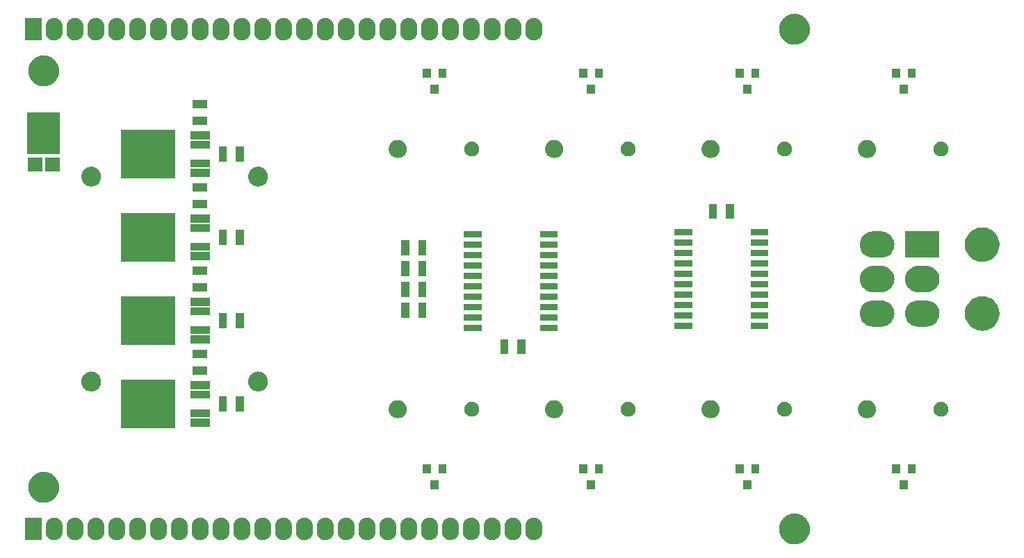
<source format=gbs>
G04 #@! TF.GenerationSoftware,KiCad,Pcbnew,6.0.0-unknown-69339f3~86~ubuntu18.04.1*
G04 #@! TF.CreationDate,2019-05-17T15:55:12-04:00*
G04 #@! TF.ProjectId,backlight_controller_5x3,6261636b-6c69-4676-9874-5f636f6e7472,1.3*
G04 #@! TF.SameCoordinates,Original*
G04 #@! TF.FileFunction,Soldermask,Bot*
G04 #@! TF.FilePolarity,Negative*
%FSLAX46Y46*%
G04 Gerber Fmt 4.6, Leading zero omitted, Abs format (unit mm)*
G04 Created by KiCad (PCBNEW 6.0.0-unknown-69339f3~86~ubuntu18.04.1) date 2019-05-17 15:55:12*
%MOMM*%
%LPD*%
G04 APERTURE LIST*
%ADD10C,0.100000*%
G04 APERTURE END LIST*
D10*
G36*
X165203101Y-134010400D02*
G01*
X165234432Y-134010400D01*
X165336601Y-134025090D01*
X165442318Y-134036722D01*
X165472637Y-134044648D01*
X165500560Y-134048663D01*
X165602598Y-134078624D01*
X165708509Y-134106313D01*
X165734476Y-134117348D01*
X165758531Y-134124411D01*
X165858082Y-134169875D01*
X165961732Y-134213921D01*
X165983145Y-134226989D01*
X166003095Y-134236100D01*
X166097759Y-134296937D01*
X166196588Y-134357251D01*
X166213466Y-134371297D01*
X166229283Y-134381462D01*
X166316704Y-134457213D01*
X166408072Y-134533250D01*
X166420628Y-134547263D01*
X166432473Y-134557527D01*
X166510285Y-134647327D01*
X166591676Y-134738165D01*
X166600327Y-134751241D01*
X166608538Y-134760717D01*
X166674426Y-134863242D01*
X166743489Y-134967629D01*
X166748819Y-134978998D01*
X166753900Y-134986905D01*
X166805822Y-135100598D01*
X166860273Y-135216753D01*
X166862985Y-135225767D01*
X166865589Y-135231469D01*
X166901700Y-135354450D01*
X166939540Y-135480225D01*
X166940453Y-135486430D01*
X166941337Y-135489440D01*
X166960027Y-135619435D01*
X166979600Y-135752431D01*
X166979600Y-136027569D01*
X166960027Y-136160565D01*
X166941337Y-136290560D01*
X166940453Y-136293570D01*
X166939540Y-136299775D01*
X166901700Y-136425550D01*
X166865589Y-136548531D01*
X166862985Y-136554233D01*
X166860273Y-136563247D01*
X166805822Y-136679402D01*
X166753900Y-136793095D01*
X166748819Y-136801002D01*
X166743489Y-136812371D01*
X166674426Y-136916758D01*
X166608538Y-137019283D01*
X166600327Y-137028759D01*
X166591676Y-137041835D01*
X166510285Y-137132673D01*
X166432473Y-137222473D01*
X166420628Y-137232737D01*
X166408072Y-137246750D01*
X166316704Y-137322787D01*
X166229283Y-137398538D01*
X166213466Y-137408703D01*
X166196588Y-137422749D01*
X166097759Y-137483063D01*
X166003095Y-137543900D01*
X165983145Y-137553011D01*
X165961732Y-137566079D01*
X165858082Y-137610125D01*
X165758531Y-137655589D01*
X165734476Y-137662652D01*
X165708509Y-137673687D01*
X165602598Y-137701376D01*
X165500560Y-137731337D01*
X165472637Y-137735352D01*
X165442318Y-137743278D01*
X165336601Y-137754910D01*
X165234432Y-137769600D01*
X165203101Y-137769600D01*
X165168830Y-137773371D01*
X165065650Y-137769600D01*
X164965568Y-137769600D01*
X164931456Y-137764695D01*
X164893876Y-137763322D01*
X164795429Y-137745138D01*
X164699440Y-137731337D01*
X164663368Y-137720745D01*
X164623315Y-137713347D01*
X164531516Y-137682030D01*
X164441469Y-137655589D01*
X164404429Y-137638673D01*
X164362913Y-137624510D01*
X164279424Y-137581585D01*
X164196905Y-137543900D01*
X164160019Y-137520195D01*
X164118221Y-137498705D01*
X164044405Y-137445894D01*
X163970717Y-137398538D01*
X163935218Y-137367778D01*
X163894454Y-137338614D01*
X163831367Y-137277791D01*
X163767527Y-137222473D01*
X163734718Y-137184610D01*
X163696381Y-137147648D01*
X163644730Y-137080758D01*
X163591462Y-137019283D01*
X163562687Y-136974508D01*
X163528224Y-136929877D01*
X163488388Y-136858896D01*
X163446100Y-136793095D01*
X163422691Y-136741837D01*
X163393567Y-136689943D01*
X163365610Y-136616848D01*
X163334411Y-136548531D01*
X163317653Y-136491458D01*
X163295279Y-136432960D01*
X163278945Y-136359632D01*
X163258663Y-136290560D01*
X163249752Y-136228580D01*
X163235456Y-136164404D01*
X163230200Y-136092594D01*
X163220400Y-136024432D01*
X163220400Y-135958697D01*
X163215372Y-135890000D01*
X163220400Y-135821303D01*
X163220400Y-135755568D01*
X163230200Y-135687406D01*
X163235456Y-135615596D01*
X163249752Y-135551420D01*
X163258663Y-135489440D01*
X163278945Y-135420368D01*
X163295279Y-135347040D01*
X163317653Y-135288542D01*
X163334411Y-135231469D01*
X163365610Y-135163152D01*
X163393567Y-135090057D01*
X163422691Y-135038163D01*
X163446100Y-134986905D01*
X163488388Y-134921104D01*
X163528224Y-134850123D01*
X163562687Y-134805492D01*
X163591462Y-134760717D01*
X163644730Y-134699242D01*
X163696381Y-134632352D01*
X163734718Y-134595390D01*
X163767527Y-134557527D01*
X163831367Y-134502209D01*
X163894454Y-134441386D01*
X163935218Y-134412222D01*
X163970717Y-134381462D01*
X164044405Y-134334106D01*
X164118221Y-134281295D01*
X164160019Y-134259805D01*
X164196905Y-134236100D01*
X164279424Y-134198415D01*
X164362913Y-134155490D01*
X164404429Y-134141327D01*
X164441469Y-134124411D01*
X164531516Y-134097970D01*
X164623315Y-134066653D01*
X164663368Y-134059255D01*
X164699440Y-134048663D01*
X164795429Y-134034862D01*
X164893876Y-134016678D01*
X164931456Y-134015305D01*
X164965568Y-134010400D01*
X165065650Y-134010400D01*
X165168830Y-134006629D01*
X165203101Y-134010400D01*
X165203101Y-134010400D01*
G37*
G36*
X97816074Y-134515991D02*
G01*
X97839166Y-134514891D01*
X97913678Y-134525604D01*
X97991659Y-134533285D01*
X98013792Y-134539999D01*
X98033628Y-134542851D01*
X98107659Y-134568473D01*
X98185570Y-134592107D01*
X98203249Y-134601557D01*
X98219283Y-134607106D01*
X98289796Y-134647817D01*
X98364280Y-134687629D01*
X98377394Y-134698391D01*
X98389419Y-134705334D01*
X98453268Y-134760660D01*
X98520920Y-134816180D01*
X98529728Y-134826912D01*
X98537889Y-134833984D01*
X98591993Y-134902783D01*
X98649471Y-134972820D01*
X98654564Y-134982348D01*
X98659335Y-134988415D01*
X98700865Y-135068972D01*
X98744993Y-135151529D01*
X98747232Y-135158910D01*
X98749357Y-135163032D01*
X98775766Y-135252974D01*
X98803815Y-135345440D01*
X98804269Y-135350048D01*
X98804704Y-135351530D01*
X98813899Y-135447823D01*
X98818700Y-135496568D01*
X98818700Y-136283431D01*
X98803815Y-136434559D01*
X98785333Y-136495486D01*
X98781065Y-136525171D01*
X98761515Y-136574004D01*
X98744993Y-136628471D01*
X98723947Y-136667846D01*
X98708504Y-136706420D01*
X98677747Y-136754279D01*
X98649471Y-136807180D01*
X98623098Y-136839315D01*
X98602290Y-136871694D01*
X98560909Y-136915093D01*
X98520920Y-136963820D01*
X98491163Y-136988241D01*
X98466721Y-137013875D01*
X98415376Y-137050437D01*
X98364280Y-137092371D01*
X98333038Y-137109070D01*
X98306688Y-137127834D01*
X98246566Y-137155291D01*
X98185571Y-137187893D01*
X98154610Y-137197285D01*
X98127985Y-137209444D01*
X98060781Y-137225747D01*
X97991660Y-137246715D01*
X97962521Y-137249585D01*
X97937063Y-137255761D01*
X97864923Y-137259198D01*
X97790000Y-137266577D01*
X97763926Y-137264009D01*
X97740834Y-137265109D01*
X97666322Y-137254396D01*
X97588341Y-137246715D01*
X97566208Y-137240001D01*
X97546372Y-137237149D01*
X97472341Y-137211527D01*
X97394430Y-137187893D01*
X97376751Y-137178443D01*
X97360720Y-137172895D01*
X97290220Y-137132192D01*
X97215721Y-137092371D01*
X97202604Y-137081606D01*
X97190580Y-137074664D01*
X97126736Y-137019343D01*
X97059081Y-136963820D01*
X97050273Y-136953088D01*
X97042112Y-136946016D01*
X96988008Y-136877217D01*
X96930530Y-136807180D01*
X96925437Y-136797652D01*
X96920666Y-136791585D01*
X96879136Y-136711028D01*
X96835008Y-136628471D01*
X96832769Y-136621090D01*
X96830644Y-136616968D01*
X96804236Y-136527030D01*
X96776185Y-136434560D01*
X96775731Y-136429952D01*
X96775296Y-136428470D01*
X96766101Y-136332177D01*
X96761300Y-136283432D01*
X96761300Y-135496569D01*
X96776185Y-135345441D01*
X96794667Y-135284514D01*
X96798935Y-135254829D01*
X96818485Y-135205995D01*
X96835007Y-135151530D01*
X96856053Y-135112155D01*
X96871496Y-135073581D01*
X96902252Y-135025723D01*
X96930529Y-134972820D01*
X96956902Y-134940684D01*
X96977710Y-134908306D01*
X97019091Y-134864907D01*
X97059080Y-134816180D01*
X97088837Y-134791759D01*
X97113279Y-134766125D01*
X97164624Y-134729563D01*
X97215720Y-134687629D01*
X97246962Y-134670930D01*
X97273312Y-134652166D01*
X97333434Y-134624709D01*
X97394429Y-134592107D01*
X97425390Y-134582715D01*
X97452015Y-134570556D01*
X97519219Y-134554253D01*
X97588340Y-134533285D01*
X97617479Y-134530415D01*
X97642937Y-134524239D01*
X97715077Y-134520802D01*
X97790000Y-134513423D01*
X97816074Y-134515991D01*
X97816074Y-134515991D01*
G37*
G36*
X87656074Y-134515991D02*
G01*
X87679166Y-134514891D01*
X87753678Y-134525604D01*
X87831659Y-134533285D01*
X87853792Y-134539999D01*
X87873628Y-134542851D01*
X87947659Y-134568473D01*
X88025570Y-134592107D01*
X88043249Y-134601557D01*
X88059283Y-134607106D01*
X88129796Y-134647817D01*
X88204280Y-134687629D01*
X88217394Y-134698391D01*
X88229419Y-134705334D01*
X88293268Y-134760660D01*
X88360920Y-134816180D01*
X88369728Y-134826912D01*
X88377889Y-134833984D01*
X88431993Y-134902783D01*
X88489471Y-134972820D01*
X88494564Y-134982348D01*
X88499335Y-134988415D01*
X88540865Y-135068972D01*
X88584993Y-135151529D01*
X88587232Y-135158910D01*
X88589357Y-135163032D01*
X88615766Y-135252974D01*
X88643815Y-135345440D01*
X88644269Y-135350048D01*
X88644704Y-135351530D01*
X88653899Y-135447823D01*
X88658700Y-135496568D01*
X88658700Y-136283431D01*
X88643815Y-136434559D01*
X88625333Y-136495486D01*
X88621065Y-136525171D01*
X88601515Y-136574004D01*
X88584993Y-136628471D01*
X88563947Y-136667846D01*
X88548504Y-136706420D01*
X88517747Y-136754279D01*
X88489471Y-136807180D01*
X88463098Y-136839315D01*
X88442290Y-136871694D01*
X88400909Y-136915093D01*
X88360920Y-136963820D01*
X88331163Y-136988241D01*
X88306721Y-137013875D01*
X88255376Y-137050437D01*
X88204280Y-137092371D01*
X88173038Y-137109070D01*
X88146688Y-137127834D01*
X88086566Y-137155291D01*
X88025571Y-137187893D01*
X87994610Y-137197285D01*
X87967985Y-137209444D01*
X87900781Y-137225747D01*
X87831660Y-137246715D01*
X87802521Y-137249585D01*
X87777063Y-137255761D01*
X87704923Y-137259198D01*
X87630000Y-137266577D01*
X87603926Y-137264009D01*
X87580834Y-137265109D01*
X87506322Y-137254396D01*
X87428341Y-137246715D01*
X87406208Y-137240001D01*
X87386372Y-137237149D01*
X87312341Y-137211527D01*
X87234430Y-137187893D01*
X87216751Y-137178443D01*
X87200720Y-137172895D01*
X87130220Y-137132192D01*
X87055721Y-137092371D01*
X87042604Y-137081606D01*
X87030580Y-137074664D01*
X86966736Y-137019343D01*
X86899081Y-136963820D01*
X86890273Y-136953088D01*
X86882112Y-136946016D01*
X86828008Y-136877217D01*
X86770530Y-136807180D01*
X86765437Y-136797652D01*
X86760666Y-136791585D01*
X86719136Y-136711028D01*
X86675008Y-136628471D01*
X86672769Y-136621090D01*
X86670644Y-136616968D01*
X86644236Y-136527030D01*
X86616185Y-136434560D01*
X86615731Y-136429952D01*
X86615296Y-136428470D01*
X86606101Y-136332177D01*
X86601300Y-136283432D01*
X86601300Y-135496569D01*
X86616185Y-135345441D01*
X86634667Y-135284514D01*
X86638935Y-135254829D01*
X86658485Y-135205995D01*
X86675007Y-135151530D01*
X86696053Y-135112155D01*
X86711496Y-135073581D01*
X86742252Y-135025723D01*
X86770529Y-134972820D01*
X86796902Y-134940684D01*
X86817710Y-134908306D01*
X86859091Y-134864907D01*
X86899080Y-134816180D01*
X86928837Y-134791759D01*
X86953279Y-134766125D01*
X87004624Y-134729563D01*
X87055720Y-134687629D01*
X87086962Y-134670930D01*
X87113312Y-134652166D01*
X87173434Y-134624709D01*
X87234429Y-134592107D01*
X87265390Y-134582715D01*
X87292015Y-134570556D01*
X87359219Y-134554253D01*
X87428340Y-134533285D01*
X87457479Y-134530415D01*
X87482937Y-134524239D01*
X87555077Y-134520802D01*
X87630000Y-134513423D01*
X87656074Y-134515991D01*
X87656074Y-134515991D01*
G37*
G36*
X118136074Y-134515991D02*
G01*
X118159166Y-134514891D01*
X118233678Y-134525604D01*
X118311659Y-134533285D01*
X118333792Y-134539999D01*
X118353628Y-134542851D01*
X118427659Y-134568473D01*
X118505570Y-134592107D01*
X118523249Y-134601557D01*
X118539283Y-134607106D01*
X118609796Y-134647817D01*
X118684280Y-134687629D01*
X118697394Y-134698391D01*
X118709419Y-134705334D01*
X118773268Y-134760660D01*
X118840920Y-134816180D01*
X118849728Y-134826912D01*
X118857889Y-134833984D01*
X118911993Y-134902783D01*
X118969471Y-134972820D01*
X118974564Y-134982348D01*
X118979335Y-134988415D01*
X119020865Y-135068972D01*
X119064993Y-135151529D01*
X119067232Y-135158910D01*
X119069357Y-135163032D01*
X119095766Y-135252974D01*
X119123815Y-135345440D01*
X119124269Y-135350048D01*
X119124704Y-135351530D01*
X119133899Y-135447823D01*
X119138700Y-135496568D01*
X119138700Y-136283431D01*
X119123815Y-136434559D01*
X119105333Y-136495486D01*
X119101065Y-136525171D01*
X119081515Y-136574004D01*
X119064993Y-136628471D01*
X119043947Y-136667846D01*
X119028504Y-136706420D01*
X118997747Y-136754279D01*
X118969471Y-136807180D01*
X118943098Y-136839315D01*
X118922290Y-136871694D01*
X118880909Y-136915093D01*
X118840920Y-136963820D01*
X118811163Y-136988241D01*
X118786721Y-137013875D01*
X118735376Y-137050437D01*
X118684280Y-137092371D01*
X118653038Y-137109070D01*
X118626688Y-137127834D01*
X118566566Y-137155291D01*
X118505571Y-137187893D01*
X118474610Y-137197285D01*
X118447985Y-137209444D01*
X118380781Y-137225747D01*
X118311660Y-137246715D01*
X118282521Y-137249585D01*
X118257063Y-137255761D01*
X118184923Y-137259198D01*
X118110000Y-137266577D01*
X118083926Y-137264009D01*
X118060834Y-137265109D01*
X117986322Y-137254396D01*
X117908341Y-137246715D01*
X117886208Y-137240001D01*
X117866372Y-137237149D01*
X117792341Y-137211527D01*
X117714430Y-137187893D01*
X117696751Y-137178443D01*
X117680720Y-137172895D01*
X117610220Y-137132192D01*
X117535721Y-137092371D01*
X117522604Y-137081606D01*
X117510580Y-137074664D01*
X117446736Y-137019343D01*
X117379081Y-136963820D01*
X117370273Y-136953088D01*
X117362112Y-136946016D01*
X117308008Y-136877217D01*
X117250530Y-136807180D01*
X117245437Y-136797652D01*
X117240666Y-136791585D01*
X117199136Y-136711028D01*
X117155008Y-136628471D01*
X117152769Y-136621090D01*
X117150644Y-136616968D01*
X117124236Y-136527030D01*
X117096185Y-136434560D01*
X117095731Y-136429952D01*
X117095296Y-136428470D01*
X117086101Y-136332177D01*
X117081300Y-136283432D01*
X117081300Y-135496569D01*
X117096185Y-135345441D01*
X117114667Y-135284514D01*
X117118935Y-135254829D01*
X117138485Y-135205995D01*
X117155007Y-135151530D01*
X117176053Y-135112155D01*
X117191496Y-135073581D01*
X117222252Y-135025723D01*
X117250529Y-134972820D01*
X117276902Y-134940684D01*
X117297710Y-134908306D01*
X117339091Y-134864907D01*
X117379080Y-134816180D01*
X117408837Y-134791759D01*
X117433279Y-134766125D01*
X117484624Y-134729563D01*
X117535720Y-134687629D01*
X117566962Y-134670930D01*
X117593312Y-134652166D01*
X117653434Y-134624709D01*
X117714429Y-134592107D01*
X117745390Y-134582715D01*
X117772015Y-134570556D01*
X117839219Y-134554253D01*
X117908340Y-134533285D01*
X117937479Y-134530415D01*
X117962937Y-134524239D01*
X118035077Y-134520802D01*
X118110000Y-134513423D01*
X118136074Y-134515991D01*
X118136074Y-134515991D01*
G37*
G36*
X115596074Y-134515991D02*
G01*
X115619166Y-134514891D01*
X115693678Y-134525604D01*
X115771659Y-134533285D01*
X115793792Y-134539999D01*
X115813628Y-134542851D01*
X115887659Y-134568473D01*
X115965570Y-134592107D01*
X115983249Y-134601557D01*
X115999283Y-134607106D01*
X116069796Y-134647817D01*
X116144280Y-134687629D01*
X116157394Y-134698391D01*
X116169419Y-134705334D01*
X116233268Y-134760660D01*
X116300920Y-134816180D01*
X116309728Y-134826912D01*
X116317889Y-134833984D01*
X116371993Y-134902783D01*
X116429471Y-134972820D01*
X116434564Y-134982348D01*
X116439335Y-134988415D01*
X116480865Y-135068972D01*
X116524993Y-135151529D01*
X116527232Y-135158910D01*
X116529357Y-135163032D01*
X116555766Y-135252974D01*
X116583815Y-135345440D01*
X116584269Y-135350048D01*
X116584704Y-135351530D01*
X116593899Y-135447823D01*
X116598700Y-135496568D01*
X116598700Y-136283431D01*
X116583815Y-136434559D01*
X116565333Y-136495486D01*
X116561065Y-136525171D01*
X116541515Y-136574004D01*
X116524993Y-136628471D01*
X116503947Y-136667846D01*
X116488504Y-136706420D01*
X116457747Y-136754279D01*
X116429471Y-136807180D01*
X116403098Y-136839315D01*
X116382290Y-136871694D01*
X116340909Y-136915093D01*
X116300920Y-136963820D01*
X116271163Y-136988241D01*
X116246721Y-137013875D01*
X116195376Y-137050437D01*
X116144280Y-137092371D01*
X116113038Y-137109070D01*
X116086688Y-137127834D01*
X116026566Y-137155291D01*
X115965571Y-137187893D01*
X115934610Y-137197285D01*
X115907985Y-137209444D01*
X115840781Y-137225747D01*
X115771660Y-137246715D01*
X115742521Y-137249585D01*
X115717063Y-137255761D01*
X115644923Y-137259198D01*
X115570000Y-137266577D01*
X115543926Y-137264009D01*
X115520834Y-137265109D01*
X115446322Y-137254396D01*
X115368341Y-137246715D01*
X115346208Y-137240001D01*
X115326372Y-137237149D01*
X115252341Y-137211527D01*
X115174430Y-137187893D01*
X115156751Y-137178443D01*
X115140720Y-137172895D01*
X115070220Y-137132192D01*
X114995721Y-137092371D01*
X114982604Y-137081606D01*
X114970580Y-137074664D01*
X114906736Y-137019343D01*
X114839081Y-136963820D01*
X114830273Y-136953088D01*
X114822112Y-136946016D01*
X114768008Y-136877217D01*
X114710530Y-136807180D01*
X114705437Y-136797652D01*
X114700666Y-136791585D01*
X114659136Y-136711028D01*
X114615008Y-136628471D01*
X114612769Y-136621090D01*
X114610644Y-136616968D01*
X114584236Y-136527030D01*
X114556185Y-136434560D01*
X114555731Y-136429952D01*
X114555296Y-136428470D01*
X114546101Y-136332177D01*
X114541300Y-136283432D01*
X114541300Y-135496569D01*
X114556185Y-135345441D01*
X114574667Y-135284514D01*
X114578935Y-135254829D01*
X114598485Y-135205995D01*
X114615007Y-135151530D01*
X114636053Y-135112155D01*
X114651496Y-135073581D01*
X114682252Y-135025723D01*
X114710529Y-134972820D01*
X114736902Y-134940684D01*
X114757710Y-134908306D01*
X114799091Y-134864907D01*
X114839080Y-134816180D01*
X114868837Y-134791759D01*
X114893279Y-134766125D01*
X114944624Y-134729563D01*
X114995720Y-134687629D01*
X115026962Y-134670930D01*
X115053312Y-134652166D01*
X115113434Y-134624709D01*
X115174429Y-134592107D01*
X115205390Y-134582715D01*
X115232015Y-134570556D01*
X115299219Y-134554253D01*
X115368340Y-134533285D01*
X115397479Y-134530415D01*
X115422937Y-134524239D01*
X115495077Y-134520802D01*
X115570000Y-134513423D01*
X115596074Y-134515991D01*
X115596074Y-134515991D01*
G37*
G36*
X113056074Y-134515991D02*
G01*
X113079166Y-134514891D01*
X113153678Y-134525604D01*
X113231659Y-134533285D01*
X113253792Y-134539999D01*
X113273628Y-134542851D01*
X113347659Y-134568473D01*
X113425570Y-134592107D01*
X113443249Y-134601557D01*
X113459283Y-134607106D01*
X113529796Y-134647817D01*
X113604280Y-134687629D01*
X113617394Y-134698391D01*
X113629419Y-134705334D01*
X113693268Y-134760660D01*
X113760920Y-134816180D01*
X113769728Y-134826912D01*
X113777889Y-134833984D01*
X113831993Y-134902783D01*
X113889471Y-134972820D01*
X113894564Y-134982348D01*
X113899335Y-134988415D01*
X113940865Y-135068972D01*
X113984993Y-135151529D01*
X113987232Y-135158910D01*
X113989357Y-135163032D01*
X114015766Y-135252974D01*
X114043815Y-135345440D01*
X114044269Y-135350048D01*
X114044704Y-135351530D01*
X114053899Y-135447823D01*
X114058700Y-135496568D01*
X114058700Y-136283431D01*
X114043815Y-136434559D01*
X114025333Y-136495486D01*
X114021065Y-136525171D01*
X114001515Y-136574004D01*
X113984993Y-136628471D01*
X113963947Y-136667846D01*
X113948504Y-136706420D01*
X113917747Y-136754279D01*
X113889471Y-136807180D01*
X113863098Y-136839315D01*
X113842290Y-136871694D01*
X113800909Y-136915093D01*
X113760920Y-136963820D01*
X113731163Y-136988241D01*
X113706721Y-137013875D01*
X113655376Y-137050437D01*
X113604280Y-137092371D01*
X113573038Y-137109070D01*
X113546688Y-137127834D01*
X113486566Y-137155291D01*
X113425571Y-137187893D01*
X113394610Y-137197285D01*
X113367985Y-137209444D01*
X113300781Y-137225747D01*
X113231660Y-137246715D01*
X113202521Y-137249585D01*
X113177063Y-137255761D01*
X113104923Y-137259198D01*
X113030000Y-137266577D01*
X113003926Y-137264009D01*
X112980834Y-137265109D01*
X112906322Y-137254396D01*
X112828341Y-137246715D01*
X112806208Y-137240001D01*
X112786372Y-137237149D01*
X112712341Y-137211527D01*
X112634430Y-137187893D01*
X112616751Y-137178443D01*
X112600720Y-137172895D01*
X112530220Y-137132192D01*
X112455721Y-137092371D01*
X112442604Y-137081606D01*
X112430580Y-137074664D01*
X112366736Y-137019343D01*
X112299081Y-136963820D01*
X112290273Y-136953088D01*
X112282112Y-136946016D01*
X112228008Y-136877217D01*
X112170530Y-136807180D01*
X112165437Y-136797652D01*
X112160666Y-136791585D01*
X112119136Y-136711028D01*
X112075008Y-136628471D01*
X112072769Y-136621090D01*
X112070644Y-136616968D01*
X112044236Y-136527030D01*
X112016185Y-136434560D01*
X112015731Y-136429952D01*
X112015296Y-136428470D01*
X112006101Y-136332177D01*
X112001300Y-136283432D01*
X112001300Y-135496569D01*
X112016185Y-135345441D01*
X112034667Y-135284514D01*
X112038935Y-135254829D01*
X112058485Y-135205995D01*
X112075007Y-135151530D01*
X112096053Y-135112155D01*
X112111496Y-135073581D01*
X112142252Y-135025723D01*
X112170529Y-134972820D01*
X112196902Y-134940684D01*
X112217710Y-134908306D01*
X112259091Y-134864907D01*
X112299080Y-134816180D01*
X112328837Y-134791759D01*
X112353279Y-134766125D01*
X112404624Y-134729563D01*
X112455720Y-134687629D01*
X112486962Y-134670930D01*
X112513312Y-134652166D01*
X112573434Y-134624709D01*
X112634429Y-134592107D01*
X112665390Y-134582715D01*
X112692015Y-134570556D01*
X112759219Y-134554253D01*
X112828340Y-134533285D01*
X112857479Y-134530415D01*
X112882937Y-134524239D01*
X112955077Y-134520802D01*
X113030000Y-134513423D01*
X113056074Y-134515991D01*
X113056074Y-134515991D01*
G37*
G36*
X95276074Y-134515991D02*
G01*
X95299166Y-134514891D01*
X95373678Y-134525604D01*
X95451659Y-134533285D01*
X95473792Y-134539999D01*
X95493628Y-134542851D01*
X95567659Y-134568473D01*
X95645570Y-134592107D01*
X95663249Y-134601557D01*
X95679283Y-134607106D01*
X95749796Y-134647817D01*
X95824280Y-134687629D01*
X95837394Y-134698391D01*
X95849419Y-134705334D01*
X95913268Y-134760660D01*
X95980920Y-134816180D01*
X95989728Y-134826912D01*
X95997889Y-134833984D01*
X96051993Y-134902783D01*
X96109471Y-134972820D01*
X96114564Y-134982348D01*
X96119335Y-134988415D01*
X96160865Y-135068972D01*
X96204993Y-135151529D01*
X96207232Y-135158910D01*
X96209357Y-135163032D01*
X96235766Y-135252974D01*
X96263815Y-135345440D01*
X96264269Y-135350048D01*
X96264704Y-135351530D01*
X96273899Y-135447823D01*
X96278700Y-135496568D01*
X96278700Y-136283431D01*
X96263815Y-136434559D01*
X96245333Y-136495486D01*
X96241065Y-136525171D01*
X96221515Y-136574004D01*
X96204993Y-136628471D01*
X96183947Y-136667846D01*
X96168504Y-136706420D01*
X96137747Y-136754279D01*
X96109471Y-136807180D01*
X96083098Y-136839315D01*
X96062290Y-136871694D01*
X96020909Y-136915093D01*
X95980920Y-136963820D01*
X95951163Y-136988241D01*
X95926721Y-137013875D01*
X95875376Y-137050437D01*
X95824280Y-137092371D01*
X95793038Y-137109070D01*
X95766688Y-137127834D01*
X95706566Y-137155291D01*
X95645571Y-137187893D01*
X95614610Y-137197285D01*
X95587985Y-137209444D01*
X95520781Y-137225747D01*
X95451660Y-137246715D01*
X95422521Y-137249585D01*
X95397063Y-137255761D01*
X95324923Y-137259198D01*
X95250000Y-137266577D01*
X95223926Y-137264009D01*
X95200834Y-137265109D01*
X95126322Y-137254396D01*
X95048341Y-137246715D01*
X95026208Y-137240001D01*
X95006372Y-137237149D01*
X94932341Y-137211527D01*
X94854430Y-137187893D01*
X94836751Y-137178443D01*
X94820720Y-137172895D01*
X94750220Y-137132192D01*
X94675721Y-137092371D01*
X94662604Y-137081606D01*
X94650580Y-137074664D01*
X94586736Y-137019343D01*
X94519081Y-136963820D01*
X94510273Y-136953088D01*
X94502112Y-136946016D01*
X94448008Y-136877217D01*
X94390530Y-136807180D01*
X94385437Y-136797652D01*
X94380666Y-136791585D01*
X94339136Y-136711028D01*
X94295008Y-136628471D01*
X94292769Y-136621090D01*
X94290644Y-136616968D01*
X94264236Y-136527030D01*
X94236185Y-136434560D01*
X94235731Y-136429952D01*
X94235296Y-136428470D01*
X94226101Y-136332177D01*
X94221300Y-136283432D01*
X94221300Y-135496569D01*
X94236185Y-135345441D01*
X94254667Y-135284514D01*
X94258935Y-135254829D01*
X94278485Y-135205995D01*
X94295007Y-135151530D01*
X94316053Y-135112155D01*
X94331496Y-135073581D01*
X94362252Y-135025723D01*
X94390529Y-134972820D01*
X94416902Y-134940684D01*
X94437710Y-134908306D01*
X94479091Y-134864907D01*
X94519080Y-134816180D01*
X94548837Y-134791759D01*
X94573279Y-134766125D01*
X94624624Y-134729563D01*
X94675720Y-134687629D01*
X94706962Y-134670930D01*
X94733312Y-134652166D01*
X94793434Y-134624709D01*
X94854429Y-134592107D01*
X94885390Y-134582715D01*
X94912015Y-134570556D01*
X94979219Y-134554253D01*
X95048340Y-134533285D01*
X95077479Y-134530415D01*
X95102937Y-134524239D01*
X95175077Y-134520802D01*
X95250000Y-134513423D01*
X95276074Y-134515991D01*
X95276074Y-134515991D01*
G37*
G36*
X110516074Y-134515991D02*
G01*
X110539166Y-134514891D01*
X110613678Y-134525604D01*
X110691659Y-134533285D01*
X110713792Y-134539999D01*
X110733628Y-134542851D01*
X110807659Y-134568473D01*
X110885570Y-134592107D01*
X110903249Y-134601557D01*
X110919283Y-134607106D01*
X110989796Y-134647817D01*
X111064280Y-134687629D01*
X111077394Y-134698391D01*
X111089419Y-134705334D01*
X111153268Y-134760660D01*
X111220920Y-134816180D01*
X111229728Y-134826912D01*
X111237889Y-134833984D01*
X111291993Y-134902783D01*
X111349471Y-134972820D01*
X111354564Y-134982348D01*
X111359335Y-134988415D01*
X111400865Y-135068972D01*
X111444993Y-135151529D01*
X111447232Y-135158910D01*
X111449357Y-135163032D01*
X111475766Y-135252974D01*
X111503815Y-135345440D01*
X111504269Y-135350048D01*
X111504704Y-135351530D01*
X111513899Y-135447823D01*
X111518700Y-135496568D01*
X111518700Y-136283431D01*
X111503815Y-136434559D01*
X111485333Y-136495486D01*
X111481065Y-136525171D01*
X111461515Y-136574004D01*
X111444993Y-136628471D01*
X111423947Y-136667846D01*
X111408504Y-136706420D01*
X111377747Y-136754279D01*
X111349471Y-136807180D01*
X111323098Y-136839315D01*
X111302290Y-136871694D01*
X111260909Y-136915093D01*
X111220920Y-136963820D01*
X111191163Y-136988241D01*
X111166721Y-137013875D01*
X111115376Y-137050437D01*
X111064280Y-137092371D01*
X111033038Y-137109070D01*
X111006688Y-137127834D01*
X110946566Y-137155291D01*
X110885571Y-137187893D01*
X110854610Y-137197285D01*
X110827985Y-137209444D01*
X110760781Y-137225747D01*
X110691660Y-137246715D01*
X110662521Y-137249585D01*
X110637063Y-137255761D01*
X110564923Y-137259198D01*
X110490000Y-137266577D01*
X110463926Y-137264009D01*
X110440834Y-137265109D01*
X110366322Y-137254396D01*
X110288341Y-137246715D01*
X110266208Y-137240001D01*
X110246372Y-137237149D01*
X110172341Y-137211527D01*
X110094430Y-137187893D01*
X110076751Y-137178443D01*
X110060720Y-137172895D01*
X109990220Y-137132192D01*
X109915721Y-137092371D01*
X109902604Y-137081606D01*
X109890580Y-137074664D01*
X109826736Y-137019343D01*
X109759081Y-136963820D01*
X109750273Y-136953088D01*
X109742112Y-136946016D01*
X109688008Y-136877217D01*
X109630530Y-136807180D01*
X109625437Y-136797652D01*
X109620666Y-136791585D01*
X109579136Y-136711028D01*
X109535008Y-136628471D01*
X109532769Y-136621090D01*
X109530644Y-136616968D01*
X109504236Y-136527030D01*
X109476185Y-136434560D01*
X109475731Y-136429952D01*
X109475296Y-136428470D01*
X109466101Y-136332177D01*
X109461300Y-136283432D01*
X109461300Y-135496569D01*
X109476185Y-135345441D01*
X109494667Y-135284514D01*
X109498935Y-135254829D01*
X109518485Y-135205995D01*
X109535007Y-135151530D01*
X109556053Y-135112155D01*
X109571496Y-135073581D01*
X109602252Y-135025723D01*
X109630529Y-134972820D01*
X109656902Y-134940684D01*
X109677710Y-134908306D01*
X109719091Y-134864907D01*
X109759080Y-134816180D01*
X109788837Y-134791759D01*
X109813279Y-134766125D01*
X109864624Y-134729563D01*
X109915720Y-134687629D01*
X109946962Y-134670930D01*
X109973312Y-134652166D01*
X110033434Y-134624709D01*
X110094429Y-134592107D01*
X110125390Y-134582715D01*
X110152015Y-134570556D01*
X110219219Y-134554253D01*
X110288340Y-134533285D01*
X110317479Y-134530415D01*
X110342937Y-134524239D01*
X110415077Y-134520802D01*
X110490000Y-134513423D01*
X110516074Y-134515991D01*
X110516074Y-134515991D01*
G37*
G36*
X107976074Y-134515991D02*
G01*
X107999166Y-134514891D01*
X108073678Y-134525604D01*
X108151659Y-134533285D01*
X108173792Y-134539999D01*
X108193628Y-134542851D01*
X108267659Y-134568473D01*
X108345570Y-134592107D01*
X108363249Y-134601557D01*
X108379283Y-134607106D01*
X108449796Y-134647817D01*
X108524280Y-134687629D01*
X108537394Y-134698391D01*
X108549419Y-134705334D01*
X108613268Y-134760660D01*
X108680920Y-134816180D01*
X108689728Y-134826912D01*
X108697889Y-134833984D01*
X108751993Y-134902783D01*
X108809471Y-134972820D01*
X108814564Y-134982348D01*
X108819335Y-134988415D01*
X108860865Y-135068972D01*
X108904993Y-135151529D01*
X108907232Y-135158910D01*
X108909357Y-135163032D01*
X108935766Y-135252974D01*
X108963815Y-135345440D01*
X108964269Y-135350048D01*
X108964704Y-135351530D01*
X108973899Y-135447823D01*
X108978700Y-135496568D01*
X108978700Y-136283431D01*
X108963815Y-136434559D01*
X108945333Y-136495486D01*
X108941065Y-136525171D01*
X108921515Y-136574004D01*
X108904993Y-136628471D01*
X108883947Y-136667846D01*
X108868504Y-136706420D01*
X108837747Y-136754279D01*
X108809471Y-136807180D01*
X108783098Y-136839315D01*
X108762290Y-136871694D01*
X108720909Y-136915093D01*
X108680920Y-136963820D01*
X108651163Y-136988241D01*
X108626721Y-137013875D01*
X108575376Y-137050437D01*
X108524280Y-137092371D01*
X108493038Y-137109070D01*
X108466688Y-137127834D01*
X108406566Y-137155291D01*
X108345571Y-137187893D01*
X108314610Y-137197285D01*
X108287985Y-137209444D01*
X108220781Y-137225747D01*
X108151660Y-137246715D01*
X108122521Y-137249585D01*
X108097063Y-137255761D01*
X108024923Y-137259198D01*
X107950000Y-137266577D01*
X107923926Y-137264009D01*
X107900834Y-137265109D01*
X107826322Y-137254396D01*
X107748341Y-137246715D01*
X107726208Y-137240001D01*
X107706372Y-137237149D01*
X107632341Y-137211527D01*
X107554430Y-137187893D01*
X107536751Y-137178443D01*
X107520720Y-137172895D01*
X107450220Y-137132192D01*
X107375721Y-137092371D01*
X107362604Y-137081606D01*
X107350580Y-137074664D01*
X107286736Y-137019343D01*
X107219081Y-136963820D01*
X107210273Y-136953088D01*
X107202112Y-136946016D01*
X107148008Y-136877217D01*
X107090530Y-136807180D01*
X107085437Y-136797652D01*
X107080666Y-136791585D01*
X107039136Y-136711028D01*
X106995008Y-136628471D01*
X106992769Y-136621090D01*
X106990644Y-136616968D01*
X106964236Y-136527030D01*
X106936185Y-136434560D01*
X106935731Y-136429952D01*
X106935296Y-136428470D01*
X106926101Y-136332177D01*
X106921300Y-136283432D01*
X106921300Y-135496569D01*
X106936185Y-135345441D01*
X106954667Y-135284514D01*
X106958935Y-135254829D01*
X106978485Y-135205995D01*
X106995007Y-135151530D01*
X107016053Y-135112155D01*
X107031496Y-135073581D01*
X107062252Y-135025723D01*
X107090529Y-134972820D01*
X107116902Y-134940684D01*
X107137710Y-134908306D01*
X107179091Y-134864907D01*
X107219080Y-134816180D01*
X107248837Y-134791759D01*
X107273279Y-134766125D01*
X107324624Y-134729563D01*
X107375720Y-134687629D01*
X107406962Y-134670930D01*
X107433312Y-134652166D01*
X107493434Y-134624709D01*
X107554429Y-134592107D01*
X107585390Y-134582715D01*
X107612015Y-134570556D01*
X107679219Y-134554253D01*
X107748340Y-134533285D01*
X107777479Y-134530415D01*
X107802937Y-134524239D01*
X107875077Y-134520802D01*
X107950000Y-134513423D01*
X107976074Y-134515991D01*
X107976074Y-134515991D01*
G37*
G36*
X105436074Y-134515991D02*
G01*
X105459166Y-134514891D01*
X105533678Y-134525604D01*
X105611659Y-134533285D01*
X105633792Y-134539999D01*
X105653628Y-134542851D01*
X105727659Y-134568473D01*
X105805570Y-134592107D01*
X105823249Y-134601557D01*
X105839283Y-134607106D01*
X105909796Y-134647817D01*
X105984280Y-134687629D01*
X105997394Y-134698391D01*
X106009419Y-134705334D01*
X106073268Y-134760660D01*
X106140920Y-134816180D01*
X106149728Y-134826912D01*
X106157889Y-134833984D01*
X106211993Y-134902783D01*
X106269471Y-134972820D01*
X106274564Y-134982348D01*
X106279335Y-134988415D01*
X106320865Y-135068972D01*
X106364993Y-135151529D01*
X106367232Y-135158910D01*
X106369357Y-135163032D01*
X106395766Y-135252974D01*
X106423815Y-135345440D01*
X106424269Y-135350048D01*
X106424704Y-135351530D01*
X106433899Y-135447823D01*
X106438700Y-135496568D01*
X106438700Y-136283431D01*
X106423815Y-136434559D01*
X106405333Y-136495486D01*
X106401065Y-136525171D01*
X106381515Y-136574004D01*
X106364993Y-136628471D01*
X106343947Y-136667846D01*
X106328504Y-136706420D01*
X106297747Y-136754279D01*
X106269471Y-136807180D01*
X106243098Y-136839315D01*
X106222290Y-136871694D01*
X106180909Y-136915093D01*
X106140920Y-136963820D01*
X106111163Y-136988241D01*
X106086721Y-137013875D01*
X106035376Y-137050437D01*
X105984280Y-137092371D01*
X105953038Y-137109070D01*
X105926688Y-137127834D01*
X105866566Y-137155291D01*
X105805571Y-137187893D01*
X105774610Y-137197285D01*
X105747985Y-137209444D01*
X105680781Y-137225747D01*
X105611660Y-137246715D01*
X105582521Y-137249585D01*
X105557063Y-137255761D01*
X105484923Y-137259198D01*
X105410000Y-137266577D01*
X105383926Y-137264009D01*
X105360834Y-137265109D01*
X105286322Y-137254396D01*
X105208341Y-137246715D01*
X105186208Y-137240001D01*
X105166372Y-137237149D01*
X105092341Y-137211527D01*
X105014430Y-137187893D01*
X104996751Y-137178443D01*
X104980720Y-137172895D01*
X104910220Y-137132192D01*
X104835721Y-137092371D01*
X104822604Y-137081606D01*
X104810580Y-137074664D01*
X104746736Y-137019343D01*
X104679081Y-136963820D01*
X104670273Y-136953088D01*
X104662112Y-136946016D01*
X104608008Y-136877217D01*
X104550530Y-136807180D01*
X104545437Y-136797652D01*
X104540666Y-136791585D01*
X104499136Y-136711028D01*
X104455008Y-136628471D01*
X104452769Y-136621090D01*
X104450644Y-136616968D01*
X104424236Y-136527030D01*
X104396185Y-136434560D01*
X104395731Y-136429952D01*
X104395296Y-136428470D01*
X104386101Y-136332177D01*
X104381300Y-136283432D01*
X104381300Y-135496569D01*
X104396185Y-135345441D01*
X104414667Y-135284514D01*
X104418935Y-135254829D01*
X104438485Y-135205995D01*
X104455007Y-135151530D01*
X104476053Y-135112155D01*
X104491496Y-135073581D01*
X104522252Y-135025723D01*
X104550529Y-134972820D01*
X104576902Y-134940684D01*
X104597710Y-134908306D01*
X104639091Y-134864907D01*
X104679080Y-134816180D01*
X104708837Y-134791759D01*
X104733279Y-134766125D01*
X104784624Y-134729563D01*
X104835720Y-134687629D01*
X104866962Y-134670930D01*
X104893312Y-134652166D01*
X104953434Y-134624709D01*
X105014429Y-134592107D01*
X105045390Y-134582715D01*
X105072015Y-134570556D01*
X105139219Y-134554253D01*
X105208340Y-134533285D01*
X105237479Y-134530415D01*
X105262937Y-134524239D01*
X105335077Y-134520802D01*
X105410000Y-134513423D01*
X105436074Y-134515991D01*
X105436074Y-134515991D01*
G37*
G36*
X92736074Y-134515991D02*
G01*
X92759166Y-134514891D01*
X92833678Y-134525604D01*
X92911659Y-134533285D01*
X92933792Y-134539999D01*
X92953628Y-134542851D01*
X93027659Y-134568473D01*
X93105570Y-134592107D01*
X93123249Y-134601557D01*
X93139283Y-134607106D01*
X93209796Y-134647817D01*
X93284280Y-134687629D01*
X93297394Y-134698391D01*
X93309419Y-134705334D01*
X93373268Y-134760660D01*
X93440920Y-134816180D01*
X93449728Y-134826912D01*
X93457889Y-134833984D01*
X93511993Y-134902783D01*
X93569471Y-134972820D01*
X93574564Y-134982348D01*
X93579335Y-134988415D01*
X93620865Y-135068972D01*
X93664993Y-135151529D01*
X93667232Y-135158910D01*
X93669357Y-135163032D01*
X93695766Y-135252974D01*
X93723815Y-135345440D01*
X93724269Y-135350048D01*
X93724704Y-135351530D01*
X93733899Y-135447823D01*
X93738700Y-135496568D01*
X93738700Y-136283431D01*
X93723815Y-136434559D01*
X93705333Y-136495486D01*
X93701065Y-136525171D01*
X93681515Y-136574004D01*
X93664993Y-136628471D01*
X93643947Y-136667846D01*
X93628504Y-136706420D01*
X93597747Y-136754279D01*
X93569471Y-136807180D01*
X93543098Y-136839315D01*
X93522290Y-136871694D01*
X93480909Y-136915093D01*
X93440920Y-136963820D01*
X93411163Y-136988241D01*
X93386721Y-137013875D01*
X93335376Y-137050437D01*
X93284280Y-137092371D01*
X93253038Y-137109070D01*
X93226688Y-137127834D01*
X93166566Y-137155291D01*
X93105571Y-137187893D01*
X93074610Y-137197285D01*
X93047985Y-137209444D01*
X92980781Y-137225747D01*
X92911660Y-137246715D01*
X92882521Y-137249585D01*
X92857063Y-137255761D01*
X92784923Y-137259198D01*
X92710000Y-137266577D01*
X92683926Y-137264009D01*
X92660834Y-137265109D01*
X92586322Y-137254396D01*
X92508341Y-137246715D01*
X92486208Y-137240001D01*
X92466372Y-137237149D01*
X92392341Y-137211527D01*
X92314430Y-137187893D01*
X92296751Y-137178443D01*
X92280720Y-137172895D01*
X92210220Y-137132192D01*
X92135721Y-137092371D01*
X92122604Y-137081606D01*
X92110580Y-137074664D01*
X92046736Y-137019343D01*
X91979081Y-136963820D01*
X91970273Y-136953088D01*
X91962112Y-136946016D01*
X91908008Y-136877217D01*
X91850530Y-136807180D01*
X91845437Y-136797652D01*
X91840666Y-136791585D01*
X91799136Y-136711028D01*
X91755008Y-136628471D01*
X91752769Y-136621090D01*
X91750644Y-136616968D01*
X91724236Y-136527030D01*
X91696185Y-136434560D01*
X91695731Y-136429952D01*
X91695296Y-136428470D01*
X91686101Y-136332177D01*
X91681300Y-136283432D01*
X91681300Y-135496569D01*
X91696185Y-135345441D01*
X91714667Y-135284514D01*
X91718935Y-135254829D01*
X91738485Y-135205995D01*
X91755007Y-135151530D01*
X91776053Y-135112155D01*
X91791496Y-135073581D01*
X91822252Y-135025723D01*
X91850529Y-134972820D01*
X91876902Y-134940684D01*
X91897710Y-134908306D01*
X91939091Y-134864907D01*
X91979080Y-134816180D01*
X92008837Y-134791759D01*
X92033279Y-134766125D01*
X92084624Y-134729563D01*
X92135720Y-134687629D01*
X92166962Y-134670930D01*
X92193312Y-134652166D01*
X92253434Y-134624709D01*
X92314429Y-134592107D01*
X92345390Y-134582715D01*
X92372015Y-134570556D01*
X92439219Y-134554253D01*
X92508340Y-134533285D01*
X92537479Y-134530415D01*
X92562937Y-134524239D01*
X92635077Y-134520802D01*
X92710000Y-134513423D01*
X92736074Y-134515991D01*
X92736074Y-134515991D01*
G37*
G36*
X102896074Y-134515991D02*
G01*
X102919166Y-134514891D01*
X102993678Y-134525604D01*
X103071659Y-134533285D01*
X103093792Y-134539999D01*
X103113628Y-134542851D01*
X103187659Y-134568473D01*
X103265570Y-134592107D01*
X103283249Y-134601557D01*
X103299283Y-134607106D01*
X103369796Y-134647817D01*
X103444280Y-134687629D01*
X103457394Y-134698391D01*
X103469419Y-134705334D01*
X103533268Y-134760660D01*
X103600920Y-134816180D01*
X103609728Y-134826912D01*
X103617889Y-134833984D01*
X103671993Y-134902783D01*
X103729471Y-134972820D01*
X103734564Y-134982348D01*
X103739335Y-134988415D01*
X103780865Y-135068972D01*
X103824993Y-135151529D01*
X103827232Y-135158910D01*
X103829357Y-135163032D01*
X103855766Y-135252974D01*
X103883815Y-135345440D01*
X103884269Y-135350048D01*
X103884704Y-135351530D01*
X103893899Y-135447823D01*
X103898700Y-135496568D01*
X103898700Y-136283431D01*
X103883815Y-136434559D01*
X103865333Y-136495486D01*
X103861065Y-136525171D01*
X103841515Y-136574004D01*
X103824993Y-136628471D01*
X103803947Y-136667846D01*
X103788504Y-136706420D01*
X103757747Y-136754279D01*
X103729471Y-136807180D01*
X103703098Y-136839315D01*
X103682290Y-136871694D01*
X103640909Y-136915093D01*
X103600920Y-136963820D01*
X103571163Y-136988241D01*
X103546721Y-137013875D01*
X103495376Y-137050437D01*
X103444280Y-137092371D01*
X103413038Y-137109070D01*
X103386688Y-137127834D01*
X103326566Y-137155291D01*
X103265571Y-137187893D01*
X103234610Y-137197285D01*
X103207985Y-137209444D01*
X103140781Y-137225747D01*
X103071660Y-137246715D01*
X103042521Y-137249585D01*
X103017063Y-137255761D01*
X102944923Y-137259198D01*
X102870000Y-137266577D01*
X102843926Y-137264009D01*
X102820834Y-137265109D01*
X102746322Y-137254396D01*
X102668341Y-137246715D01*
X102646208Y-137240001D01*
X102626372Y-137237149D01*
X102552341Y-137211527D01*
X102474430Y-137187893D01*
X102456751Y-137178443D01*
X102440720Y-137172895D01*
X102370220Y-137132192D01*
X102295721Y-137092371D01*
X102282604Y-137081606D01*
X102270580Y-137074664D01*
X102206736Y-137019343D01*
X102139081Y-136963820D01*
X102130273Y-136953088D01*
X102122112Y-136946016D01*
X102068008Y-136877217D01*
X102010530Y-136807180D01*
X102005437Y-136797652D01*
X102000666Y-136791585D01*
X101959136Y-136711028D01*
X101915008Y-136628471D01*
X101912769Y-136621090D01*
X101910644Y-136616968D01*
X101884236Y-136527030D01*
X101856185Y-136434560D01*
X101855731Y-136429952D01*
X101855296Y-136428470D01*
X101846101Y-136332177D01*
X101841300Y-136283432D01*
X101841300Y-135496569D01*
X101856185Y-135345441D01*
X101874667Y-135284514D01*
X101878935Y-135254829D01*
X101898485Y-135205995D01*
X101915007Y-135151530D01*
X101936053Y-135112155D01*
X101951496Y-135073581D01*
X101982252Y-135025723D01*
X102010529Y-134972820D01*
X102036902Y-134940684D01*
X102057710Y-134908306D01*
X102099091Y-134864907D01*
X102139080Y-134816180D01*
X102168837Y-134791759D01*
X102193279Y-134766125D01*
X102244624Y-134729563D01*
X102295720Y-134687629D01*
X102326962Y-134670930D01*
X102353312Y-134652166D01*
X102413434Y-134624709D01*
X102474429Y-134592107D01*
X102505390Y-134582715D01*
X102532015Y-134570556D01*
X102599219Y-134554253D01*
X102668340Y-134533285D01*
X102697479Y-134530415D01*
X102722937Y-134524239D01*
X102795077Y-134520802D01*
X102870000Y-134513423D01*
X102896074Y-134515991D01*
X102896074Y-134515991D01*
G37*
G36*
X74956074Y-134515991D02*
G01*
X74979166Y-134514891D01*
X75053678Y-134525604D01*
X75131659Y-134533285D01*
X75153792Y-134539999D01*
X75173628Y-134542851D01*
X75247659Y-134568473D01*
X75325570Y-134592107D01*
X75343249Y-134601557D01*
X75359283Y-134607106D01*
X75429796Y-134647817D01*
X75504280Y-134687629D01*
X75517394Y-134698391D01*
X75529419Y-134705334D01*
X75593268Y-134760660D01*
X75660920Y-134816180D01*
X75669728Y-134826912D01*
X75677889Y-134833984D01*
X75731993Y-134902783D01*
X75789471Y-134972820D01*
X75794564Y-134982348D01*
X75799335Y-134988415D01*
X75840865Y-135068972D01*
X75884993Y-135151529D01*
X75887232Y-135158910D01*
X75889357Y-135163032D01*
X75915766Y-135252974D01*
X75943815Y-135345440D01*
X75944269Y-135350048D01*
X75944704Y-135351530D01*
X75953899Y-135447823D01*
X75958700Y-135496568D01*
X75958700Y-136283431D01*
X75943815Y-136434559D01*
X75925333Y-136495486D01*
X75921065Y-136525171D01*
X75901515Y-136574004D01*
X75884993Y-136628471D01*
X75863947Y-136667846D01*
X75848504Y-136706420D01*
X75817747Y-136754279D01*
X75789471Y-136807180D01*
X75763098Y-136839315D01*
X75742290Y-136871694D01*
X75700909Y-136915093D01*
X75660920Y-136963820D01*
X75631163Y-136988241D01*
X75606721Y-137013875D01*
X75555376Y-137050437D01*
X75504280Y-137092371D01*
X75473038Y-137109070D01*
X75446688Y-137127834D01*
X75386566Y-137155291D01*
X75325571Y-137187893D01*
X75294610Y-137197285D01*
X75267985Y-137209444D01*
X75200781Y-137225747D01*
X75131660Y-137246715D01*
X75102521Y-137249585D01*
X75077063Y-137255761D01*
X75004923Y-137259198D01*
X74930000Y-137266577D01*
X74903926Y-137264009D01*
X74880834Y-137265109D01*
X74806322Y-137254396D01*
X74728341Y-137246715D01*
X74706208Y-137240001D01*
X74686372Y-137237149D01*
X74612341Y-137211527D01*
X74534430Y-137187893D01*
X74516751Y-137178443D01*
X74500720Y-137172895D01*
X74430220Y-137132192D01*
X74355721Y-137092371D01*
X74342604Y-137081606D01*
X74330580Y-137074664D01*
X74266736Y-137019343D01*
X74199081Y-136963820D01*
X74190273Y-136953088D01*
X74182112Y-136946016D01*
X74128008Y-136877217D01*
X74070530Y-136807180D01*
X74065437Y-136797652D01*
X74060666Y-136791585D01*
X74019136Y-136711028D01*
X73975008Y-136628471D01*
X73972769Y-136621090D01*
X73970644Y-136616968D01*
X73944236Y-136527030D01*
X73916185Y-136434560D01*
X73915731Y-136429952D01*
X73915296Y-136428470D01*
X73906101Y-136332177D01*
X73901300Y-136283432D01*
X73901300Y-135496569D01*
X73916185Y-135345441D01*
X73934667Y-135284514D01*
X73938935Y-135254829D01*
X73958485Y-135205995D01*
X73975007Y-135151530D01*
X73996053Y-135112155D01*
X74011496Y-135073581D01*
X74042252Y-135025723D01*
X74070529Y-134972820D01*
X74096902Y-134940684D01*
X74117710Y-134908306D01*
X74159091Y-134864907D01*
X74199080Y-134816180D01*
X74228837Y-134791759D01*
X74253279Y-134766125D01*
X74304624Y-134729563D01*
X74355720Y-134687629D01*
X74386962Y-134670930D01*
X74413312Y-134652166D01*
X74473434Y-134624709D01*
X74534429Y-134592107D01*
X74565390Y-134582715D01*
X74592015Y-134570556D01*
X74659219Y-134554253D01*
X74728340Y-134533285D01*
X74757479Y-134530415D01*
X74782937Y-134524239D01*
X74855077Y-134520802D01*
X74930000Y-134513423D01*
X74956074Y-134515991D01*
X74956074Y-134515991D01*
G37*
G36*
X77496074Y-134515991D02*
G01*
X77519166Y-134514891D01*
X77593678Y-134525604D01*
X77671659Y-134533285D01*
X77693792Y-134539999D01*
X77713628Y-134542851D01*
X77787659Y-134568473D01*
X77865570Y-134592107D01*
X77883249Y-134601557D01*
X77899283Y-134607106D01*
X77969796Y-134647817D01*
X78044280Y-134687629D01*
X78057394Y-134698391D01*
X78069419Y-134705334D01*
X78133268Y-134760660D01*
X78200920Y-134816180D01*
X78209728Y-134826912D01*
X78217889Y-134833984D01*
X78271993Y-134902783D01*
X78329471Y-134972820D01*
X78334564Y-134982348D01*
X78339335Y-134988415D01*
X78380865Y-135068972D01*
X78424993Y-135151529D01*
X78427232Y-135158910D01*
X78429357Y-135163032D01*
X78455766Y-135252974D01*
X78483815Y-135345440D01*
X78484269Y-135350048D01*
X78484704Y-135351530D01*
X78493899Y-135447823D01*
X78498700Y-135496568D01*
X78498700Y-136283431D01*
X78483815Y-136434559D01*
X78465333Y-136495486D01*
X78461065Y-136525171D01*
X78441515Y-136574004D01*
X78424993Y-136628471D01*
X78403947Y-136667846D01*
X78388504Y-136706420D01*
X78357747Y-136754279D01*
X78329471Y-136807180D01*
X78303098Y-136839315D01*
X78282290Y-136871694D01*
X78240909Y-136915093D01*
X78200920Y-136963820D01*
X78171163Y-136988241D01*
X78146721Y-137013875D01*
X78095376Y-137050437D01*
X78044280Y-137092371D01*
X78013038Y-137109070D01*
X77986688Y-137127834D01*
X77926566Y-137155291D01*
X77865571Y-137187893D01*
X77834610Y-137197285D01*
X77807985Y-137209444D01*
X77740781Y-137225747D01*
X77671660Y-137246715D01*
X77642521Y-137249585D01*
X77617063Y-137255761D01*
X77544923Y-137259198D01*
X77470000Y-137266577D01*
X77443926Y-137264009D01*
X77420834Y-137265109D01*
X77346322Y-137254396D01*
X77268341Y-137246715D01*
X77246208Y-137240001D01*
X77226372Y-137237149D01*
X77152341Y-137211527D01*
X77074430Y-137187893D01*
X77056751Y-137178443D01*
X77040720Y-137172895D01*
X76970220Y-137132192D01*
X76895721Y-137092371D01*
X76882604Y-137081606D01*
X76870580Y-137074664D01*
X76806736Y-137019343D01*
X76739081Y-136963820D01*
X76730273Y-136953088D01*
X76722112Y-136946016D01*
X76668008Y-136877217D01*
X76610530Y-136807180D01*
X76605437Y-136797652D01*
X76600666Y-136791585D01*
X76559136Y-136711028D01*
X76515008Y-136628471D01*
X76512769Y-136621090D01*
X76510644Y-136616968D01*
X76484236Y-136527030D01*
X76456185Y-136434560D01*
X76455731Y-136429952D01*
X76455296Y-136428470D01*
X76446101Y-136332177D01*
X76441300Y-136283432D01*
X76441300Y-135496569D01*
X76456185Y-135345441D01*
X76474667Y-135284514D01*
X76478935Y-135254829D01*
X76498485Y-135205995D01*
X76515007Y-135151530D01*
X76536053Y-135112155D01*
X76551496Y-135073581D01*
X76582252Y-135025723D01*
X76610529Y-134972820D01*
X76636902Y-134940684D01*
X76657710Y-134908306D01*
X76699091Y-134864907D01*
X76739080Y-134816180D01*
X76768837Y-134791759D01*
X76793279Y-134766125D01*
X76844624Y-134729563D01*
X76895720Y-134687629D01*
X76926962Y-134670930D01*
X76953312Y-134652166D01*
X77013434Y-134624709D01*
X77074429Y-134592107D01*
X77105390Y-134582715D01*
X77132015Y-134570556D01*
X77199219Y-134554253D01*
X77268340Y-134533285D01*
X77297479Y-134530415D01*
X77322937Y-134524239D01*
X77395077Y-134520802D01*
X77470000Y-134513423D01*
X77496074Y-134515991D01*
X77496074Y-134515991D01*
G37*
G36*
X90196074Y-134515991D02*
G01*
X90219166Y-134514891D01*
X90293678Y-134525604D01*
X90371659Y-134533285D01*
X90393792Y-134539999D01*
X90413628Y-134542851D01*
X90487659Y-134568473D01*
X90565570Y-134592107D01*
X90583249Y-134601557D01*
X90599283Y-134607106D01*
X90669796Y-134647817D01*
X90744280Y-134687629D01*
X90757394Y-134698391D01*
X90769419Y-134705334D01*
X90833268Y-134760660D01*
X90900920Y-134816180D01*
X90909728Y-134826912D01*
X90917889Y-134833984D01*
X90971993Y-134902783D01*
X91029471Y-134972820D01*
X91034564Y-134982348D01*
X91039335Y-134988415D01*
X91080865Y-135068972D01*
X91124993Y-135151529D01*
X91127232Y-135158910D01*
X91129357Y-135163032D01*
X91155766Y-135252974D01*
X91183815Y-135345440D01*
X91184269Y-135350048D01*
X91184704Y-135351530D01*
X91193899Y-135447823D01*
X91198700Y-135496568D01*
X91198700Y-136283431D01*
X91183815Y-136434559D01*
X91165333Y-136495486D01*
X91161065Y-136525171D01*
X91141515Y-136574004D01*
X91124993Y-136628471D01*
X91103947Y-136667846D01*
X91088504Y-136706420D01*
X91057747Y-136754279D01*
X91029471Y-136807180D01*
X91003098Y-136839315D01*
X90982290Y-136871694D01*
X90940909Y-136915093D01*
X90900920Y-136963820D01*
X90871163Y-136988241D01*
X90846721Y-137013875D01*
X90795376Y-137050437D01*
X90744280Y-137092371D01*
X90713038Y-137109070D01*
X90686688Y-137127834D01*
X90626566Y-137155291D01*
X90565571Y-137187893D01*
X90534610Y-137197285D01*
X90507985Y-137209444D01*
X90440781Y-137225747D01*
X90371660Y-137246715D01*
X90342521Y-137249585D01*
X90317063Y-137255761D01*
X90244923Y-137259198D01*
X90170000Y-137266577D01*
X90143926Y-137264009D01*
X90120834Y-137265109D01*
X90046322Y-137254396D01*
X89968341Y-137246715D01*
X89946208Y-137240001D01*
X89926372Y-137237149D01*
X89852341Y-137211527D01*
X89774430Y-137187893D01*
X89756751Y-137178443D01*
X89740720Y-137172895D01*
X89670220Y-137132192D01*
X89595721Y-137092371D01*
X89582604Y-137081606D01*
X89570580Y-137074664D01*
X89506736Y-137019343D01*
X89439081Y-136963820D01*
X89430273Y-136953088D01*
X89422112Y-136946016D01*
X89368008Y-136877217D01*
X89310530Y-136807180D01*
X89305437Y-136797652D01*
X89300666Y-136791585D01*
X89259136Y-136711028D01*
X89215008Y-136628471D01*
X89212769Y-136621090D01*
X89210644Y-136616968D01*
X89184236Y-136527030D01*
X89156185Y-136434560D01*
X89155731Y-136429952D01*
X89155296Y-136428470D01*
X89146101Y-136332177D01*
X89141300Y-136283432D01*
X89141300Y-135496569D01*
X89156185Y-135345441D01*
X89174667Y-135284514D01*
X89178935Y-135254829D01*
X89198485Y-135205995D01*
X89215007Y-135151530D01*
X89236053Y-135112155D01*
X89251496Y-135073581D01*
X89282252Y-135025723D01*
X89310529Y-134972820D01*
X89336902Y-134940684D01*
X89357710Y-134908306D01*
X89399091Y-134864907D01*
X89439080Y-134816180D01*
X89468837Y-134791759D01*
X89493279Y-134766125D01*
X89544624Y-134729563D01*
X89595720Y-134687629D01*
X89626962Y-134670930D01*
X89653312Y-134652166D01*
X89713434Y-134624709D01*
X89774429Y-134592107D01*
X89805390Y-134582715D01*
X89832015Y-134570556D01*
X89899219Y-134554253D01*
X89968340Y-134533285D01*
X89997479Y-134530415D01*
X90022937Y-134524239D01*
X90095077Y-134520802D01*
X90170000Y-134513423D01*
X90196074Y-134515991D01*
X90196074Y-134515991D01*
G37*
G36*
X80036074Y-134515991D02*
G01*
X80059166Y-134514891D01*
X80133678Y-134525604D01*
X80211659Y-134533285D01*
X80233792Y-134539999D01*
X80253628Y-134542851D01*
X80327659Y-134568473D01*
X80405570Y-134592107D01*
X80423249Y-134601557D01*
X80439283Y-134607106D01*
X80509796Y-134647817D01*
X80584280Y-134687629D01*
X80597394Y-134698391D01*
X80609419Y-134705334D01*
X80673268Y-134760660D01*
X80740920Y-134816180D01*
X80749728Y-134826912D01*
X80757889Y-134833984D01*
X80811993Y-134902783D01*
X80869471Y-134972820D01*
X80874564Y-134982348D01*
X80879335Y-134988415D01*
X80920865Y-135068972D01*
X80964993Y-135151529D01*
X80967232Y-135158910D01*
X80969357Y-135163032D01*
X80995766Y-135252974D01*
X81023815Y-135345440D01*
X81024269Y-135350048D01*
X81024704Y-135351530D01*
X81033899Y-135447823D01*
X81038700Y-135496568D01*
X81038700Y-136283431D01*
X81023815Y-136434559D01*
X81005333Y-136495486D01*
X81001065Y-136525171D01*
X80981515Y-136574004D01*
X80964993Y-136628471D01*
X80943947Y-136667846D01*
X80928504Y-136706420D01*
X80897747Y-136754279D01*
X80869471Y-136807180D01*
X80843098Y-136839315D01*
X80822290Y-136871694D01*
X80780909Y-136915093D01*
X80740920Y-136963820D01*
X80711163Y-136988241D01*
X80686721Y-137013875D01*
X80635376Y-137050437D01*
X80584280Y-137092371D01*
X80553038Y-137109070D01*
X80526688Y-137127834D01*
X80466566Y-137155291D01*
X80405571Y-137187893D01*
X80374610Y-137197285D01*
X80347985Y-137209444D01*
X80280781Y-137225747D01*
X80211660Y-137246715D01*
X80182521Y-137249585D01*
X80157063Y-137255761D01*
X80084923Y-137259198D01*
X80010000Y-137266577D01*
X79983926Y-137264009D01*
X79960834Y-137265109D01*
X79886322Y-137254396D01*
X79808341Y-137246715D01*
X79786208Y-137240001D01*
X79766372Y-137237149D01*
X79692341Y-137211527D01*
X79614430Y-137187893D01*
X79596751Y-137178443D01*
X79580720Y-137172895D01*
X79510220Y-137132192D01*
X79435721Y-137092371D01*
X79422604Y-137081606D01*
X79410580Y-137074664D01*
X79346736Y-137019343D01*
X79279081Y-136963820D01*
X79270273Y-136953088D01*
X79262112Y-136946016D01*
X79208008Y-136877217D01*
X79150530Y-136807180D01*
X79145437Y-136797652D01*
X79140666Y-136791585D01*
X79099136Y-136711028D01*
X79055008Y-136628471D01*
X79052769Y-136621090D01*
X79050644Y-136616968D01*
X79024236Y-136527030D01*
X78996185Y-136434560D01*
X78995731Y-136429952D01*
X78995296Y-136428470D01*
X78986101Y-136332177D01*
X78981300Y-136283432D01*
X78981300Y-135496569D01*
X78996185Y-135345441D01*
X79014667Y-135284514D01*
X79018935Y-135254829D01*
X79038485Y-135205995D01*
X79055007Y-135151530D01*
X79076053Y-135112155D01*
X79091496Y-135073581D01*
X79122252Y-135025723D01*
X79150529Y-134972820D01*
X79176902Y-134940684D01*
X79197710Y-134908306D01*
X79239091Y-134864907D01*
X79279080Y-134816180D01*
X79308837Y-134791759D01*
X79333279Y-134766125D01*
X79384624Y-134729563D01*
X79435720Y-134687629D01*
X79466962Y-134670930D01*
X79493312Y-134652166D01*
X79553434Y-134624709D01*
X79614429Y-134592107D01*
X79645390Y-134582715D01*
X79672015Y-134570556D01*
X79739219Y-134554253D01*
X79808340Y-134533285D01*
X79837479Y-134530415D01*
X79862937Y-134524239D01*
X79935077Y-134520802D01*
X80010000Y-134513423D01*
X80036074Y-134515991D01*
X80036074Y-134515991D01*
G37*
G36*
X82576074Y-134515991D02*
G01*
X82599166Y-134514891D01*
X82673678Y-134525604D01*
X82751659Y-134533285D01*
X82773792Y-134539999D01*
X82793628Y-134542851D01*
X82867659Y-134568473D01*
X82945570Y-134592107D01*
X82963249Y-134601557D01*
X82979283Y-134607106D01*
X83049796Y-134647817D01*
X83124280Y-134687629D01*
X83137394Y-134698391D01*
X83149419Y-134705334D01*
X83213268Y-134760660D01*
X83280920Y-134816180D01*
X83289728Y-134826912D01*
X83297889Y-134833984D01*
X83351993Y-134902783D01*
X83409471Y-134972820D01*
X83414564Y-134982348D01*
X83419335Y-134988415D01*
X83460865Y-135068972D01*
X83504993Y-135151529D01*
X83507232Y-135158910D01*
X83509357Y-135163032D01*
X83535766Y-135252974D01*
X83563815Y-135345440D01*
X83564269Y-135350048D01*
X83564704Y-135351530D01*
X83573899Y-135447823D01*
X83578700Y-135496568D01*
X83578700Y-136283431D01*
X83563815Y-136434559D01*
X83545333Y-136495486D01*
X83541065Y-136525171D01*
X83521515Y-136574004D01*
X83504993Y-136628471D01*
X83483947Y-136667846D01*
X83468504Y-136706420D01*
X83437747Y-136754279D01*
X83409471Y-136807180D01*
X83383098Y-136839315D01*
X83362290Y-136871694D01*
X83320909Y-136915093D01*
X83280920Y-136963820D01*
X83251163Y-136988241D01*
X83226721Y-137013875D01*
X83175376Y-137050437D01*
X83124280Y-137092371D01*
X83093038Y-137109070D01*
X83066688Y-137127834D01*
X83006566Y-137155291D01*
X82945571Y-137187893D01*
X82914610Y-137197285D01*
X82887985Y-137209444D01*
X82820781Y-137225747D01*
X82751660Y-137246715D01*
X82722521Y-137249585D01*
X82697063Y-137255761D01*
X82624923Y-137259198D01*
X82550000Y-137266577D01*
X82523926Y-137264009D01*
X82500834Y-137265109D01*
X82426322Y-137254396D01*
X82348341Y-137246715D01*
X82326208Y-137240001D01*
X82306372Y-137237149D01*
X82232341Y-137211527D01*
X82154430Y-137187893D01*
X82136751Y-137178443D01*
X82120720Y-137172895D01*
X82050220Y-137132192D01*
X81975721Y-137092371D01*
X81962604Y-137081606D01*
X81950580Y-137074664D01*
X81886736Y-137019343D01*
X81819081Y-136963820D01*
X81810273Y-136953088D01*
X81802112Y-136946016D01*
X81748008Y-136877217D01*
X81690530Y-136807180D01*
X81685437Y-136797652D01*
X81680666Y-136791585D01*
X81639136Y-136711028D01*
X81595008Y-136628471D01*
X81592769Y-136621090D01*
X81590644Y-136616968D01*
X81564236Y-136527030D01*
X81536185Y-136434560D01*
X81535731Y-136429952D01*
X81535296Y-136428470D01*
X81526101Y-136332177D01*
X81521300Y-136283432D01*
X81521300Y-135496569D01*
X81536185Y-135345441D01*
X81554667Y-135284514D01*
X81558935Y-135254829D01*
X81578485Y-135205995D01*
X81595007Y-135151530D01*
X81616053Y-135112155D01*
X81631496Y-135073581D01*
X81662252Y-135025723D01*
X81690529Y-134972820D01*
X81716902Y-134940684D01*
X81737710Y-134908306D01*
X81779091Y-134864907D01*
X81819080Y-134816180D01*
X81848837Y-134791759D01*
X81873279Y-134766125D01*
X81924624Y-134729563D01*
X81975720Y-134687629D01*
X82006962Y-134670930D01*
X82033312Y-134652166D01*
X82093434Y-134624709D01*
X82154429Y-134592107D01*
X82185390Y-134582715D01*
X82212015Y-134570556D01*
X82279219Y-134554253D01*
X82348340Y-134533285D01*
X82377479Y-134530415D01*
X82402937Y-134524239D01*
X82475077Y-134520802D01*
X82550000Y-134513423D01*
X82576074Y-134515991D01*
X82576074Y-134515991D01*
G37*
G36*
X85116074Y-134515991D02*
G01*
X85139166Y-134514891D01*
X85213678Y-134525604D01*
X85291659Y-134533285D01*
X85313792Y-134539999D01*
X85333628Y-134542851D01*
X85407659Y-134568473D01*
X85485570Y-134592107D01*
X85503249Y-134601557D01*
X85519283Y-134607106D01*
X85589796Y-134647817D01*
X85664280Y-134687629D01*
X85677394Y-134698391D01*
X85689419Y-134705334D01*
X85753268Y-134760660D01*
X85820920Y-134816180D01*
X85829728Y-134826912D01*
X85837889Y-134833984D01*
X85891993Y-134902783D01*
X85949471Y-134972820D01*
X85954564Y-134982348D01*
X85959335Y-134988415D01*
X86000865Y-135068972D01*
X86044993Y-135151529D01*
X86047232Y-135158910D01*
X86049357Y-135163032D01*
X86075766Y-135252974D01*
X86103815Y-135345440D01*
X86104269Y-135350048D01*
X86104704Y-135351530D01*
X86113899Y-135447823D01*
X86118700Y-135496568D01*
X86118700Y-136283431D01*
X86103815Y-136434559D01*
X86085333Y-136495486D01*
X86081065Y-136525171D01*
X86061515Y-136574004D01*
X86044993Y-136628471D01*
X86023947Y-136667846D01*
X86008504Y-136706420D01*
X85977747Y-136754279D01*
X85949471Y-136807180D01*
X85923098Y-136839315D01*
X85902290Y-136871694D01*
X85860909Y-136915093D01*
X85820920Y-136963820D01*
X85791163Y-136988241D01*
X85766721Y-137013875D01*
X85715376Y-137050437D01*
X85664280Y-137092371D01*
X85633038Y-137109070D01*
X85606688Y-137127834D01*
X85546566Y-137155291D01*
X85485571Y-137187893D01*
X85454610Y-137197285D01*
X85427985Y-137209444D01*
X85360781Y-137225747D01*
X85291660Y-137246715D01*
X85262521Y-137249585D01*
X85237063Y-137255761D01*
X85164923Y-137259198D01*
X85090000Y-137266577D01*
X85063926Y-137264009D01*
X85040834Y-137265109D01*
X84966322Y-137254396D01*
X84888341Y-137246715D01*
X84866208Y-137240001D01*
X84846372Y-137237149D01*
X84772341Y-137211527D01*
X84694430Y-137187893D01*
X84676751Y-137178443D01*
X84660720Y-137172895D01*
X84590220Y-137132192D01*
X84515721Y-137092371D01*
X84502604Y-137081606D01*
X84490580Y-137074664D01*
X84426736Y-137019343D01*
X84359081Y-136963820D01*
X84350273Y-136953088D01*
X84342112Y-136946016D01*
X84288008Y-136877217D01*
X84230530Y-136807180D01*
X84225437Y-136797652D01*
X84220666Y-136791585D01*
X84179136Y-136711028D01*
X84135008Y-136628471D01*
X84132769Y-136621090D01*
X84130644Y-136616968D01*
X84104236Y-136527030D01*
X84076185Y-136434560D01*
X84075731Y-136429952D01*
X84075296Y-136428470D01*
X84066101Y-136332177D01*
X84061300Y-136283432D01*
X84061300Y-135496569D01*
X84076185Y-135345441D01*
X84094667Y-135284514D01*
X84098935Y-135254829D01*
X84118485Y-135205995D01*
X84135007Y-135151530D01*
X84156053Y-135112155D01*
X84171496Y-135073581D01*
X84202252Y-135025723D01*
X84230529Y-134972820D01*
X84256902Y-134940684D01*
X84277710Y-134908306D01*
X84319091Y-134864907D01*
X84359080Y-134816180D01*
X84388837Y-134791759D01*
X84413279Y-134766125D01*
X84464624Y-134729563D01*
X84515720Y-134687629D01*
X84546962Y-134670930D01*
X84573312Y-134652166D01*
X84633434Y-134624709D01*
X84694429Y-134592107D01*
X84725390Y-134582715D01*
X84752015Y-134570556D01*
X84819219Y-134554253D01*
X84888340Y-134533285D01*
X84917479Y-134530415D01*
X84942937Y-134524239D01*
X85015077Y-134520802D01*
X85090000Y-134513423D01*
X85116074Y-134515991D01*
X85116074Y-134515991D01*
G37*
G36*
X130836074Y-134515991D02*
G01*
X130859166Y-134514891D01*
X130933678Y-134525604D01*
X131011659Y-134533285D01*
X131033792Y-134539999D01*
X131053628Y-134542851D01*
X131127659Y-134568473D01*
X131205570Y-134592107D01*
X131223249Y-134601557D01*
X131239283Y-134607106D01*
X131309796Y-134647817D01*
X131384280Y-134687629D01*
X131397394Y-134698391D01*
X131409419Y-134705334D01*
X131473268Y-134760660D01*
X131540920Y-134816180D01*
X131549728Y-134826912D01*
X131557889Y-134833984D01*
X131611993Y-134902783D01*
X131669471Y-134972820D01*
X131674564Y-134982348D01*
X131679335Y-134988415D01*
X131720865Y-135068972D01*
X131764993Y-135151529D01*
X131767232Y-135158910D01*
X131769357Y-135163032D01*
X131795766Y-135252974D01*
X131823815Y-135345440D01*
X131824269Y-135350048D01*
X131824704Y-135351530D01*
X131833899Y-135447823D01*
X131838700Y-135496568D01*
X131838700Y-136283431D01*
X131823815Y-136434559D01*
X131805333Y-136495486D01*
X131801065Y-136525171D01*
X131781515Y-136574004D01*
X131764993Y-136628471D01*
X131743947Y-136667846D01*
X131728504Y-136706420D01*
X131697747Y-136754279D01*
X131669471Y-136807180D01*
X131643098Y-136839315D01*
X131622290Y-136871694D01*
X131580909Y-136915093D01*
X131540920Y-136963820D01*
X131511163Y-136988241D01*
X131486721Y-137013875D01*
X131435376Y-137050437D01*
X131384280Y-137092371D01*
X131353038Y-137109070D01*
X131326688Y-137127834D01*
X131266566Y-137155291D01*
X131205571Y-137187893D01*
X131174610Y-137197285D01*
X131147985Y-137209444D01*
X131080781Y-137225747D01*
X131011660Y-137246715D01*
X130982521Y-137249585D01*
X130957063Y-137255761D01*
X130884923Y-137259198D01*
X130810000Y-137266577D01*
X130783926Y-137264009D01*
X130760834Y-137265109D01*
X130686322Y-137254396D01*
X130608341Y-137246715D01*
X130586208Y-137240001D01*
X130566372Y-137237149D01*
X130492341Y-137211527D01*
X130414430Y-137187893D01*
X130396751Y-137178443D01*
X130380720Y-137172895D01*
X130310220Y-137132192D01*
X130235721Y-137092371D01*
X130222604Y-137081606D01*
X130210580Y-137074664D01*
X130146736Y-137019343D01*
X130079081Y-136963820D01*
X130070273Y-136953088D01*
X130062112Y-136946016D01*
X130008008Y-136877217D01*
X129950530Y-136807180D01*
X129945437Y-136797652D01*
X129940666Y-136791585D01*
X129899136Y-136711028D01*
X129855008Y-136628471D01*
X129852769Y-136621090D01*
X129850644Y-136616968D01*
X129824236Y-136527030D01*
X129796185Y-136434560D01*
X129795731Y-136429952D01*
X129795296Y-136428470D01*
X129786101Y-136332177D01*
X129781300Y-136283432D01*
X129781300Y-135496569D01*
X129796185Y-135345441D01*
X129814667Y-135284514D01*
X129818935Y-135254829D01*
X129838485Y-135205995D01*
X129855007Y-135151530D01*
X129876053Y-135112155D01*
X129891496Y-135073581D01*
X129922252Y-135025723D01*
X129950529Y-134972820D01*
X129976902Y-134940684D01*
X129997710Y-134908306D01*
X130039091Y-134864907D01*
X130079080Y-134816180D01*
X130108837Y-134791759D01*
X130133279Y-134766125D01*
X130184624Y-134729563D01*
X130235720Y-134687629D01*
X130266962Y-134670930D01*
X130293312Y-134652166D01*
X130353434Y-134624709D01*
X130414429Y-134592107D01*
X130445390Y-134582715D01*
X130472015Y-134570556D01*
X130539219Y-134554253D01*
X130608340Y-134533285D01*
X130637479Y-134530415D01*
X130662937Y-134524239D01*
X130735077Y-134520802D01*
X130810000Y-134513423D01*
X130836074Y-134515991D01*
X130836074Y-134515991D01*
G37*
G36*
X128296074Y-134515991D02*
G01*
X128319166Y-134514891D01*
X128393678Y-134525604D01*
X128471659Y-134533285D01*
X128493792Y-134539999D01*
X128513628Y-134542851D01*
X128587659Y-134568473D01*
X128665570Y-134592107D01*
X128683249Y-134601557D01*
X128699283Y-134607106D01*
X128769796Y-134647817D01*
X128844280Y-134687629D01*
X128857394Y-134698391D01*
X128869419Y-134705334D01*
X128933268Y-134760660D01*
X129000920Y-134816180D01*
X129009728Y-134826912D01*
X129017889Y-134833984D01*
X129071993Y-134902783D01*
X129129471Y-134972820D01*
X129134564Y-134982348D01*
X129139335Y-134988415D01*
X129180865Y-135068972D01*
X129224993Y-135151529D01*
X129227232Y-135158910D01*
X129229357Y-135163032D01*
X129255766Y-135252974D01*
X129283815Y-135345440D01*
X129284269Y-135350048D01*
X129284704Y-135351530D01*
X129293899Y-135447823D01*
X129298700Y-135496568D01*
X129298700Y-136283431D01*
X129283815Y-136434559D01*
X129265333Y-136495486D01*
X129261065Y-136525171D01*
X129241515Y-136574004D01*
X129224993Y-136628471D01*
X129203947Y-136667846D01*
X129188504Y-136706420D01*
X129157747Y-136754279D01*
X129129471Y-136807180D01*
X129103098Y-136839315D01*
X129082290Y-136871694D01*
X129040909Y-136915093D01*
X129000920Y-136963820D01*
X128971163Y-136988241D01*
X128946721Y-137013875D01*
X128895376Y-137050437D01*
X128844280Y-137092371D01*
X128813038Y-137109070D01*
X128786688Y-137127834D01*
X128726566Y-137155291D01*
X128665571Y-137187893D01*
X128634610Y-137197285D01*
X128607985Y-137209444D01*
X128540781Y-137225747D01*
X128471660Y-137246715D01*
X128442521Y-137249585D01*
X128417063Y-137255761D01*
X128344923Y-137259198D01*
X128270000Y-137266577D01*
X128243926Y-137264009D01*
X128220834Y-137265109D01*
X128146322Y-137254396D01*
X128068341Y-137246715D01*
X128046208Y-137240001D01*
X128026372Y-137237149D01*
X127952341Y-137211527D01*
X127874430Y-137187893D01*
X127856751Y-137178443D01*
X127840720Y-137172895D01*
X127770220Y-137132192D01*
X127695721Y-137092371D01*
X127682604Y-137081606D01*
X127670580Y-137074664D01*
X127606736Y-137019343D01*
X127539081Y-136963820D01*
X127530273Y-136953088D01*
X127522112Y-136946016D01*
X127468008Y-136877217D01*
X127410530Y-136807180D01*
X127405437Y-136797652D01*
X127400666Y-136791585D01*
X127359136Y-136711028D01*
X127315008Y-136628471D01*
X127312769Y-136621090D01*
X127310644Y-136616968D01*
X127284236Y-136527030D01*
X127256185Y-136434560D01*
X127255731Y-136429952D01*
X127255296Y-136428470D01*
X127246101Y-136332177D01*
X127241300Y-136283432D01*
X127241300Y-135496569D01*
X127256185Y-135345441D01*
X127274667Y-135284514D01*
X127278935Y-135254829D01*
X127298485Y-135205995D01*
X127315007Y-135151530D01*
X127336053Y-135112155D01*
X127351496Y-135073581D01*
X127382252Y-135025723D01*
X127410529Y-134972820D01*
X127436902Y-134940684D01*
X127457710Y-134908306D01*
X127499091Y-134864907D01*
X127539080Y-134816180D01*
X127568837Y-134791759D01*
X127593279Y-134766125D01*
X127644624Y-134729563D01*
X127695720Y-134687629D01*
X127726962Y-134670930D01*
X127753312Y-134652166D01*
X127813434Y-134624709D01*
X127874429Y-134592107D01*
X127905390Y-134582715D01*
X127932015Y-134570556D01*
X127999219Y-134554253D01*
X128068340Y-134533285D01*
X128097479Y-134530415D01*
X128122937Y-134524239D01*
X128195077Y-134520802D01*
X128270000Y-134513423D01*
X128296074Y-134515991D01*
X128296074Y-134515991D01*
G37*
G36*
X100356074Y-134515991D02*
G01*
X100379166Y-134514891D01*
X100453678Y-134525604D01*
X100531659Y-134533285D01*
X100553792Y-134539999D01*
X100573628Y-134542851D01*
X100647659Y-134568473D01*
X100725570Y-134592107D01*
X100743249Y-134601557D01*
X100759283Y-134607106D01*
X100829796Y-134647817D01*
X100904280Y-134687629D01*
X100917394Y-134698391D01*
X100929419Y-134705334D01*
X100993268Y-134760660D01*
X101060920Y-134816180D01*
X101069728Y-134826912D01*
X101077889Y-134833984D01*
X101131993Y-134902783D01*
X101189471Y-134972820D01*
X101194564Y-134982348D01*
X101199335Y-134988415D01*
X101240865Y-135068972D01*
X101284993Y-135151529D01*
X101287232Y-135158910D01*
X101289357Y-135163032D01*
X101315766Y-135252974D01*
X101343815Y-135345440D01*
X101344269Y-135350048D01*
X101344704Y-135351530D01*
X101353899Y-135447823D01*
X101358700Y-135496568D01*
X101358700Y-136283431D01*
X101343815Y-136434559D01*
X101325333Y-136495486D01*
X101321065Y-136525171D01*
X101301515Y-136574004D01*
X101284993Y-136628471D01*
X101263947Y-136667846D01*
X101248504Y-136706420D01*
X101217747Y-136754279D01*
X101189471Y-136807180D01*
X101163098Y-136839315D01*
X101142290Y-136871694D01*
X101100909Y-136915093D01*
X101060920Y-136963820D01*
X101031163Y-136988241D01*
X101006721Y-137013875D01*
X100955376Y-137050437D01*
X100904280Y-137092371D01*
X100873038Y-137109070D01*
X100846688Y-137127834D01*
X100786566Y-137155291D01*
X100725571Y-137187893D01*
X100694610Y-137197285D01*
X100667985Y-137209444D01*
X100600781Y-137225747D01*
X100531660Y-137246715D01*
X100502521Y-137249585D01*
X100477063Y-137255761D01*
X100404923Y-137259198D01*
X100330000Y-137266577D01*
X100303926Y-137264009D01*
X100280834Y-137265109D01*
X100206322Y-137254396D01*
X100128341Y-137246715D01*
X100106208Y-137240001D01*
X100086372Y-137237149D01*
X100012341Y-137211527D01*
X99934430Y-137187893D01*
X99916751Y-137178443D01*
X99900720Y-137172895D01*
X99830220Y-137132192D01*
X99755721Y-137092371D01*
X99742604Y-137081606D01*
X99730580Y-137074664D01*
X99666736Y-137019343D01*
X99599081Y-136963820D01*
X99590273Y-136953088D01*
X99582112Y-136946016D01*
X99528008Y-136877217D01*
X99470530Y-136807180D01*
X99465437Y-136797652D01*
X99460666Y-136791585D01*
X99419136Y-136711028D01*
X99375008Y-136628471D01*
X99372769Y-136621090D01*
X99370644Y-136616968D01*
X99344236Y-136527030D01*
X99316185Y-136434560D01*
X99315731Y-136429952D01*
X99315296Y-136428470D01*
X99306101Y-136332177D01*
X99301300Y-136283432D01*
X99301300Y-135496569D01*
X99316185Y-135345441D01*
X99334667Y-135284514D01*
X99338935Y-135254829D01*
X99358485Y-135205995D01*
X99375007Y-135151530D01*
X99396053Y-135112155D01*
X99411496Y-135073581D01*
X99442252Y-135025723D01*
X99470529Y-134972820D01*
X99496902Y-134940684D01*
X99517710Y-134908306D01*
X99559091Y-134864907D01*
X99599080Y-134816180D01*
X99628837Y-134791759D01*
X99653279Y-134766125D01*
X99704624Y-134729563D01*
X99755720Y-134687629D01*
X99786962Y-134670930D01*
X99813312Y-134652166D01*
X99873434Y-134624709D01*
X99934429Y-134592107D01*
X99965390Y-134582715D01*
X99992015Y-134570556D01*
X100059219Y-134554253D01*
X100128340Y-134533285D01*
X100157479Y-134530415D01*
X100182937Y-134524239D01*
X100255077Y-134520802D01*
X100330000Y-134513423D01*
X100356074Y-134515991D01*
X100356074Y-134515991D01*
G37*
G36*
X125756074Y-134515991D02*
G01*
X125779166Y-134514891D01*
X125853678Y-134525604D01*
X125931659Y-134533285D01*
X125953792Y-134539999D01*
X125973628Y-134542851D01*
X126047659Y-134568473D01*
X126125570Y-134592107D01*
X126143249Y-134601557D01*
X126159283Y-134607106D01*
X126229796Y-134647817D01*
X126304280Y-134687629D01*
X126317394Y-134698391D01*
X126329419Y-134705334D01*
X126393268Y-134760660D01*
X126460920Y-134816180D01*
X126469728Y-134826912D01*
X126477889Y-134833984D01*
X126531993Y-134902783D01*
X126589471Y-134972820D01*
X126594564Y-134982348D01*
X126599335Y-134988415D01*
X126640865Y-135068972D01*
X126684993Y-135151529D01*
X126687232Y-135158910D01*
X126689357Y-135163032D01*
X126715766Y-135252974D01*
X126743815Y-135345440D01*
X126744269Y-135350048D01*
X126744704Y-135351530D01*
X126753899Y-135447823D01*
X126758700Y-135496568D01*
X126758700Y-136283431D01*
X126743815Y-136434559D01*
X126725333Y-136495486D01*
X126721065Y-136525171D01*
X126701515Y-136574004D01*
X126684993Y-136628471D01*
X126663947Y-136667846D01*
X126648504Y-136706420D01*
X126617747Y-136754279D01*
X126589471Y-136807180D01*
X126563098Y-136839315D01*
X126542290Y-136871694D01*
X126500909Y-136915093D01*
X126460920Y-136963820D01*
X126431163Y-136988241D01*
X126406721Y-137013875D01*
X126355376Y-137050437D01*
X126304280Y-137092371D01*
X126273038Y-137109070D01*
X126246688Y-137127834D01*
X126186566Y-137155291D01*
X126125571Y-137187893D01*
X126094610Y-137197285D01*
X126067985Y-137209444D01*
X126000781Y-137225747D01*
X125931660Y-137246715D01*
X125902521Y-137249585D01*
X125877063Y-137255761D01*
X125804923Y-137259198D01*
X125730000Y-137266577D01*
X125703926Y-137264009D01*
X125680834Y-137265109D01*
X125606322Y-137254396D01*
X125528341Y-137246715D01*
X125506208Y-137240001D01*
X125486372Y-137237149D01*
X125412341Y-137211527D01*
X125334430Y-137187893D01*
X125316751Y-137178443D01*
X125300720Y-137172895D01*
X125230220Y-137132192D01*
X125155721Y-137092371D01*
X125142604Y-137081606D01*
X125130580Y-137074664D01*
X125066736Y-137019343D01*
X124999081Y-136963820D01*
X124990273Y-136953088D01*
X124982112Y-136946016D01*
X124928008Y-136877217D01*
X124870530Y-136807180D01*
X124865437Y-136797652D01*
X124860666Y-136791585D01*
X124819136Y-136711028D01*
X124775008Y-136628471D01*
X124772769Y-136621090D01*
X124770644Y-136616968D01*
X124744236Y-136527030D01*
X124716185Y-136434560D01*
X124715731Y-136429952D01*
X124715296Y-136428470D01*
X124706101Y-136332177D01*
X124701300Y-136283432D01*
X124701300Y-135496569D01*
X124716185Y-135345441D01*
X124734667Y-135284514D01*
X124738935Y-135254829D01*
X124758485Y-135205995D01*
X124775007Y-135151530D01*
X124796053Y-135112155D01*
X124811496Y-135073581D01*
X124842252Y-135025723D01*
X124870529Y-134972820D01*
X124896902Y-134940684D01*
X124917710Y-134908306D01*
X124959091Y-134864907D01*
X124999080Y-134816180D01*
X125028837Y-134791759D01*
X125053279Y-134766125D01*
X125104624Y-134729563D01*
X125155720Y-134687629D01*
X125186962Y-134670930D01*
X125213312Y-134652166D01*
X125273434Y-134624709D01*
X125334429Y-134592107D01*
X125365390Y-134582715D01*
X125392015Y-134570556D01*
X125459219Y-134554253D01*
X125528340Y-134533285D01*
X125557479Y-134530415D01*
X125582937Y-134524239D01*
X125655077Y-134520802D01*
X125730000Y-134513423D01*
X125756074Y-134515991D01*
X125756074Y-134515991D01*
G37*
G36*
X123216074Y-134515991D02*
G01*
X123239166Y-134514891D01*
X123313678Y-134525604D01*
X123391659Y-134533285D01*
X123413792Y-134539999D01*
X123433628Y-134542851D01*
X123507659Y-134568473D01*
X123585570Y-134592107D01*
X123603249Y-134601557D01*
X123619283Y-134607106D01*
X123689796Y-134647817D01*
X123764280Y-134687629D01*
X123777394Y-134698391D01*
X123789419Y-134705334D01*
X123853268Y-134760660D01*
X123920920Y-134816180D01*
X123929728Y-134826912D01*
X123937889Y-134833984D01*
X123991993Y-134902783D01*
X124049471Y-134972820D01*
X124054564Y-134982348D01*
X124059335Y-134988415D01*
X124100865Y-135068972D01*
X124144993Y-135151529D01*
X124147232Y-135158910D01*
X124149357Y-135163032D01*
X124175766Y-135252974D01*
X124203815Y-135345440D01*
X124204269Y-135350048D01*
X124204704Y-135351530D01*
X124213899Y-135447823D01*
X124218700Y-135496568D01*
X124218700Y-136283431D01*
X124203815Y-136434559D01*
X124185333Y-136495486D01*
X124181065Y-136525171D01*
X124161515Y-136574004D01*
X124144993Y-136628471D01*
X124123947Y-136667846D01*
X124108504Y-136706420D01*
X124077747Y-136754279D01*
X124049471Y-136807180D01*
X124023098Y-136839315D01*
X124002290Y-136871694D01*
X123960909Y-136915093D01*
X123920920Y-136963820D01*
X123891163Y-136988241D01*
X123866721Y-137013875D01*
X123815376Y-137050437D01*
X123764280Y-137092371D01*
X123733038Y-137109070D01*
X123706688Y-137127834D01*
X123646566Y-137155291D01*
X123585571Y-137187893D01*
X123554610Y-137197285D01*
X123527985Y-137209444D01*
X123460781Y-137225747D01*
X123391660Y-137246715D01*
X123362521Y-137249585D01*
X123337063Y-137255761D01*
X123264923Y-137259198D01*
X123190000Y-137266577D01*
X123163926Y-137264009D01*
X123140834Y-137265109D01*
X123066322Y-137254396D01*
X122988341Y-137246715D01*
X122966208Y-137240001D01*
X122946372Y-137237149D01*
X122872341Y-137211527D01*
X122794430Y-137187893D01*
X122776751Y-137178443D01*
X122760720Y-137172895D01*
X122690220Y-137132192D01*
X122615721Y-137092371D01*
X122602604Y-137081606D01*
X122590580Y-137074664D01*
X122526736Y-137019343D01*
X122459081Y-136963820D01*
X122450273Y-136953088D01*
X122442112Y-136946016D01*
X122388008Y-136877217D01*
X122330530Y-136807180D01*
X122325437Y-136797652D01*
X122320666Y-136791585D01*
X122279136Y-136711028D01*
X122235008Y-136628471D01*
X122232769Y-136621090D01*
X122230644Y-136616968D01*
X122204236Y-136527030D01*
X122176185Y-136434560D01*
X122175731Y-136429952D01*
X122175296Y-136428470D01*
X122166101Y-136332177D01*
X122161300Y-136283432D01*
X122161300Y-135496569D01*
X122176185Y-135345441D01*
X122194667Y-135284514D01*
X122198935Y-135254829D01*
X122218485Y-135205995D01*
X122235007Y-135151530D01*
X122256053Y-135112155D01*
X122271496Y-135073581D01*
X122302252Y-135025723D01*
X122330529Y-134972820D01*
X122356902Y-134940684D01*
X122377710Y-134908306D01*
X122419091Y-134864907D01*
X122459080Y-134816180D01*
X122488837Y-134791759D01*
X122513279Y-134766125D01*
X122564624Y-134729563D01*
X122615720Y-134687629D01*
X122646962Y-134670930D01*
X122673312Y-134652166D01*
X122733434Y-134624709D01*
X122794429Y-134592107D01*
X122825390Y-134582715D01*
X122852015Y-134570556D01*
X122919219Y-134554253D01*
X122988340Y-134533285D01*
X123017479Y-134530415D01*
X123042937Y-134524239D01*
X123115077Y-134520802D01*
X123190000Y-134513423D01*
X123216074Y-134515991D01*
X123216074Y-134515991D01*
G37*
G36*
X133376074Y-134515991D02*
G01*
X133399166Y-134514891D01*
X133473678Y-134525604D01*
X133551659Y-134533285D01*
X133573792Y-134539999D01*
X133593628Y-134542851D01*
X133667659Y-134568473D01*
X133745570Y-134592107D01*
X133763249Y-134601557D01*
X133779283Y-134607106D01*
X133849796Y-134647817D01*
X133924280Y-134687629D01*
X133937394Y-134698391D01*
X133949419Y-134705334D01*
X134013268Y-134760660D01*
X134080920Y-134816180D01*
X134089728Y-134826912D01*
X134097889Y-134833984D01*
X134151993Y-134902783D01*
X134209471Y-134972820D01*
X134214564Y-134982348D01*
X134219335Y-134988415D01*
X134260865Y-135068972D01*
X134304993Y-135151529D01*
X134307232Y-135158910D01*
X134309357Y-135163032D01*
X134335766Y-135252974D01*
X134363815Y-135345440D01*
X134364269Y-135350048D01*
X134364704Y-135351530D01*
X134373899Y-135447823D01*
X134378700Y-135496568D01*
X134378700Y-136283431D01*
X134363815Y-136434559D01*
X134345333Y-136495486D01*
X134341065Y-136525171D01*
X134321515Y-136574004D01*
X134304993Y-136628471D01*
X134283947Y-136667846D01*
X134268504Y-136706420D01*
X134237747Y-136754279D01*
X134209471Y-136807180D01*
X134183098Y-136839315D01*
X134162290Y-136871694D01*
X134120909Y-136915093D01*
X134080920Y-136963820D01*
X134051163Y-136988241D01*
X134026721Y-137013875D01*
X133975376Y-137050437D01*
X133924280Y-137092371D01*
X133893038Y-137109070D01*
X133866688Y-137127834D01*
X133806566Y-137155291D01*
X133745571Y-137187893D01*
X133714610Y-137197285D01*
X133687985Y-137209444D01*
X133620781Y-137225747D01*
X133551660Y-137246715D01*
X133522521Y-137249585D01*
X133497063Y-137255761D01*
X133424923Y-137259198D01*
X133350000Y-137266577D01*
X133323926Y-137264009D01*
X133300834Y-137265109D01*
X133226322Y-137254396D01*
X133148341Y-137246715D01*
X133126208Y-137240001D01*
X133106372Y-137237149D01*
X133032341Y-137211527D01*
X132954430Y-137187893D01*
X132936751Y-137178443D01*
X132920720Y-137172895D01*
X132850220Y-137132192D01*
X132775721Y-137092371D01*
X132762604Y-137081606D01*
X132750580Y-137074664D01*
X132686736Y-137019343D01*
X132619081Y-136963820D01*
X132610273Y-136953088D01*
X132602112Y-136946016D01*
X132548008Y-136877217D01*
X132490530Y-136807180D01*
X132485437Y-136797652D01*
X132480666Y-136791585D01*
X132439136Y-136711028D01*
X132395008Y-136628471D01*
X132392769Y-136621090D01*
X132390644Y-136616968D01*
X132364236Y-136527030D01*
X132336185Y-136434560D01*
X132335731Y-136429952D01*
X132335296Y-136428470D01*
X132326101Y-136332177D01*
X132321300Y-136283432D01*
X132321300Y-135496569D01*
X132336185Y-135345441D01*
X132354667Y-135284514D01*
X132358935Y-135254829D01*
X132378485Y-135205995D01*
X132395007Y-135151530D01*
X132416053Y-135112155D01*
X132431496Y-135073581D01*
X132462252Y-135025723D01*
X132490529Y-134972820D01*
X132516902Y-134940684D01*
X132537710Y-134908306D01*
X132579091Y-134864907D01*
X132619080Y-134816180D01*
X132648837Y-134791759D01*
X132673279Y-134766125D01*
X132724624Y-134729563D01*
X132775720Y-134687629D01*
X132806962Y-134670930D01*
X132833312Y-134652166D01*
X132893434Y-134624709D01*
X132954429Y-134592107D01*
X132985390Y-134582715D01*
X133012015Y-134570556D01*
X133079219Y-134554253D01*
X133148340Y-134533285D01*
X133177479Y-134530415D01*
X133202937Y-134524239D01*
X133275077Y-134520802D01*
X133350000Y-134513423D01*
X133376074Y-134515991D01*
X133376074Y-134515991D01*
G37*
G36*
X120676074Y-134515991D02*
G01*
X120699166Y-134514891D01*
X120773678Y-134525604D01*
X120851659Y-134533285D01*
X120873792Y-134539999D01*
X120893628Y-134542851D01*
X120967659Y-134568473D01*
X121045570Y-134592107D01*
X121063249Y-134601557D01*
X121079283Y-134607106D01*
X121149796Y-134647817D01*
X121224280Y-134687629D01*
X121237394Y-134698391D01*
X121249419Y-134705334D01*
X121313268Y-134760660D01*
X121380920Y-134816180D01*
X121389728Y-134826912D01*
X121397889Y-134833984D01*
X121451993Y-134902783D01*
X121509471Y-134972820D01*
X121514564Y-134982348D01*
X121519335Y-134988415D01*
X121560865Y-135068972D01*
X121604993Y-135151529D01*
X121607232Y-135158910D01*
X121609357Y-135163032D01*
X121635766Y-135252974D01*
X121663815Y-135345440D01*
X121664269Y-135350048D01*
X121664704Y-135351530D01*
X121673899Y-135447823D01*
X121678700Y-135496568D01*
X121678700Y-136283431D01*
X121663815Y-136434559D01*
X121645333Y-136495486D01*
X121641065Y-136525171D01*
X121621515Y-136574004D01*
X121604993Y-136628471D01*
X121583947Y-136667846D01*
X121568504Y-136706420D01*
X121537747Y-136754279D01*
X121509471Y-136807180D01*
X121483098Y-136839315D01*
X121462290Y-136871694D01*
X121420909Y-136915093D01*
X121380920Y-136963820D01*
X121351163Y-136988241D01*
X121326721Y-137013875D01*
X121275376Y-137050437D01*
X121224280Y-137092371D01*
X121193038Y-137109070D01*
X121166688Y-137127834D01*
X121106566Y-137155291D01*
X121045571Y-137187893D01*
X121014610Y-137197285D01*
X120987985Y-137209444D01*
X120920781Y-137225747D01*
X120851660Y-137246715D01*
X120822521Y-137249585D01*
X120797063Y-137255761D01*
X120724923Y-137259198D01*
X120650000Y-137266577D01*
X120623926Y-137264009D01*
X120600834Y-137265109D01*
X120526322Y-137254396D01*
X120448341Y-137246715D01*
X120426208Y-137240001D01*
X120406372Y-137237149D01*
X120332341Y-137211527D01*
X120254430Y-137187893D01*
X120236751Y-137178443D01*
X120220720Y-137172895D01*
X120150220Y-137132192D01*
X120075721Y-137092371D01*
X120062604Y-137081606D01*
X120050580Y-137074664D01*
X119986736Y-137019343D01*
X119919081Y-136963820D01*
X119910273Y-136953088D01*
X119902112Y-136946016D01*
X119848008Y-136877217D01*
X119790530Y-136807180D01*
X119785437Y-136797652D01*
X119780666Y-136791585D01*
X119739136Y-136711028D01*
X119695008Y-136628471D01*
X119692769Y-136621090D01*
X119690644Y-136616968D01*
X119664236Y-136527030D01*
X119636185Y-136434560D01*
X119635731Y-136429952D01*
X119635296Y-136428470D01*
X119626101Y-136332177D01*
X119621300Y-136283432D01*
X119621300Y-135496569D01*
X119636185Y-135345441D01*
X119654667Y-135284514D01*
X119658935Y-135254829D01*
X119678485Y-135205995D01*
X119695007Y-135151530D01*
X119716053Y-135112155D01*
X119731496Y-135073581D01*
X119762252Y-135025723D01*
X119790529Y-134972820D01*
X119816902Y-134940684D01*
X119837710Y-134908306D01*
X119879091Y-134864907D01*
X119919080Y-134816180D01*
X119948837Y-134791759D01*
X119973279Y-134766125D01*
X120024624Y-134729563D01*
X120075720Y-134687629D01*
X120106962Y-134670930D01*
X120133312Y-134652166D01*
X120193434Y-134624709D01*
X120254429Y-134592107D01*
X120285390Y-134582715D01*
X120312015Y-134570556D01*
X120379219Y-134554253D01*
X120448340Y-134533285D01*
X120477479Y-134530415D01*
X120502937Y-134524239D01*
X120575077Y-134520802D01*
X120650000Y-134513423D01*
X120676074Y-134515991D01*
X120676074Y-134515991D01*
G37*
G36*
X73418700Y-137261600D02*
G01*
X71361300Y-137261600D01*
X71361300Y-134518400D01*
X73418700Y-134518400D01*
X73418700Y-137261600D01*
X73418700Y-137261600D01*
G37*
G36*
X73763101Y-128930400D02*
G01*
X73794432Y-128930400D01*
X73896601Y-128945090D01*
X74002318Y-128956722D01*
X74032637Y-128964648D01*
X74060560Y-128968663D01*
X74162598Y-128998624D01*
X74268509Y-129026313D01*
X74294476Y-129037348D01*
X74318531Y-129044411D01*
X74418082Y-129089875D01*
X74521732Y-129133921D01*
X74543145Y-129146989D01*
X74563095Y-129156100D01*
X74657759Y-129216937D01*
X74756588Y-129277251D01*
X74773466Y-129291297D01*
X74789283Y-129301462D01*
X74876704Y-129377213D01*
X74968072Y-129453250D01*
X74980628Y-129467263D01*
X74992473Y-129477527D01*
X75070285Y-129567327D01*
X75151676Y-129658165D01*
X75160327Y-129671241D01*
X75168538Y-129680717D01*
X75234426Y-129783242D01*
X75303489Y-129887629D01*
X75308819Y-129898998D01*
X75313900Y-129906905D01*
X75365822Y-130020598D01*
X75420273Y-130136753D01*
X75422985Y-130145767D01*
X75425589Y-130151469D01*
X75461700Y-130274450D01*
X75499540Y-130400225D01*
X75500453Y-130406430D01*
X75501337Y-130409440D01*
X75520027Y-130539435D01*
X75539600Y-130672431D01*
X75539600Y-130947569D01*
X75520027Y-131080565D01*
X75501337Y-131210560D01*
X75500453Y-131213570D01*
X75499540Y-131219775D01*
X75461700Y-131345550D01*
X75425589Y-131468531D01*
X75422985Y-131474233D01*
X75420273Y-131483247D01*
X75365822Y-131599402D01*
X75313900Y-131713095D01*
X75308819Y-131721002D01*
X75303489Y-131732371D01*
X75234426Y-131836758D01*
X75168538Y-131939283D01*
X75160327Y-131948759D01*
X75151676Y-131961835D01*
X75070285Y-132052673D01*
X74992473Y-132142473D01*
X74980628Y-132152737D01*
X74968072Y-132166750D01*
X74876704Y-132242787D01*
X74789283Y-132318538D01*
X74773466Y-132328703D01*
X74756588Y-132342749D01*
X74657759Y-132403063D01*
X74563095Y-132463900D01*
X74543145Y-132473011D01*
X74521732Y-132486079D01*
X74418082Y-132530125D01*
X74318531Y-132575589D01*
X74294476Y-132582652D01*
X74268509Y-132593687D01*
X74162598Y-132621376D01*
X74060560Y-132651337D01*
X74032637Y-132655352D01*
X74002318Y-132663278D01*
X73896601Y-132674910D01*
X73794432Y-132689600D01*
X73763101Y-132689600D01*
X73728830Y-132693371D01*
X73625650Y-132689600D01*
X73525568Y-132689600D01*
X73491456Y-132684695D01*
X73453876Y-132683322D01*
X73355429Y-132665138D01*
X73259440Y-132651337D01*
X73223368Y-132640745D01*
X73183315Y-132633347D01*
X73091516Y-132602030D01*
X73001469Y-132575589D01*
X72964429Y-132558673D01*
X72922913Y-132544510D01*
X72839424Y-132501585D01*
X72756905Y-132463900D01*
X72720019Y-132440195D01*
X72678221Y-132418705D01*
X72604405Y-132365894D01*
X72530717Y-132318538D01*
X72495218Y-132287778D01*
X72454454Y-132258614D01*
X72391367Y-132197791D01*
X72327527Y-132142473D01*
X72294718Y-132104610D01*
X72256381Y-132067648D01*
X72204730Y-132000758D01*
X72151462Y-131939283D01*
X72122687Y-131894508D01*
X72088224Y-131849877D01*
X72048388Y-131778896D01*
X72006100Y-131713095D01*
X71982691Y-131661837D01*
X71953567Y-131609943D01*
X71925610Y-131536848D01*
X71894411Y-131468531D01*
X71877653Y-131411458D01*
X71855279Y-131352960D01*
X71838945Y-131279632D01*
X71818663Y-131210560D01*
X71809752Y-131148580D01*
X71795456Y-131084404D01*
X71790200Y-131012594D01*
X71780400Y-130944432D01*
X71780400Y-130878697D01*
X71775372Y-130810000D01*
X71780400Y-130741303D01*
X71780400Y-130675568D01*
X71790200Y-130607406D01*
X71795456Y-130535596D01*
X71809752Y-130471420D01*
X71818663Y-130409440D01*
X71838945Y-130340368D01*
X71855279Y-130267040D01*
X71877653Y-130208542D01*
X71894411Y-130151469D01*
X71925610Y-130083152D01*
X71953567Y-130010057D01*
X71982691Y-129958163D01*
X72006100Y-129906905D01*
X72048388Y-129841104D01*
X72088224Y-129770123D01*
X72122687Y-129725492D01*
X72151462Y-129680717D01*
X72204730Y-129619242D01*
X72256381Y-129552352D01*
X72294718Y-129515390D01*
X72327527Y-129477527D01*
X72391367Y-129422209D01*
X72454454Y-129361386D01*
X72495218Y-129332222D01*
X72530717Y-129301462D01*
X72604405Y-129254106D01*
X72678221Y-129201295D01*
X72720019Y-129179805D01*
X72756905Y-129156100D01*
X72839424Y-129118415D01*
X72922913Y-129075490D01*
X72964429Y-129061327D01*
X73001469Y-129044411D01*
X73091516Y-129017970D01*
X73183315Y-128986653D01*
X73223368Y-128979255D01*
X73259440Y-128968663D01*
X73355429Y-128954862D01*
X73453876Y-128936678D01*
X73491456Y-128935305D01*
X73525568Y-128930400D01*
X73625650Y-128930400D01*
X73728830Y-128926629D01*
X73763101Y-128930400D01*
X73763101Y-128930400D01*
G37*
G36*
X121786600Y-131091600D02*
G01*
X120783400Y-131091600D01*
X120783400Y-129988400D01*
X121786600Y-129988400D01*
X121786600Y-131091600D01*
X121786600Y-131091600D01*
G37*
G36*
X140836600Y-131091600D02*
G01*
X139833400Y-131091600D01*
X139833400Y-129988400D01*
X140836600Y-129988400D01*
X140836600Y-131091600D01*
X140836600Y-131091600D01*
G37*
G36*
X178936600Y-131091600D02*
G01*
X177933400Y-131091600D01*
X177933400Y-129988400D01*
X178936600Y-129988400D01*
X178936600Y-131091600D01*
X178936600Y-131091600D01*
G37*
G36*
X159886600Y-131091600D02*
G01*
X158883400Y-131091600D01*
X158883400Y-129988400D01*
X159886600Y-129988400D01*
X159886600Y-131091600D01*
X159886600Y-131091600D01*
G37*
G36*
X141786600Y-129091600D02*
G01*
X140783400Y-129091600D01*
X140783400Y-127988400D01*
X141786600Y-127988400D01*
X141786600Y-129091600D01*
X141786600Y-129091600D01*
G37*
G36*
X179886600Y-129091600D02*
G01*
X178883400Y-129091600D01*
X178883400Y-127988400D01*
X179886600Y-127988400D01*
X179886600Y-129091600D01*
X179886600Y-129091600D01*
G37*
G36*
X177986600Y-129091600D02*
G01*
X176983400Y-129091600D01*
X176983400Y-127988400D01*
X177986600Y-127988400D01*
X177986600Y-129091600D01*
X177986600Y-129091600D01*
G37*
G36*
X160836600Y-129091600D02*
G01*
X159833400Y-129091600D01*
X159833400Y-127988400D01*
X160836600Y-127988400D01*
X160836600Y-129091600D01*
X160836600Y-129091600D01*
G37*
G36*
X158936600Y-129091600D02*
G01*
X157933400Y-129091600D01*
X157933400Y-127988400D01*
X158936600Y-127988400D01*
X158936600Y-129091600D01*
X158936600Y-129091600D01*
G37*
G36*
X139886600Y-129091600D02*
G01*
X138883400Y-129091600D01*
X138883400Y-127988400D01*
X139886600Y-127988400D01*
X139886600Y-129091600D01*
X139886600Y-129091600D01*
G37*
G36*
X120836600Y-129091600D02*
G01*
X119833400Y-129091600D01*
X119833400Y-127988400D01*
X120836600Y-127988400D01*
X120836600Y-129091600D01*
X120836600Y-129091600D01*
G37*
G36*
X122736600Y-129091600D02*
G01*
X121733400Y-129091600D01*
X121733400Y-127988400D01*
X122736600Y-127988400D01*
X122736600Y-129091600D01*
X122736600Y-129091600D01*
G37*
G36*
X89711600Y-123651600D02*
G01*
X83108400Y-123651600D01*
X83108400Y-117648400D01*
X89711600Y-117648400D01*
X89711600Y-123651600D01*
X89711600Y-123651600D01*
G37*
G36*
X93911600Y-123431600D02*
G01*
X91508400Y-123431600D01*
X91508400Y-122428400D01*
X93911600Y-122428400D01*
X93911600Y-123431600D01*
X93911600Y-123431600D01*
G37*
G36*
X116862079Y-120185822D02*
G01*
X116942487Y-120189653D01*
X116966633Y-120195511D01*
X116988283Y-120197517D01*
X117065700Y-120219544D01*
X117146937Y-120239252D01*
X117166722Y-120248287D01*
X117184652Y-120253389D01*
X117259472Y-120290645D01*
X117338306Y-120326647D01*
X117353493Y-120337462D01*
X117367403Y-120344388D01*
X117436561Y-120396614D01*
X117509676Y-120448679D01*
X117520403Y-120459929D01*
X117530320Y-120467418D01*
X117590759Y-120533716D01*
X117654855Y-120600938D01*
X117661581Y-120611404D01*
X117667863Y-120618295D01*
X117716724Y-120697208D01*
X117768595Y-120777921D01*
X117772063Y-120786583D01*
X117775335Y-120791868D01*
X117809975Y-120881284D01*
X117846785Y-120973232D01*
X117847962Y-120979341D01*
X117849087Y-120982244D01*
X117867284Y-121079591D01*
X117886600Y-121179810D01*
X117886600Y-121390190D01*
X117867284Y-121490409D01*
X117849087Y-121587756D01*
X117847962Y-121590659D01*
X117846785Y-121596768D01*
X117809975Y-121688716D01*
X117775335Y-121778132D01*
X117772063Y-121783417D01*
X117768595Y-121792079D01*
X117716724Y-121872792D01*
X117667863Y-121951705D01*
X117661581Y-121958596D01*
X117654855Y-121969062D01*
X117590759Y-122036284D01*
X117530320Y-122102582D01*
X117520403Y-122110071D01*
X117509676Y-122121321D01*
X117436561Y-122173386D01*
X117367403Y-122225612D01*
X117353493Y-122232538D01*
X117338306Y-122243353D01*
X117259472Y-122279355D01*
X117184652Y-122316611D01*
X117166722Y-122321713D01*
X117146937Y-122330748D01*
X117065700Y-122350456D01*
X116988283Y-122372483D01*
X116966633Y-122374489D01*
X116942487Y-122380347D01*
X116862079Y-122384178D01*
X116785000Y-122391320D01*
X116760265Y-122389028D01*
X116732345Y-122390358D01*
X116655715Y-122379340D01*
X116581717Y-122372483D01*
X116554840Y-122364836D01*
X116524107Y-122360417D01*
X116453858Y-122336104D01*
X116385348Y-122316611D01*
X116357566Y-122302777D01*
X116325297Y-122291609D01*
X116263596Y-122255986D01*
X116202597Y-122225612D01*
X116175355Y-122205040D01*
X116143103Y-122186419D01*
X116091591Y-122141784D01*
X116039680Y-122102582D01*
X116014599Y-122075070D01*
X115984108Y-122048649D01*
X115943880Y-121997495D01*
X115902137Y-121951705D01*
X115880908Y-121917419D01*
X115854060Y-121883279D01*
X115825659Y-121828189D01*
X115794665Y-121778132D01*
X115778981Y-121737646D01*
X115757658Y-121696286D01*
X115741064Y-121639771D01*
X115720913Y-121587756D01*
X115712367Y-121542041D01*
X115698387Y-121494428D01*
X115693082Y-121438873D01*
X115683400Y-121387078D01*
X115683400Y-121337477D01*
X115678389Y-121285000D01*
X115683400Y-121232523D01*
X115683400Y-121182922D01*
X115693082Y-121131127D01*
X115698387Y-121075572D01*
X115712367Y-121027959D01*
X115720913Y-120982244D01*
X115741064Y-120930229D01*
X115757658Y-120873714D01*
X115778981Y-120832354D01*
X115794665Y-120791868D01*
X115825659Y-120741811D01*
X115854060Y-120686721D01*
X115880908Y-120652581D01*
X115902137Y-120618295D01*
X115943880Y-120572505D01*
X115984108Y-120521351D01*
X116014599Y-120494930D01*
X116039680Y-120467418D01*
X116091591Y-120428216D01*
X116143103Y-120383581D01*
X116175355Y-120364960D01*
X116202597Y-120344388D01*
X116263596Y-120314014D01*
X116325297Y-120278391D01*
X116357566Y-120267223D01*
X116385348Y-120253389D01*
X116453858Y-120233896D01*
X116524107Y-120209583D01*
X116554840Y-120205164D01*
X116581717Y-120197517D01*
X116655715Y-120190660D01*
X116732345Y-120179642D01*
X116760265Y-120180972D01*
X116785000Y-120178680D01*
X116862079Y-120185822D01*
X116862079Y-120185822D01*
G37*
G36*
X135912079Y-120185822D02*
G01*
X135992487Y-120189653D01*
X136016633Y-120195511D01*
X136038283Y-120197517D01*
X136115700Y-120219544D01*
X136196937Y-120239252D01*
X136216722Y-120248287D01*
X136234652Y-120253389D01*
X136309472Y-120290645D01*
X136388306Y-120326647D01*
X136403493Y-120337462D01*
X136417403Y-120344388D01*
X136486561Y-120396614D01*
X136559676Y-120448679D01*
X136570403Y-120459929D01*
X136580320Y-120467418D01*
X136640759Y-120533716D01*
X136704855Y-120600938D01*
X136711581Y-120611404D01*
X136717863Y-120618295D01*
X136766724Y-120697208D01*
X136818595Y-120777921D01*
X136822063Y-120786583D01*
X136825335Y-120791868D01*
X136859975Y-120881284D01*
X136896785Y-120973232D01*
X136897962Y-120979341D01*
X136899087Y-120982244D01*
X136917284Y-121079591D01*
X136936600Y-121179810D01*
X136936600Y-121390190D01*
X136917284Y-121490409D01*
X136899087Y-121587756D01*
X136897962Y-121590659D01*
X136896785Y-121596768D01*
X136859975Y-121688716D01*
X136825335Y-121778132D01*
X136822063Y-121783417D01*
X136818595Y-121792079D01*
X136766724Y-121872792D01*
X136717863Y-121951705D01*
X136711581Y-121958596D01*
X136704855Y-121969062D01*
X136640759Y-122036284D01*
X136580320Y-122102582D01*
X136570403Y-122110071D01*
X136559676Y-122121321D01*
X136486561Y-122173386D01*
X136417403Y-122225612D01*
X136403493Y-122232538D01*
X136388306Y-122243353D01*
X136309472Y-122279355D01*
X136234652Y-122316611D01*
X136216722Y-122321713D01*
X136196937Y-122330748D01*
X136115700Y-122350456D01*
X136038283Y-122372483D01*
X136016633Y-122374489D01*
X135992487Y-122380347D01*
X135912079Y-122384178D01*
X135835000Y-122391320D01*
X135810265Y-122389028D01*
X135782345Y-122390358D01*
X135705715Y-122379340D01*
X135631717Y-122372483D01*
X135604840Y-122364836D01*
X135574107Y-122360417D01*
X135503858Y-122336104D01*
X135435348Y-122316611D01*
X135407566Y-122302777D01*
X135375297Y-122291609D01*
X135313596Y-122255986D01*
X135252597Y-122225612D01*
X135225355Y-122205040D01*
X135193103Y-122186419D01*
X135141591Y-122141784D01*
X135089680Y-122102582D01*
X135064599Y-122075070D01*
X135034108Y-122048649D01*
X134993880Y-121997495D01*
X134952137Y-121951705D01*
X134930908Y-121917419D01*
X134904060Y-121883279D01*
X134875659Y-121828189D01*
X134844665Y-121778132D01*
X134828981Y-121737646D01*
X134807658Y-121696286D01*
X134791064Y-121639771D01*
X134770913Y-121587756D01*
X134762367Y-121542041D01*
X134748387Y-121494428D01*
X134743082Y-121438873D01*
X134733400Y-121387078D01*
X134733400Y-121337477D01*
X134728389Y-121285000D01*
X134733400Y-121232523D01*
X134733400Y-121182922D01*
X134743082Y-121131127D01*
X134748387Y-121075572D01*
X134762367Y-121027959D01*
X134770913Y-120982244D01*
X134791064Y-120930229D01*
X134807658Y-120873714D01*
X134828981Y-120832354D01*
X134844665Y-120791868D01*
X134875659Y-120741811D01*
X134904060Y-120686721D01*
X134930908Y-120652581D01*
X134952137Y-120618295D01*
X134993880Y-120572505D01*
X135034108Y-120521351D01*
X135064599Y-120494930D01*
X135089680Y-120467418D01*
X135141591Y-120428216D01*
X135193103Y-120383581D01*
X135225355Y-120364960D01*
X135252597Y-120344388D01*
X135313596Y-120314014D01*
X135375297Y-120278391D01*
X135407566Y-120267223D01*
X135435348Y-120253389D01*
X135503858Y-120233896D01*
X135574107Y-120209583D01*
X135604840Y-120205164D01*
X135631717Y-120197517D01*
X135705715Y-120190660D01*
X135782345Y-120179642D01*
X135810265Y-120180972D01*
X135835000Y-120178680D01*
X135912079Y-120185822D01*
X135912079Y-120185822D01*
G37*
G36*
X174012079Y-120185822D02*
G01*
X174092487Y-120189653D01*
X174116633Y-120195511D01*
X174138283Y-120197517D01*
X174215700Y-120219544D01*
X174296937Y-120239252D01*
X174316722Y-120248287D01*
X174334652Y-120253389D01*
X174409472Y-120290645D01*
X174488306Y-120326647D01*
X174503493Y-120337462D01*
X174517403Y-120344388D01*
X174586561Y-120396614D01*
X174659676Y-120448679D01*
X174670403Y-120459929D01*
X174680320Y-120467418D01*
X174740759Y-120533716D01*
X174804855Y-120600938D01*
X174811581Y-120611404D01*
X174817863Y-120618295D01*
X174866724Y-120697208D01*
X174918595Y-120777921D01*
X174922063Y-120786583D01*
X174925335Y-120791868D01*
X174959975Y-120881284D01*
X174996785Y-120973232D01*
X174997962Y-120979341D01*
X174999087Y-120982244D01*
X175017284Y-121079591D01*
X175036600Y-121179810D01*
X175036600Y-121390190D01*
X175017284Y-121490409D01*
X174999087Y-121587756D01*
X174997962Y-121590659D01*
X174996785Y-121596768D01*
X174959975Y-121688716D01*
X174925335Y-121778132D01*
X174922063Y-121783417D01*
X174918595Y-121792079D01*
X174866724Y-121872792D01*
X174817863Y-121951705D01*
X174811581Y-121958596D01*
X174804855Y-121969062D01*
X174740759Y-122036284D01*
X174680320Y-122102582D01*
X174670403Y-122110071D01*
X174659676Y-122121321D01*
X174586561Y-122173386D01*
X174517403Y-122225612D01*
X174503493Y-122232538D01*
X174488306Y-122243353D01*
X174409472Y-122279355D01*
X174334652Y-122316611D01*
X174316722Y-122321713D01*
X174296937Y-122330748D01*
X174215700Y-122350456D01*
X174138283Y-122372483D01*
X174116633Y-122374489D01*
X174092487Y-122380347D01*
X174012079Y-122384178D01*
X173935000Y-122391320D01*
X173910265Y-122389028D01*
X173882345Y-122390358D01*
X173805715Y-122379340D01*
X173731717Y-122372483D01*
X173704840Y-122364836D01*
X173674107Y-122360417D01*
X173603858Y-122336104D01*
X173535348Y-122316611D01*
X173507566Y-122302777D01*
X173475297Y-122291609D01*
X173413596Y-122255986D01*
X173352597Y-122225612D01*
X173325355Y-122205040D01*
X173293103Y-122186419D01*
X173241591Y-122141784D01*
X173189680Y-122102582D01*
X173164599Y-122075070D01*
X173134108Y-122048649D01*
X173093880Y-121997495D01*
X173052137Y-121951705D01*
X173030908Y-121917419D01*
X173004060Y-121883279D01*
X172975659Y-121828189D01*
X172944665Y-121778132D01*
X172928981Y-121737646D01*
X172907658Y-121696286D01*
X172891064Y-121639771D01*
X172870913Y-121587756D01*
X172862367Y-121542041D01*
X172848387Y-121494428D01*
X172843082Y-121438873D01*
X172833400Y-121387078D01*
X172833400Y-121337477D01*
X172828389Y-121285000D01*
X172833400Y-121232523D01*
X172833400Y-121182922D01*
X172843082Y-121131127D01*
X172848387Y-121075572D01*
X172862367Y-121027959D01*
X172870913Y-120982244D01*
X172891064Y-120930229D01*
X172907658Y-120873714D01*
X172928981Y-120832354D01*
X172944665Y-120791868D01*
X172975659Y-120741811D01*
X173004060Y-120686721D01*
X173030908Y-120652581D01*
X173052137Y-120618295D01*
X173093880Y-120572505D01*
X173134108Y-120521351D01*
X173164599Y-120494930D01*
X173189680Y-120467418D01*
X173241591Y-120428216D01*
X173293103Y-120383581D01*
X173325355Y-120364960D01*
X173352597Y-120344388D01*
X173413596Y-120314014D01*
X173475297Y-120278391D01*
X173507566Y-120267223D01*
X173535348Y-120253389D01*
X173603858Y-120233896D01*
X173674107Y-120209583D01*
X173704840Y-120205164D01*
X173731717Y-120197517D01*
X173805715Y-120190660D01*
X173882345Y-120179642D01*
X173910265Y-120180972D01*
X173935000Y-120178680D01*
X174012079Y-120185822D01*
X174012079Y-120185822D01*
G37*
G36*
X154962079Y-120185822D02*
G01*
X155042487Y-120189653D01*
X155066633Y-120195511D01*
X155088283Y-120197517D01*
X155165700Y-120219544D01*
X155246937Y-120239252D01*
X155266722Y-120248287D01*
X155284652Y-120253389D01*
X155359472Y-120290645D01*
X155438306Y-120326647D01*
X155453493Y-120337462D01*
X155467403Y-120344388D01*
X155536561Y-120396614D01*
X155609676Y-120448679D01*
X155620403Y-120459929D01*
X155630320Y-120467418D01*
X155690759Y-120533716D01*
X155754855Y-120600938D01*
X155761581Y-120611404D01*
X155767863Y-120618295D01*
X155816724Y-120697208D01*
X155868595Y-120777921D01*
X155872063Y-120786583D01*
X155875335Y-120791868D01*
X155909975Y-120881284D01*
X155946785Y-120973232D01*
X155947962Y-120979341D01*
X155949087Y-120982244D01*
X155967284Y-121079591D01*
X155986600Y-121179810D01*
X155986600Y-121390190D01*
X155967284Y-121490409D01*
X155949087Y-121587756D01*
X155947962Y-121590659D01*
X155946785Y-121596768D01*
X155909975Y-121688716D01*
X155875335Y-121778132D01*
X155872063Y-121783417D01*
X155868595Y-121792079D01*
X155816724Y-121872792D01*
X155767863Y-121951705D01*
X155761581Y-121958596D01*
X155754855Y-121969062D01*
X155690759Y-122036284D01*
X155630320Y-122102582D01*
X155620403Y-122110071D01*
X155609676Y-122121321D01*
X155536561Y-122173386D01*
X155467403Y-122225612D01*
X155453493Y-122232538D01*
X155438306Y-122243353D01*
X155359472Y-122279355D01*
X155284652Y-122316611D01*
X155266722Y-122321713D01*
X155246937Y-122330748D01*
X155165700Y-122350456D01*
X155088283Y-122372483D01*
X155066633Y-122374489D01*
X155042487Y-122380347D01*
X154962079Y-122384178D01*
X154885000Y-122391320D01*
X154860265Y-122389028D01*
X154832345Y-122390358D01*
X154755715Y-122379340D01*
X154681717Y-122372483D01*
X154654840Y-122364836D01*
X154624107Y-122360417D01*
X154553858Y-122336104D01*
X154485348Y-122316611D01*
X154457566Y-122302777D01*
X154425297Y-122291609D01*
X154363596Y-122255986D01*
X154302597Y-122225612D01*
X154275355Y-122205040D01*
X154243103Y-122186419D01*
X154191591Y-122141784D01*
X154139680Y-122102582D01*
X154114599Y-122075070D01*
X154084108Y-122048649D01*
X154043880Y-121997495D01*
X154002137Y-121951705D01*
X153980908Y-121917419D01*
X153954060Y-121883279D01*
X153925659Y-121828189D01*
X153894665Y-121778132D01*
X153878981Y-121737646D01*
X153857658Y-121696286D01*
X153841064Y-121639771D01*
X153820913Y-121587756D01*
X153812367Y-121542041D01*
X153798387Y-121494428D01*
X153793082Y-121438873D01*
X153783400Y-121387078D01*
X153783400Y-121337477D01*
X153778389Y-121285000D01*
X153783400Y-121232523D01*
X153783400Y-121182922D01*
X153793082Y-121131127D01*
X153798387Y-121075572D01*
X153812367Y-121027959D01*
X153820913Y-120982244D01*
X153841064Y-120930229D01*
X153857658Y-120873714D01*
X153878981Y-120832354D01*
X153894665Y-120791868D01*
X153925659Y-120741811D01*
X153954060Y-120686721D01*
X153980908Y-120652581D01*
X154002137Y-120618295D01*
X154043880Y-120572505D01*
X154084108Y-120521351D01*
X154114599Y-120494930D01*
X154139680Y-120467418D01*
X154191591Y-120428216D01*
X154243103Y-120383581D01*
X154275355Y-120364960D01*
X154302597Y-120344388D01*
X154363596Y-120314014D01*
X154425297Y-120278391D01*
X154457566Y-120267223D01*
X154485348Y-120253389D01*
X154553858Y-120233896D01*
X154624107Y-120209583D01*
X154654840Y-120205164D01*
X154681717Y-120197517D01*
X154755715Y-120190660D01*
X154832345Y-120179642D01*
X154860265Y-120180972D01*
X154885000Y-120178680D01*
X154962079Y-120185822D01*
X154962079Y-120185822D01*
G37*
G36*
X93911600Y-122291600D02*
G01*
X91508400Y-122291600D01*
X91508400Y-121288400D01*
X93911600Y-121288400D01*
X93911600Y-122291600D01*
X93911600Y-122291600D01*
G37*
G36*
X144859438Y-120381003D02*
G01*
X144880903Y-120379914D01*
X144950465Y-120390570D01*
X145023486Y-120398245D01*
X145043931Y-120404888D01*
X145062151Y-120407679D01*
X145131004Y-120433180D01*
X145203734Y-120456811D01*
X145219702Y-120466030D01*
X145234109Y-120471366D01*
X145299008Y-120511818D01*
X145367866Y-120551573D01*
X145379284Y-120561854D01*
X145389719Y-120568358D01*
X145447348Y-120623139D01*
X145508710Y-120678389D01*
X145515940Y-120688341D01*
X145522625Y-120694695D01*
X145569790Y-120762458D01*
X145620109Y-120831717D01*
X145623861Y-120840145D01*
X145627377Y-120845196D01*
X145661149Y-120923895D01*
X145697196Y-121004856D01*
X145698475Y-121010873D01*
X145699689Y-121013702D01*
X145717543Y-121100580D01*
X145736600Y-121190238D01*
X145736600Y-121379762D01*
X145717543Y-121469420D01*
X145699689Y-121556298D01*
X145698475Y-121559127D01*
X145697196Y-121565144D01*
X145661149Y-121646105D01*
X145627377Y-121724804D01*
X145623861Y-121729855D01*
X145620109Y-121738283D01*
X145569790Y-121807542D01*
X145522625Y-121875305D01*
X145515940Y-121881659D01*
X145508710Y-121891611D01*
X145447348Y-121946861D01*
X145389719Y-122001642D01*
X145379284Y-122008146D01*
X145367866Y-122018427D01*
X145299008Y-122058182D01*
X145234109Y-122098634D01*
X145219702Y-122103970D01*
X145203734Y-122113189D01*
X145131004Y-122136820D01*
X145062151Y-122162321D01*
X145043931Y-122165112D01*
X145023486Y-122171755D01*
X144950465Y-122179430D01*
X144880903Y-122190086D01*
X144859438Y-122188997D01*
X144835000Y-122191566D01*
X144764998Y-122184208D01*
X144697767Y-122180799D01*
X144673991Y-122174643D01*
X144646514Y-122171755D01*
X144582480Y-122150949D01*
X144520259Y-122134839D01*
X144495461Y-122122675D01*
X144466266Y-122113189D01*
X144410586Y-122081042D01*
X144355624Y-122054082D01*
X144331361Y-122035302D01*
X144302134Y-122018427D01*
X144256633Y-121977458D01*
X144210622Y-121941843D01*
X144188641Y-121916238D01*
X144161290Y-121891611D01*
X144127091Y-121844541D01*
X144091184Y-121802713D01*
X144073326Y-121770538D01*
X144049891Y-121738283D01*
X144027461Y-121687906D01*
X144002194Y-121642382D01*
X143990264Y-121604360D01*
X143972804Y-121565144D01*
X143961976Y-121514200D01*
X143947300Y-121467427D01*
X143942959Y-121424732D01*
X143933400Y-121379762D01*
X143933400Y-121330730D01*
X143928750Y-121285000D01*
X143933400Y-121239270D01*
X143933400Y-121190238D01*
X143942959Y-121145268D01*
X143947300Y-121102573D01*
X143961976Y-121055800D01*
X143972804Y-121004856D01*
X143990264Y-120965640D01*
X144002194Y-120927618D01*
X144027461Y-120882094D01*
X144049891Y-120831717D01*
X144073326Y-120799462D01*
X144091184Y-120767287D01*
X144127091Y-120725459D01*
X144161290Y-120678389D01*
X144188641Y-120653762D01*
X144210622Y-120628157D01*
X144256633Y-120592542D01*
X144302134Y-120551573D01*
X144331361Y-120534698D01*
X144355624Y-120515918D01*
X144410586Y-120488958D01*
X144466266Y-120456811D01*
X144495461Y-120447325D01*
X144520259Y-120435161D01*
X144582480Y-120419051D01*
X144646514Y-120398245D01*
X144673991Y-120395357D01*
X144697767Y-120389201D01*
X144764998Y-120385792D01*
X144835000Y-120378434D01*
X144859438Y-120381003D01*
X144859438Y-120381003D01*
G37*
G36*
X163909438Y-120381003D02*
G01*
X163930903Y-120379914D01*
X164000465Y-120390570D01*
X164073486Y-120398245D01*
X164093931Y-120404888D01*
X164112151Y-120407679D01*
X164181004Y-120433180D01*
X164253734Y-120456811D01*
X164269702Y-120466030D01*
X164284109Y-120471366D01*
X164349008Y-120511818D01*
X164417866Y-120551573D01*
X164429284Y-120561854D01*
X164439719Y-120568358D01*
X164497348Y-120623139D01*
X164558710Y-120678389D01*
X164565940Y-120688341D01*
X164572625Y-120694695D01*
X164619790Y-120762458D01*
X164670109Y-120831717D01*
X164673861Y-120840145D01*
X164677377Y-120845196D01*
X164711149Y-120923895D01*
X164747196Y-121004856D01*
X164748475Y-121010873D01*
X164749689Y-121013702D01*
X164767543Y-121100580D01*
X164786600Y-121190238D01*
X164786600Y-121379762D01*
X164767543Y-121469420D01*
X164749689Y-121556298D01*
X164748475Y-121559127D01*
X164747196Y-121565144D01*
X164711149Y-121646105D01*
X164677377Y-121724804D01*
X164673861Y-121729855D01*
X164670109Y-121738283D01*
X164619790Y-121807542D01*
X164572625Y-121875305D01*
X164565940Y-121881659D01*
X164558710Y-121891611D01*
X164497348Y-121946861D01*
X164439719Y-122001642D01*
X164429284Y-122008146D01*
X164417866Y-122018427D01*
X164349008Y-122058182D01*
X164284109Y-122098634D01*
X164269702Y-122103970D01*
X164253734Y-122113189D01*
X164181004Y-122136820D01*
X164112151Y-122162321D01*
X164093931Y-122165112D01*
X164073486Y-122171755D01*
X164000465Y-122179430D01*
X163930903Y-122190086D01*
X163909438Y-122188997D01*
X163885000Y-122191566D01*
X163814998Y-122184208D01*
X163747767Y-122180799D01*
X163723991Y-122174643D01*
X163696514Y-122171755D01*
X163632480Y-122150949D01*
X163570259Y-122134839D01*
X163545461Y-122122675D01*
X163516266Y-122113189D01*
X163460586Y-122081042D01*
X163405624Y-122054082D01*
X163381361Y-122035302D01*
X163352134Y-122018427D01*
X163306633Y-121977458D01*
X163260622Y-121941843D01*
X163238641Y-121916238D01*
X163211290Y-121891611D01*
X163177091Y-121844541D01*
X163141184Y-121802713D01*
X163123326Y-121770538D01*
X163099891Y-121738283D01*
X163077461Y-121687906D01*
X163052194Y-121642382D01*
X163040264Y-121604360D01*
X163022804Y-121565144D01*
X163011976Y-121514200D01*
X162997300Y-121467427D01*
X162992959Y-121424732D01*
X162983400Y-121379762D01*
X162983400Y-121330730D01*
X162978750Y-121285000D01*
X162983400Y-121239270D01*
X162983400Y-121190238D01*
X162992959Y-121145268D01*
X162997300Y-121102573D01*
X163011976Y-121055800D01*
X163022804Y-121004856D01*
X163040264Y-120965640D01*
X163052194Y-120927618D01*
X163077461Y-120882094D01*
X163099891Y-120831717D01*
X163123326Y-120799462D01*
X163141184Y-120767287D01*
X163177091Y-120725459D01*
X163211290Y-120678389D01*
X163238641Y-120653762D01*
X163260622Y-120628157D01*
X163306633Y-120592542D01*
X163352134Y-120551573D01*
X163381361Y-120534698D01*
X163405624Y-120515918D01*
X163460586Y-120488958D01*
X163516266Y-120456811D01*
X163545461Y-120447325D01*
X163570259Y-120435161D01*
X163632480Y-120419051D01*
X163696514Y-120398245D01*
X163723991Y-120395357D01*
X163747767Y-120389201D01*
X163814998Y-120385792D01*
X163885000Y-120378434D01*
X163909438Y-120381003D01*
X163909438Y-120381003D01*
G37*
G36*
X125809438Y-120381003D02*
G01*
X125830903Y-120379914D01*
X125900465Y-120390570D01*
X125973486Y-120398245D01*
X125993931Y-120404888D01*
X126012151Y-120407679D01*
X126081004Y-120433180D01*
X126153734Y-120456811D01*
X126169702Y-120466030D01*
X126184109Y-120471366D01*
X126249008Y-120511818D01*
X126317866Y-120551573D01*
X126329284Y-120561854D01*
X126339719Y-120568358D01*
X126397348Y-120623139D01*
X126458710Y-120678389D01*
X126465940Y-120688341D01*
X126472625Y-120694695D01*
X126519790Y-120762458D01*
X126570109Y-120831717D01*
X126573861Y-120840145D01*
X126577377Y-120845196D01*
X126611149Y-120923895D01*
X126647196Y-121004856D01*
X126648475Y-121010873D01*
X126649689Y-121013702D01*
X126667543Y-121100580D01*
X126686600Y-121190238D01*
X126686600Y-121379762D01*
X126667543Y-121469420D01*
X126649689Y-121556298D01*
X126648475Y-121559127D01*
X126647196Y-121565144D01*
X126611149Y-121646105D01*
X126577377Y-121724804D01*
X126573861Y-121729855D01*
X126570109Y-121738283D01*
X126519790Y-121807542D01*
X126472625Y-121875305D01*
X126465940Y-121881659D01*
X126458710Y-121891611D01*
X126397348Y-121946861D01*
X126339719Y-122001642D01*
X126329284Y-122008146D01*
X126317866Y-122018427D01*
X126249008Y-122058182D01*
X126184109Y-122098634D01*
X126169702Y-122103970D01*
X126153734Y-122113189D01*
X126081004Y-122136820D01*
X126012151Y-122162321D01*
X125993931Y-122165112D01*
X125973486Y-122171755D01*
X125900465Y-122179430D01*
X125830903Y-122190086D01*
X125809438Y-122188997D01*
X125785000Y-122191566D01*
X125714998Y-122184208D01*
X125647767Y-122180799D01*
X125623991Y-122174643D01*
X125596514Y-122171755D01*
X125532480Y-122150949D01*
X125470259Y-122134839D01*
X125445461Y-122122675D01*
X125416266Y-122113189D01*
X125360586Y-122081042D01*
X125305624Y-122054082D01*
X125281361Y-122035302D01*
X125252134Y-122018427D01*
X125206633Y-121977458D01*
X125160622Y-121941843D01*
X125138641Y-121916238D01*
X125111290Y-121891611D01*
X125077091Y-121844541D01*
X125041184Y-121802713D01*
X125023326Y-121770538D01*
X124999891Y-121738283D01*
X124977461Y-121687906D01*
X124952194Y-121642382D01*
X124940264Y-121604360D01*
X124922804Y-121565144D01*
X124911976Y-121514200D01*
X124897300Y-121467427D01*
X124892959Y-121424732D01*
X124883400Y-121379762D01*
X124883400Y-121330730D01*
X124878750Y-121285000D01*
X124883400Y-121239270D01*
X124883400Y-121190238D01*
X124892959Y-121145268D01*
X124897300Y-121102573D01*
X124911976Y-121055800D01*
X124922804Y-121004856D01*
X124940264Y-120965640D01*
X124952194Y-120927618D01*
X124977461Y-120882094D01*
X124999891Y-120831717D01*
X125023326Y-120799462D01*
X125041184Y-120767287D01*
X125077091Y-120725459D01*
X125111290Y-120678389D01*
X125138641Y-120653762D01*
X125160622Y-120628157D01*
X125206633Y-120592542D01*
X125252134Y-120551573D01*
X125281361Y-120534698D01*
X125305624Y-120515918D01*
X125360586Y-120488958D01*
X125416266Y-120456811D01*
X125445461Y-120447325D01*
X125470259Y-120435161D01*
X125532480Y-120419051D01*
X125596514Y-120398245D01*
X125623991Y-120395357D01*
X125647767Y-120389201D01*
X125714998Y-120385792D01*
X125785000Y-120378434D01*
X125809438Y-120381003D01*
X125809438Y-120381003D01*
G37*
G36*
X182959438Y-120381003D02*
G01*
X182980903Y-120379914D01*
X183050465Y-120390570D01*
X183123486Y-120398245D01*
X183143931Y-120404888D01*
X183162151Y-120407679D01*
X183231004Y-120433180D01*
X183303734Y-120456811D01*
X183319702Y-120466030D01*
X183334109Y-120471366D01*
X183399008Y-120511818D01*
X183467866Y-120551573D01*
X183479284Y-120561854D01*
X183489719Y-120568358D01*
X183547348Y-120623139D01*
X183608710Y-120678389D01*
X183615940Y-120688341D01*
X183622625Y-120694695D01*
X183669790Y-120762458D01*
X183720109Y-120831717D01*
X183723861Y-120840145D01*
X183727377Y-120845196D01*
X183761149Y-120923895D01*
X183797196Y-121004856D01*
X183798475Y-121010873D01*
X183799689Y-121013702D01*
X183817543Y-121100580D01*
X183836600Y-121190238D01*
X183836600Y-121379762D01*
X183817543Y-121469420D01*
X183799689Y-121556298D01*
X183798475Y-121559127D01*
X183797196Y-121565144D01*
X183761149Y-121646105D01*
X183727377Y-121724804D01*
X183723861Y-121729855D01*
X183720109Y-121738283D01*
X183669790Y-121807542D01*
X183622625Y-121875305D01*
X183615940Y-121881659D01*
X183608710Y-121891611D01*
X183547348Y-121946861D01*
X183489719Y-122001642D01*
X183479284Y-122008146D01*
X183467866Y-122018427D01*
X183399008Y-122058182D01*
X183334109Y-122098634D01*
X183319702Y-122103970D01*
X183303734Y-122113189D01*
X183231004Y-122136820D01*
X183162151Y-122162321D01*
X183143931Y-122165112D01*
X183123486Y-122171755D01*
X183050465Y-122179430D01*
X182980903Y-122190086D01*
X182959438Y-122188997D01*
X182935000Y-122191566D01*
X182864998Y-122184208D01*
X182797767Y-122180799D01*
X182773991Y-122174643D01*
X182746514Y-122171755D01*
X182682480Y-122150949D01*
X182620259Y-122134839D01*
X182595461Y-122122675D01*
X182566266Y-122113189D01*
X182510586Y-122081042D01*
X182455624Y-122054082D01*
X182431361Y-122035302D01*
X182402134Y-122018427D01*
X182356633Y-121977458D01*
X182310622Y-121941843D01*
X182288641Y-121916238D01*
X182261290Y-121891611D01*
X182227091Y-121844541D01*
X182191184Y-121802713D01*
X182173326Y-121770538D01*
X182149891Y-121738283D01*
X182127461Y-121687906D01*
X182102194Y-121642382D01*
X182090264Y-121604360D01*
X182072804Y-121565144D01*
X182061976Y-121514200D01*
X182047300Y-121467427D01*
X182042959Y-121424732D01*
X182033400Y-121379762D01*
X182033400Y-121330730D01*
X182028750Y-121285000D01*
X182033400Y-121239270D01*
X182033400Y-121190238D01*
X182042959Y-121145268D01*
X182047300Y-121102573D01*
X182061976Y-121055800D01*
X182072804Y-121004856D01*
X182090264Y-120965640D01*
X182102194Y-120927618D01*
X182127461Y-120882094D01*
X182149891Y-120831717D01*
X182173326Y-120799462D01*
X182191184Y-120767287D01*
X182227091Y-120725459D01*
X182261290Y-120678389D01*
X182288641Y-120653762D01*
X182310622Y-120628157D01*
X182356633Y-120592542D01*
X182402134Y-120551573D01*
X182431361Y-120534698D01*
X182455624Y-120515918D01*
X182510586Y-120488958D01*
X182566266Y-120456811D01*
X182595461Y-120447325D01*
X182620259Y-120435161D01*
X182682480Y-120419051D01*
X182746514Y-120398245D01*
X182773991Y-120395357D01*
X182797767Y-120389201D01*
X182864998Y-120385792D01*
X182935000Y-120378434D01*
X182959438Y-120381003D01*
X182959438Y-120381003D01*
G37*
G36*
X95973900Y-121551700D02*
G01*
X94983300Y-121551700D01*
X94983300Y-119748300D01*
X95973900Y-119748300D01*
X95973900Y-121551700D01*
X95973900Y-121551700D01*
G37*
G36*
X98056700Y-121551700D02*
G01*
X97066100Y-121551700D01*
X97066100Y-119748300D01*
X98056700Y-119748300D01*
X98056700Y-121551700D01*
X98056700Y-121551700D01*
G37*
G36*
X93911600Y-120011600D02*
G01*
X91508400Y-120011600D01*
X91508400Y-119008400D01*
X93911600Y-119008400D01*
X93911600Y-120011600D01*
X93911600Y-120011600D01*
G37*
G36*
X79478617Y-116705904D02*
G01*
X79504130Y-116704758D01*
X79586140Y-116715867D01*
X79671739Y-116723799D01*
X79696315Y-116730792D01*
X79718458Y-116733791D01*
X79800173Y-116760342D01*
X79885928Y-116784741D01*
X79905948Y-116794710D01*
X79924172Y-116800631D01*
X80002629Y-116842851D01*
X80085271Y-116884002D01*
X80100575Y-116895559D01*
X80114631Y-116903123D01*
X80186736Y-116960625D01*
X80262981Y-117018202D01*
X80273752Y-117030017D01*
X80283737Y-117037980D01*
X80346499Y-117109817D01*
X80413006Y-117182772D01*
X80419742Y-117193650D01*
X80426044Y-117200864D01*
X80476593Y-117285469D01*
X80530237Y-117372106D01*
X80533704Y-117381055D01*
X80536978Y-117386535D01*
X80572725Y-117481780D01*
X80610681Y-117579758D01*
X80611856Y-117586045D01*
X80612980Y-117589039D01*
X80631723Y-117692324D01*
X80651600Y-117798655D01*
X80651600Y-118021345D01*
X80631723Y-118127676D01*
X80612980Y-118230961D01*
X80611856Y-118233955D01*
X80610681Y-118240242D01*
X80572725Y-118338220D01*
X80536978Y-118433465D01*
X80533704Y-118438945D01*
X80530237Y-118447894D01*
X80476593Y-118534531D01*
X80426044Y-118619136D01*
X80419742Y-118626350D01*
X80413006Y-118637228D01*
X80346499Y-118710183D01*
X80283737Y-118782020D01*
X80273752Y-118789983D01*
X80262981Y-118801798D01*
X80186736Y-118859375D01*
X80114631Y-118916877D01*
X80100575Y-118924441D01*
X80085271Y-118935998D01*
X80002629Y-118977149D01*
X79924172Y-119019369D01*
X79905948Y-119025290D01*
X79885928Y-119035259D01*
X79800173Y-119059658D01*
X79718458Y-119086209D01*
X79696315Y-119089208D01*
X79671739Y-119096201D01*
X79586140Y-119104133D01*
X79504130Y-119115242D01*
X79478617Y-119114096D01*
X79450000Y-119116748D01*
X79367557Y-119109109D01*
X79288051Y-119105538D01*
X79260049Y-119099147D01*
X79228261Y-119096201D01*
X79151673Y-119074410D01*
X79077185Y-119057408D01*
X79047849Y-119044870D01*
X79014072Y-119035259D01*
X78945634Y-119001181D01*
X78878297Y-118972400D01*
X78849010Y-118953068D01*
X78814729Y-118935998D01*
X78756261Y-118891845D01*
X78697787Y-118853247D01*
X78670121Y-118826796D01*
X78637019Y-118801798D01*
X78589791Y-118749992D01*
X78541453Y-118703775D01*
X78517087Y-118670239D01*
X78486994Y-118637228D01*
X78451766Y-118580333D01*
X78414318Y-118528791D01*
X78394949Y-118488571D01*
X78369763Y-118447894D01*
X78346738Y-118388460D01*
X78320472Y-118333917D01*
X78307749Y-118287815D01*
X78289319Y-118240242D01*
X78278192Y-118180719D01*
X78262931Y-118125421D01*
X78258359Y-118074620D01*
X78248400Y-118021345D01*
X78248400Y-117963966D01*
X78243543Y-117910000D01*
X78248400Y-117856034D01*
X78248400Y-117798655D01*
X78258359Y-117745380D01*
X78262931Y-117694579D01*
X78278192Y-117639281D01*
X78289319Y-117579758D01*
X78307749Y-117532185D01*
X78320472Y-117486083D01*
X78346738Y-117431540D01*
X78369763Y-117372106D01*
X78394949Y-117331429D01*
X78414318Y-117291209D01*
X78451766Y-117239667D01*
X78486994Y-117182772D01*
X78517087Y-117149761D01*
X78541453Y-117116225D01*
X78589791Y-117070008D01*
X78637019Y-117018202D01*
X78670121Y-116993204D01*
X78697787Y-116966753D01*
X78756261Y-116928155D01*
X78814729Y-116884002D01*
X78849010Y-116866932D01*
X78878297Y-116847600D01*
X78945634Y-116818819D01*
X79014072Y-116784741D01*
X79047849Y-116775130D01*
X79077185Y-116762592D01*
X79151673Y-116745590D01*
X79228261Y-116723799D01*
X79260049Y-116720853D01*
X79288051Y-116714462D01*
X79367557Y-116710891D01*
X79450000Y-116703252D01*
X79478617Y-116705904D01*
X79478617Y-116705904D01*
G37*
G36*
X99798617Y-116705904D02*
G01*
X99824130Y-116704758D01*
X99906140Y-116715867D01*
X99991739Y-116723799D01*
X100016315Y-116730792D01*
X100038458Y-116733791D01*
X100120173Y-116760342D01*
X100205928Y-116784741D01*
X100225948Y-116794710D01*
X100244172Y-116800631D01*
X100322629Y-116842851D01*
X100405271Y-116884002D01*
X100420575Y-116895559D01*
X100434631Y-116903123D01*
X100506736Y-116960625D01*
X100582981Y-117018202D01*
X100593752Y-117030017D01*
X100603737Y-117037980D01*
X100666499Y-117109817D01*
X100733006Y-117182772D01*
X100739742Y-117193650D01*
X100746044Y-117200864D01*
X100796593Y-117285469D01*
X100850237Y-117372106D01*
X100853704Y-117381055D01*
X100856978Y-117386535D01*
X100892725Y-117481780D01*
X100930681Y-117579758D01*
X100931856Y-117586045D01*
X100932980Y-117589039D01*
X100951723Y-117692324D01*
X100971600Y-117798655D01*
X100971600Y-118021345D01*
X100951723Y-118127676D01*
X100932980Y-118230961D01*
X100931856Y-118233955D01*
X100930681Y-118240242D01*
X100892725Y-118338220D01*
X100856978Y-118433465D01*
X100853704Y-118438945D01*
X100850237Y-118447894D01*
X100796593Y-118534531D01*
X100746044Y-118619136D01*
X100739742Y-118626350D01*
X100733006Y-118637228D01*
X100666499Y-118710183D01*
X100603737Y-118782020D01*
X100593752Y-118789983D01*
X100582981Y-118801798D01*
X100506736Y-118859375D01*
X100434631Y-118916877D01*
X100420575Y-118924441D01*
X100405271Y-118935998D01*
X100322629Y-118977149D01*
X100244172Y-119019369D01*
X100225948Y-119025290D01*
X100205928Y-119035259D01*
X100120173Y-119059658D01*
X100038458Y-119086209D01*
X100016315Y-119089208D01*
X99991739Y-119096201D01*
X99906140Y-119104133D01*
X99824130Y-119115242D01*
X99798617Y-119114096D01*
X99770000Y-119116748D01*
X99687557Y-119109109D01*
X99608051Y-119105538D01*
X99580049Y-119099147D01*
X99548261Y-119096201D01*
X99471673Y-119074410D01*
X99397185Y-119057408D01*
X99367849Y-119044870D01*
X99334072Y-119035259D01*
X99265634Y-119001181D01*
X99198297Y-118972400D01*
X99169010Y-118953068D01*
X99134729Y-118935998D01*
X99076261Y-118891845D01*
X99017787Y-118853247D01*
X98990121Y-118826796D01*
X98957019Y-118801798D01*
X98909791Y-118749992D01*
X98861453Y-118703775D01*
X98837087Y-118670239D01*
X98806994Y-118637228D01*
X98771766Y-118580333D01*
X98734318Y-118528791D01*
X98714949Y-118488571D01*
X98689763Y-118447894D01*
X98666738Y-118388460D01*
X98640472Y-118333917D01*
X98627749Y-118287815D01*
X98609319Y-118240242D01*
X98598192Y-118180719D01*
X98582931Y-118125421D01*
X98578359Y-118074620D01*
X98568400Y-118021345D01*
X98568400Y-117963966D01*
X98563543Y-117910000D01*
X98568400Y-117856034D01*
X98568400Y-117798655D01*
X98578359Y-117745380D01*
X98582931Y-117694579D01*
X98598192Y-117639281D01*
X98609319Y-117579758D01*
X98627749Y-117532185D01*
X98640472Y-117486083D01*
X98666738Y-117431540D01*
X98689763Y-117372106D01*
X98714949Y-117331429D01*
X98734318Y-117291209D01*
X98771766Y-117239667D01*
X98806994Y-117182772D01*
X98837087Y-117149761D01*
X98861453Y-117116225D01*
X98909791Y-117070008D01*
X98957019Y-117018202D01*
X98990121Y-116993204D01*
X99017787Y-116966753D01*
X99076261Y-116928155D01*
X99134729Y-116884002D01*
X99169010Y-116866932D01*
X99198297Y-116847600D01*
X99265634Y-116818819D01*
X99334072Y-116784741D01*
X99367849Y-116775130D01*
X99397185Y-116762592D01*
X99471673Y-116745590D01*
X99548261Y-116723799D01*
X99580049Y-116720853D01*
X99608051Y-116714462D01*
X99687557Y-116710891D01*
X99770000Y-116703252D01*
X99798617Y-116705904D01*
X99798617Y-116705904D01*
G37*
G36*
X93911600Y-118871600D02*
G01*
X91508400Y-118871600D01*
X91508400Y-117868400D01*
X93911600Y-117868400D01*
X93911600Y-118871600D01*
X93911600Y-118871600D01*
G37*
G36*
X93611700Y-117106700D02*
G01*
X91808300Y-117106700D01*
X91808300Y-116116100D01*
X93611700Y-116116100D01*
X93611700Y-117106700D01*
X93611700Y-117106700D01*
G37*
G36*
X93611700Y-115023900D02*
G01*
X91808300Y-115023900D01*
X91808300Y-114033300D01*
X93611700Y-114033300D01*
X93611700Y-115023900D01*
X93611700Y-115023900D01*
G37*
G36*
X130263900Y-114566700D02*
G01*
X129273300Y-114566700D01*
X129273300Y-112763300D01*
X130263900Y-112763300D01*
X130263900Y-114566700D01*
X130263900Y-114566700D01*
G37*
G36*
X132346700Y-114566700D02*
G01*
X131356100Y-114566700D01*
X131356100Y-112763300D01*
X132346700Y-112763300D01*
X132346700Y-114566700D01*
X132346700Y-114566700D01*
G37*
G36*
X89711600Y-113491600D02*
G01*
X83108400Y-113491600D01*
X83108400Y-107488400D01*
X89711600Y-107488400D01*
X89711600Y-113491600D01*
X89711600Y-113491600D01*
G37*
G36*
X93911600Y-113271600D02*
G01*
X91508400Y-113271600D01*
X91508400Y-112268400D01*
X93911600Y-112268400D01*
X93911600Y-113271600D01*
X93911600Y-113271600D01*
G37*
G36*
X93911600Y-112131600D02*
G01*
X91508400Y-112131600D01*
X91508400Y-111128400D01*
X93911600Y-111128400D01*
X93911600Y-112131600D01*
X93911600Y-112131600D01*
G37*
G36*
X136276000Y-111749000D02*
G01*
X134136000Y-111749000D01*
X134136000Y-111009000D01*
X136276000Y-111009000D01*
X136276000Y-111749000D01*
X136276000Y-111749000D01*
G37*
G36*
X126976000Y-111749000D02*
G01*
X124836000Y-111749000D01*
X124836000Y-111009000D01*
X126976000Y-111009000D01*
X126976000Y-111749000D01*
X126976000Y-111749000D01*
G37*
G36*
X188246837Y-107523109D02*
G01*
X188246841Y-107523110D01*
X188246844Y-107523110D01*
X188429279Y-107561021D01*
X188528330Y-107581604D01*
X188799236Y-107677884D01*
X189054509Y-107810156D01*
X189289394Y-107975956D01*
X189499514Y-108172194D01*
X189680956Y-108395217D01*
X189830340Y-108640868D01*
X189944883Y-108904572D01*
X190022451Y-109181418D01*
X190061600Y-109466247D01*
X190061600Y-109753753D01*
X190022451Y-110038582D01*
X189944883Y-110315428D01*
X189830340Y-110579132D01*
X189680956Y-110824783D01*
X189499514Y-111047806D01*
X189289394Y-111244044D01*
X189054509Y-111409844D01*
X188799236Y-111542116D01*
X188528330Y-111638396D01*
X188429279Y-111658979D01*
X188246844Y-111696890D01*
X188246841Y-111696890D01*
X188246837Y-111696891D01*
X187960000Y-111716511D01*
X187673163Y-111696891D01*
X187673159Y-111696890D01*
X187673156Y-111696890D01*
X187490721Y-111658979D01*
X187391670Y-111638396D01*
X187120764Y-111542116D01*
X186865491Y-111409844D01*
X186630606Y-111244044D01*
X186420486Y-111047806D01*
X186239044Y-110824783D01*
X186089660Y-110579132D01*
X185975117Y-110315428D01*
X185897549Y-110038582D01*
X185858400Y-109753753D01*
X185858400Y-109466247D01*
X185897549Y-109181418D01*
X185975117Y-108904572D01*
X186089660Y-108640868D01*
X186239044Y-108395217D01*
X186420486Y-108172194D01*
X186630606Y-107975956D01*
X186865491Y-107810156D01*
X187120764Y-107677884D01*
X187391670Y-107581604D01*
X187490721Y-107561021D01*
X187673156Y-107523110D01*
X187673159Y-107523110D01*
X187673163Y-107523109D01*
X187960000Y-107503489D01*
X188246837Y-107523109D01*
X188246837Y-107523109D01*
G37*
G36*
X161930000Y-111495000D02*
G01*
X159790000Y-111495000D01*
X159790000Y-110755000D01*
X161930000Y-110755000D01*
X161930000Y-111495000D01*
X161930000Y-111495000D01*
G37*
G36*
X152630000Y-111495000D02*
G01*
X150490000Y-111495000D01*
X150490000Y-110755000D01*
X152630000Y-110755000D01*
X152630000Y-111495000D01*
X152630000Y-111495000D01*
G37*
G36*
X95973900Y-111391700D02*
G01*
X94983300Y-111391700D01*
X94983300Y-109588300D01*
X95973900Y-109588300D01*
X95973900Y-111391700D01*
X95973900Y-111391700D01*
G37*
G36*
X98056700Y-111391700D02*
G01*
X97066100Y-111391700D01*
X97066100Y-109588300D01*
X98056700Y-109588300D01*
X98056700Y-111391700D01*
X98056700Y-111391700D01*
G37*
G36*
X175911320Y-108023227D02*
G01*
X176156450Y-108082077D01*
X176156453Y-108082078D01*
X176156452Y-108082078D01*
X176389359Y-108178552D01*
X176604308Y-108310272D01*
X176796004Y-108473996D01*
X176959728Y-108665692D01*
X177091448Y-108880641D01*
X177122249Y-108955000D01*
X177187923Y-109113550D01*
X177246773Y-109358680D01*
X177266552Y-109610000D01*
X177246773Y-109861320D01*
X177187923Y-110106450D01*
X177187922Y-110106452D01*
X177091448Y-110339359D01*
X176959728Y-110554308D01*
X176796004Y-110746004D01*
X176604308Y-110909728D01*
X176389359Y-111041448D01*
X176272905Y-111089685D01*
X176156450Y-111137923D01*
X175911320Y-111196773D01*
X175722924Y-111211600D01*
X174597076Y-111211600D01*
X174408680Y-111196773D01*
X174163550Y-111137923D01*
X174047095Y-111089685D01*
X173930641Y-111041448D01*
X173715692Y-110909728D01*
X173523996Y-110746004D01*
X173360272Y-110554308D01*
X173228552Y-110339359D01*
X173132078Y-110106452D01*
X173132077Y-110106450D01*
X173073227Y-109861320D01*
X173053448Y-109610000D01*
X173073227Y-109358680D01*
X173132077Y-109113550D01*
X173197751Y-108955000D01*
X173228552Y-108880641D01*
X173360272Y-108665692D01*
X173523996Y-108473996D01*
X173715692Y-108310272D01*
X173930641Y-108178552D01*
X174163548Y-108082078D01*
X174163547Y-108082078D01*
X174163550Y-108082077D01*
X174408680Y-108023227D01*
X174597076Y-108008400D01*
X175722924Y-108008400D01*
X175911320Y-108023227D01*
X175911320Y-108023227D01*
G37*
G36*
X181411320Y-108023227D02*
G01*
X181656450Y-108082077D01*
X181656453Y-108082078D01*
X181656452Y-108082078D01*
X181889359Y-108178552D01*
X182104308Y-108310272D01*
X182296004Y-108473996D01*
X182459728Y-108665692D01*
X182591448Y-108880641D01*
X182622249Y-108955000D01*
X182687923Y-109113550D01*
X182746773Y-109358680D01*
X182766552Y-109610000D01*
X182746773Y-109861320D01*
X182687923Y-110106450D01*
X182687922Y-110106452D01*
X182591448Y-110339359D01*
X182459728Y-110554308D01*
X182296004Y-110746004D01*
X182104308Y-110909728D01*
X181889359Y-111041448D01*
X181772905Y-111089685D01*
X181656450Y-111137923D01*
X181411320Y-111196773D01*
X181222924Y-111211600D01*
X180097076Y-111211600D01*
X179908680Y-111196773D01*
X179663550Y-111137923D01*
X179547095Y-111089685D01*
X179430641Y-111041448D01*
X179215692Y-110909728D01*
X179023996Y-110746004D01*
X178860272Y-110554308D01*
X178728552Y-110339359D01*
X178632078Y-110106452D01*
X178632077Y-110106450D01*
X178573227Y-109861320D01*
X178553448Y-109610000D01*
X178573227Y-109358680D01*
X178632077Y-109113550D01*
X178697751Y-108955000D01*
X178728552Y-108880641D01*
X178860272Y-108665692D01*
X179023996Y-108473996D01*
X179215692Y-108310272D01*
X179430641Y-108178552D01*
X179663548Y-108082078D01*
X179663547Y-108082078D01*
X179663550Y-108082077D01*
X179908680Y-108023227D01*
X180097076Y-108008400D01*
X181222924Y-108008400D01*
X181411320Y-108023227D01*
X181411320Y-108023227D01*
G37*
G36*
X126976000Y-110479000D02*
G01*
X124836000Y-110479000D01*
X124836000Y-109739000D01*
X126976000Y-109739000D01*
X126976000Y-110479000D01*
X126976000Y-110479000D01*
G37*
G36*
X136276000Y-110479000D02*
G01*
X134136000Y-110479000D01*
X134136000Y-109739000D01*
X136276000Y-109739000D01*
X136276000Y-110479000D01*
X136276000Y-110479000D01*
G37*
G36*
X152630000Y-110225000D02*
G01*
X150490000Y-110225000D01*
X150490000Y-109485000D01*
X152630000Y-109485000D01*
X152630000Y-110225000D01*
X152630000Y-110225000D01*
G37*
G36*
X161930000Y-110225000D02*
G01*
X159790000Y-110225000D01*
X159790000Y-109485000D01*
X161930000Y-109485000D01*
X161930000Y-110225000D01*
X161930000Y-110225000D01*
G37*
G36*
X120281700Y-110121700D02*
G01*
X119291100Y-110121700D01*
X119291100Y-108318300D01*
X120281700Y-108318300D01*
X120281700Y-110121700D01*
X120281700Y-110121700D01*
G37*
G36*
X118198900Y-110121700D02*
G01*
X117208300Y-110121700D01*
X117208300Y-108318300D01*
X118198900Y-108318300D01*
X118198900Y-110121700D01*
X118198900Y-110121700D01*
G37*
G36*
X93911600Y-109851600D02*
G01*
X91508400Y-109851600D01*
X91508400Y-108848400D01*
X93911600Y-108848400D01*
X93911600Y-109851600D01*
X93911600Y-109851600D01*
G37*
G36*
X126976000Y-109209000D02*
G01*
X124836000Y-109209000D01*
X124836000Y-108469000D01*
X126976000Y-108469000D01*
X126976000Y-109209000D01*
X126976000Y-109209000D01*
G37*
G36*
X136276000Y-109209000D02*
G01*
X134136000Y-109209000D01*
X134136000Y-108469000D01*
X136276000Y-108469000D01*
X136276000Y-109209000D01*
X136276000Y-109209000D01*
G37*
G36*
X161930000Y-108955000D02*
G01*
X159790000Y-108955000D01*
X159790000Y-108215000D01*
X161930000Y-108215000D01*
X161930000Y-108955000D01*
X161930000Y-108955000D01*
G37*
G36*
X152630000Y-108955000D02*
G01*
X150490000Y-108955000D01*
X150490000Y-108215000D01*
X152630000Y-108215000D01*
X152630000Y-108955000D01*
X152630000Y-108955000D01*
G37*
G36*
X93911600Y-108711600D02*
G01*
X91508400Y-108711600D01*
X91508400Y-107708400D01*
X93911600Y-107708400D01*
X93911600Y-108711600D01*
X93911600Y-108711600D01*
G37*
G36*
X126976000Y-107939000D02*
G01*
X124836000Y-107939000D01*
X124836000Y-107199000D01*
X126976000Y-107199000D01*
X126976000Y-107939000D01*
X126976000Y-107939000D01*
G37*
G36*
X136276000Y-107939000D02*
G01*
X134136000Y-107939000D01*
X134136000Y-107199000D01*
X136276000Y-107199000D01*
X136276000Y-107939000D01*
X136276000Y-107939000D01*
G37*
G36*
X152630000Y-107685000D02*
G01*
X150490000Y-107685000D01*
X150490000Y-106945000D01*
X152630000Y-106945000D01*
X152630000Y-107685000D01*
X152630000Y-107685000D01*
G37*
G36*
X161930000Y-107685000D02*
G01*
X159790000Y-107685000D01*
X159790000Y-106945000D01*
X161930000Y-106945000D01*
X161930000Y-107685000D01*
X161930000Y-107685000D01*
G37*
G36*
X118198900Y-107581700D02*
G01*
X117208300Y-107581700D01*
X117208300Y-105778300D01*
X118198900Y-105778300D01*
X118198900Y-107581700D01*
X118198900Y-107581700D01*
G37*
G36*
X120281700Y-107581700D02*
G01*
X119291100Y-107581700D01*
X119291100Y-105778300D01*
X120281700Y-105778300D01*
X120281700Y-107581700D01*
X120281700Y-107581700D01*
G37*
G36*
X175911320Y-103823227D02*
G01*
X176156450Y-103882077D01*
X176156453Y-103882078D01*
X176156452Y-103882078D01*
X176389359Y-103978552D01*
X176604308Y-104110272D01*
X176796004Y-104273996D01*
X176959728Y-104465692D01*
X176959729Y-104465694D01*
X177091447Y-104680639D01*
X177187923Y-104913550D01*
X177246773Y-105158680D01*
X177266552Y-105410000D01*
X177246773Y-105661320D01*
X177187923Y-105906450D01*
X177187922Y-105906452D01*
X177091448Y-106139359D01*
X176959728Y-106354308D01*
X176796004Y-106546004D01*
X176604308Y-106709728D01*
X176604306Y-106709729D01*
X176389361Y-106841447D01*
X176156450Y-106937923D01*
X175911320Y-106996773D01*
X175722924Y-107011600D01*
X174597076Y-107011600D01*
X174408680Y-106996773D01*
X174163550Y-106937923D01*
X173930639Y-106841447D01*
X173715694Y-106709729D01*
X173715692Y-106709728D01*
X173523996Y-106546004D01*
X173360272Y-106354308D01*
X173228552Y-106139359D01*
X173132078Y-105906452D01*
X173132077Y-105906450D01*
X173073227Y-105661320D01*
X173053448Y-105410000D01*
X173073227Y-105158680D01*
X173132077Y-104913550D01*
X173228553Y-104680639D01*
X173360271Y-104465694D01*
X173360272Y-104465692D01*
X173523996Y-104273996D01*
X173715692Y-104110272D01*
X173930641Y-103978552D01*
X174163548Y-103882078D01*
X174163547Y-103882078D01*
X174163550Y-103882077D01*
X174408680Y-103823227D01*
X174597076Y-103808400D01*
X175722924Y-103808400D01*
X175911320Y-103823227D01*
X175911320Y-103823227D01*
G37*
G36*
X181411320Y-103823227D02*
G01*
X181656450Y-103882077D01*
X181656453Y-103882078D01*
X181656452Y-103882078D01*
X181889359Y-103978552D01*
X182104308Y-104110272D01*
X182296004Y-104273996D01*
X182459728Y-104465692D01*
X182459729Y-104465694D01*
X182591447Y-104680639D01*
X182687923Y-104913550D01*
X182746773Y-105158680D01*
X182766552Y-105410000D01*
X182746773Y-105661320D01*
X182687923Y-105906450D01*
X182687922Y-105906452D01*
X182591448Y-106139359D01*
X182459728Y-106354308D01*
X182296004Y-106546004D01*
X182104308Y-106709728D01*
X182104306Y-106709729D01*
X181889361Y-106841447D01*
X181656450Y-106937923D01*
X181411320Y-106996773D01*
X181222924Y-107011600D01*
X180097076Y-107011600D01*
X179908680Y-106996773D01*
X179663550Y-106937923D01*
X179430639Y-106841447D01*
X179215694Y-106709729D01*
X179215692Y-106709728D01*
X179023996Y-106546004D01*
X178860272Y-106354308D01*
X178728552Y-106139359D01*
X178632078Y-105906452D01*
X178632077Y-105906450D01*
X178573227Y-105661320D01*
X178553448Y-105410000D01*
X178573227Y-105158680D01*
X178632077Y-104913550D01*
X178728553Y-104680639D01*
X178860271Y-104465694D01*
X178860272Y-104465692D01*
X179023996Y-104273996D01*
X179215692Y-104110272D01*
X179430641Y-103978552D01*
X179663548Y-103882078D01*
X179663547Y-103882078D01*
X179663550Y-103882077D01*
X179908680Y-103823227D01*
X180097076Y-103808400D01*
X181222924Y-103808400D01*
X181411320Y-103823227D01*
X181411320Y-103823227D01*
G37*
G36*
X93611700Y-106946700D02*
G01*
X91808300Y-106946700D01*
X91808300Y-105956100D01*
X93611700Y-105956100D01*
X93611700Y-106946700D01*
X93611700Y-106946700D01*
G37*
G36*
X136276000Y-106669000D02*
G01*
X134136000Y-106669000D01*
X134136000Y-105929000D01*
X136276000Y-105929000D01*
X136276000Y-106669000D01*
X136276000Y-106669000D01*
G37*
G36*
X126976000Y-106669000D02*
G01*
X124836000Y-106669000D01*
X124836000Y-105929000D01*
X126976000Y-105929000D01*
X126976000Y-106669000D01*
X126976000Y-106669000D01*
G37*
G36*
X152630000Y-106415000D02*
G01*
X150490000Y-106415000D01*
X150490000Y-105675000D01*
X152630000Y-105675000D01*
X152630000Y-106415000D01*
X152630000Y-106415000D01*
G37*
G36*
X161930000Y-106415000D02*
G01*
X159790000Y-106415000D01*
X159790000Y-105675000D01*
X161930000Y-105675000D01*
X161930000Y-106415000D01*
X161930000Y-106415000D01*
G37*
G36*
X136276000Y-105399000D02*
G01*
X134136000Y-105399000D01*
X134136000Y-104659000D01*
X136276000Y-104659000D01*
X136276000Y-105399000D01*
X136276000Y-105399000D01*
G37*
G36*
X126976000Y-105399000D02*
G01*
X124836000Y-105399000D01*
X124836000Y-104659000D01*
X126976000Y-104659000D01*
X126976000Y-105399000D01*
X126976000Y-105399000D01*
G37*
G36*
X161930000Y-105145000D02*
G01*
X159790000Y-105145000D01*
X159790000Y-104405000D01*
X161930000Y-104405000D01*
X161930000Y-105145000D01*
X161930000Y-105145000D01*
G37*
G36*
X152630000Y-105145000D02*
G01*
X150490000Y-105145000D01*
X150490000Y-104405000D01*
X152630000Y-104405000D01*
X152630000Y-105145000D01*
X152630000Y-105145000D01*
G37*
G36*
X118198900Y-105041700D02*
G01*
X117208300Y-105041700D01*
X117208300Y-103238300D01*
X118198900Y-103238300D01*
X118198900Y-105041700D01*
X118198900Y-105041700D01*
G37*
G36*
X120281700Y-105041700D02*
G01*
X119291100Y-105041700D01*
X119291100Y-103238300D01*
X120281700Y-103238300D01*
X120281700Y-105041700D01*
X120281700Y-105041700D01*
G37*
G36*
X93611700Y-104863900D02*
G01*
X91808300Y-104863900D01*
X91808300Y-103873300D01*
X93611700Y-103873300D01*
X93611700Y-104863900D01*
X93611700Y-104863900D01*
G37*
G36*
X136276000Y-104129000D02*
G01*
X134136000Y-104129000D01*
X134136000Y-103389000D01*
X136276000Y-103389000D01*
X136276000Y-104129000D01*
X136276000Y-104129000D01*
G37*
G36*
X126976000Y-104129000D02*
G01*
X124836000Y-104129000D01*
X124836000Y-103389000D01*
X126976000Y-103389000D01*
X126976000Y-104129000D01*
X126976000Y-104129000D01*
G37*
G36*
X161930000Y-103875000D02*
G01*
X159790000Y-103875000D01*
X159790000Y-103135000D01*
X161930000Y-103135000D01*
X161930000Y-103875000D01*
X161930000Y-103875000D01*
G37*
G36*
X152630000Y-103875000D02*
G01*
X150490000Y-103875000D01*
X150490000Y-103135000D01*
X152630000Y-103135000D01*
X152630000Y-103875000D01*
X152630000Y-103875000D01*
G37*
G36*
X89711600Y-103331600D02*
G01*
X83108400Y-103331600D01*
X83108400Y-97328400D01*
X89711600Y-97328400D01*
X89711600Y-103331600D01*
X89711600Y-103331600D01*
G37*
G36*
X188246837Y-99123109D02*
G01*
X188246841Y-99123110D01*
X188246844Y-99123110D01*
X188429279Y-99161021D01*
X188528330Y-99181604D01*
X188799236Y-99277884D01*
X189054509Y-99410156D01*
X189289394Y-99575956D01*
X189499514Y-99772194D01*
X189680956Y-99995217D01*
X189830340Y-100240868D01*
X189944883Y-100504572D01*
X190022451Y-100781418D01*
X190061600Y-101066247D01*
X190061600Y-101353753D01*
X190022451Y-101638582D01*
X189944883Y-101915428D01*
X189830340Y-102179132D01*
X189680956Y-102424783D01*
X189499514Y-102647806D01*
X189289394Y-102844044D01*
X189054509Y-103009844D01*
X188799236Y-103142116D01*
X188528330Y-103238396D01*
X188429279Y-103258979D01*
X188246844Y-103296890D01*
X188246841Y-103296890D01*
X188246837Y-103296891D01*
X187960000Y-103316511D01*
X187673163Y-103296891D01*
X187673159Y-103296890D01*
X187673156Y-103296890D01*
X187490721Y-103258979D01*
X187391670Y-103238396D01*
X187120764Y-103142116D01*
X186865491Y-103009844D01*
X186630606Y-102844044D01*
X186420486Y-102647806D01*
X186239044Y-102424783D01*
X186089660Y-102179132D01*
X185975117Y-101915428D01*
X185897549Y-101638582D01*
X185858400Y-101353753D01*
X185858400Y-101066247D01*
X185897549Y-100781418D01*
X185975117Y-100504572D01*
X186089660Y-100240868D01*
X186239044Y-99995217D01*
X186420486Y-99772194D01*
X186630606Y-99575956D01*
X186865491Y-99410156D01*
X187120764Y-99277884D01*
X187391670Y-99181604D01*
X187490721Y-99161021D01*
X187673156Y-99123110D01*
X187673159Y-99123110D01*
X187673163Y-99123109D01*
X187960000Y-99103489D01*
X188246837Y-99123109D01*
X188246837Y-99123109D01*
G37*
G36*
X93911600Y-103111600D02*
G01*
X91508400Y-103111600D01*
X91508400Y-102108400D01*
X93911600Y-102108400D01*
X93911600Y-103111600D01*
X93911600Y-103111600D01*
G37*
G36*
X126976000Y-102859000D02*
G01*
X124836000Y-102859000D01*
X124836000Y-102119000D01*
X126976000Y-102119000D01*
X126976000Y-102859000D01*
X126976000Y-102859000D01*
G37*
G36*
X136276000Y-102859000D02*
G01*
X134136000Y-102859000D01*
X134136000Y-102119000D01*
X136276000Y-102119000D01*
X136276000Y-102859000D01*
X136276000Y-102859000D01*
G37*
G36*
X182761600Y-102811600D02*
G01*
X178558400Y-102811600D01*
X178558400Y-99608400D01*
X182761600Y-99608400D01*
X182761600Y-102811600D01*
X182761600Y-102811600D01*
G37*
G36*
X175911320Y-99623227D02*
G01*
X176156450Y-99682077D01*
X176156453Y-99682078D01*
X176156452Y-99682078D01*
X176389359Y-99778552D01*
X176604308Y-99910272D01*
X176796004Y-100073996D01*
X176959728Y-100265692D01*
X177091448Y-100480641D01*
X177138817Y-100595000D01*
X177187923Y-100713550D01*
X177246773Y-100958680D01*
X177266552Y-101210000D01*
X177246773Y-101461320D01*
X177187923Y-101706450D01*
X177187922Y-101706452D01*
X177091448Y-101939359D01*
X176959728Y-102154308D01*
X176796004Y-102346004D01*
X176604308Y-102509728D01*
X176389359Y-102641448D01*
X176272905Y-102689685D01*
X176156450Y-102737923D01*
X175911320Y-102796773D01*
X175722924Y-102811600D01*
X174597076Y-102811600D01*
X174408680Y-102796773D01*
X174163550Y-102737923D01*
X174047095Y-102689685D01*
X173930641Y-102641448D01*
X173715692Y-102509728D01*
X173523996Y-102346004D01*
X173360272Y-102154308D01*
X173228552Y-101939359D01*
X173132078Y-101706452D01*
X173132077Y-101706450D01*
X173073227Y-101461320D01*
X173053448Y-101210000D01*
X173073227Y-100958680D01*
X173132077Y-100713550D01*
X173181183Y-100595000D01*
X173228552Y-100480641D01*
X173360272Y-100265692D01*
X173523996Y-100073996D01*
X173715692Y-99910272D01*
X173930641Y-99778552D01*
X174163548Y-99682078D01*
X174163547Y-99682078D01*
X174163550Y-99682077D01*
X174408680Y-99623227D01*
X174597076Y-99608400D01*
X175722924Y-99608400D01*
X175911320Y-99623227D01*
X175911320Y-99623227D01*
G37*
G36*
X152630000Y-102605000D02*
G01*
X150490000Y-102605000D01*
X150490000Y-101865000D01*
X152630000Y-101865000D01*
X152630000Y-102605000D01*
X152630000Y-102605000D01*
G37*
G36*
X161930000Y-102605000D02*
G01*
X159790000Y-102605000D01*
X159790000Y-101865000D01*
X161930000Y-101865000D01*
X161930000Y-102605000D01*
X161930000Y-102605000D01*
G37*
G36*
X120281700Y-102501700D02*
G01*
X119291100Y-102501700D01*
X119291100Y-100698300D01*
X120281700Y-100698300D01*
X120281700Y-102501700D01*
X120281700Y-102501700D01*
G37*
G36*
X118198900Y-102501700D02*
G01*
X117208300Y-102501700D01*
X117208300Y-100698300D01*
X118198900Y-100698300D01*
X118198900Y-102501700D01*
X118198900Y-102501700D01*
G37*
G36*
X93911600Y-101971600D02*
G01*
X91508400Y-101971600D01*
X91508400Y-100968400D01*
X93911600Y-100968400D01*
X93911600Y-101971600D01*
X93911600Y-101971600D01*
G37*
G36*
X126976000Y-101589000D02*
G01*
X124836000Y-101589000D01*
X124836000Y-100849000D01*
X126976000Y-100849000D01*
X126976000Y-101589000D01*
X126976000Y-101589000D01*
G37*
G36*
X136276000Y-101589000D02*
G01*
X134136000Y-101589000D01*
X134136000Y-100849000D01*
X136276000Y-100849000D01*
X136276000Y-101589000D01*
X136276000Y-101589000D01*
G37*
G36*
X161930000Y-101335000D02*
G01*
X159790000Y-101335000D01*
X159790000Y-100595000D01*
X161930000Y-100595000D01*
X161930000Y-101335000D01*
X161930000Y-101335000D01*
G37*
G36*
X152630000Y-101335000D02*
G01*
X150490000Y-101335000D01*
X150490000Y-100595000D01*
X152630000Y-100595000D01*
X152630000Y-101335000D01*
X152630000Y-101335000D01*
G37*
G36*
X95973900Y-101231700D02*
G01*
X94983300Y-101231700D01*
X94983300Y-99428300D01*
X95973900Y-99428300D01*
X95973900Y-101231700D01*
X95973900Y-101231700D01*
G37*
G36*
X98056700Y-101231700D02*
G01*
X97066100Y-101231700D01*
X97066100Y-99428300D01*
X98056700Y-99428300D01*
X98056700Y-101231700D01*
X98056700Y-101231700D01*
G37*
G36*
X136276000Y-100319000D02*
G01*
X134136000Y-100319000D01*
X134136000Y-99579000D01*
X136276000Y-99579000D01*
X136276000Y-100319000D01*
X136276000Y-100319000D01*
G37*
G36*
X126976000Y-100319000D02*
G01*
X124836000Y-100319000D01*
X124836000Y-99579000D01*
X126976000Y-99579000D01*
X126976000Y-100319000D01*
X126976000Y-100319000D01*
G37*
G36*
X152630000Y-100065000D02*
G01*
X150490000Y-100065000D01*
X150490000Y-99325000D01*
X152630000Y-99325000D01*
X152630000Y-100065000D01*
X152630000Y-100065000D01*
G37*
G36*
X161930000Y-100065000D02*
G01*
X159790000Y-100065000D01*
X159790000Y-99325000D01*
X161930000Y-99325000D01*
X161930000Y-100065000D01*
X161930000Y-100065000D01*
G37*
G36*
X93911600Y-99691600D02*
G01*
X91508400Y-99691600D01*
X91508400Y-98688400D01*
X93911600Y-98688400D01*
X93911600Y-99691600D01*
X93911600Y-99691600D01*
G37*
G36*
X93911600Y-98551600D02*
G01*
X91508400Y-98551600D01*
X91508400Y-97548400D01*
X93911600Y-97548400D01*
X93911600Y-98551600D01*
X93911600Y-98551600D01*
G37*
G36*
X157746700Y-98056700D02*
G01*
X156756100Y-98056700D01*
X156756100Y-96253300D01*
X157746700Y-96253300D01*
X157746700Y-98056700D01*
X157746700Y-98056700D01*
G37*
G36*
X155663900Y-98056700D02*
G01*
X154673300Y-98056700D01*
X154673300Y-96253300D01*
X155663900Y-96253300D01*
X155663900Y-98056700D01*
X155663900Y-98056700D01*
G37*
G36*
X93611700Y-96786700D02*
G01*
X91808300Y-96786700D01*
X91808300Y-95796100D01*
X93611700Y-95796100D01*
X93611700Y-96786700D01*
X93611700Y-96786700D01*
G37*
G36*
X93611700Y-94703900D02*
G01*
X91808300Y-94703900D01*
X91808300Y-93713300D01*
X93611700Y-93713300D01*
X93611700Y-94703900D01*
X93611700Y-94703900D01*
G37*
G36*
X79478617Y-91705904D02*
G01*
X79504130Y-91704758D01*
X79586140Y-91715867D01*
X79671739Y-91723799D01*
X79696315Y-91730792D01*
X79718458Y-91733791D01*
X79800173Y-91760342D01*
X79885928Y-91784741D01*
X79905948Y-91794710D01*
X79924172Y-91800631D01*
X80002629Y-91842851D01*
X80085271Y-91884002D01*
X80100575Y-91895559D01*
X80114631Y-91903123D01*
X80186736Y-91960625D01*
X80262981Y-92018202D01*
X80273752Y-92030017D01*
X80283737Y-92037980D01*
X80346499Y-92109817D01*
X80413006Y-92182772D01*
X80419742Y-92193650D01*
X80426044Y-92200864D01*
X80476593Y-92285469D01*
X80530237Y-92372106D01*
X80533704Y-92381055D01*
X80536978Y-92386535D01*
X80572725Y-92481780D01*
X80610681Y-92579758D01*
X80611856Y-92586045D01*
X80612980Y-92589039D01*
X80631723Y-92692324D01*
X80651600Y-92798655D01*
X80651600Y-93021345D01*
X80631723Y-93127676D01*
X80612980Y-93230961D01*
X80611856Y-93233955D01*
X80610681Y-93240242D01*
X80572725Y-93338220D01*
X80536978Y-93433465D01*
X80533704Y-93438945D01*
X80530237Y-93447894D01*
X80476593Y-93534531D01*
X80426044Y-93619136D01*
X80419742Y-93626350D01*
X80413006Y-93637228D01*
X80346499Y-93710183D01*
X80283737Y-93782020D01*
X80273752Y-93789983D01*
X80262981Y-93801798D01*
X80186736Y-93859375D01*
X80114631Y-93916877D01*
X80100575Y-93924441D01*
X80085271Y-93935998D01*
X80002629Y-93977149D01*
X79924172Y-94019369D01*
X79905948Y-94025290D01*
X79885928Y-94035259D01*
X79800173Y-94059658D01*
X79718458Y-94086209D01*
X79696315Y-94089208D01*
X79671739Y-94096201D01*
X79586140Y-94104133D01*
X79504130Y-94115242D01*
X79478617Y-94114096D01*
X79450000Y-94116748D01*
X79367557Y-94109109D01*
X79288051Y-94105538D01*
X79260049Y-94099147D01*
X79228261Y-94096201D01*
X79151673Y-94074410D01*
X79077185Y-94057408D01*
X79047849Y-94044870D01*
X79014072Y-94035259D01*
X78945634Y-94001181D01*
X78878297Y-93972400D01*
X78849010Y-93953068D01*
X78814729Y-93935998D01*
X78756261Y-93891845D01*
X78697787Y-93853247D01*
X78670121Y-93826796D01*
X78637019Y-93801798D01*
X78589791Y-93749992D01*
X78541453Y-93703775D01*
X78517087Y-93670239D01*
X78486994Y-93637228D01*
X78451766Y-93580333D01*
X78414318Y-93528791D01*
X78394949Y-93488571D01*
X78369763Y-93447894D01*
X78346738Y-93388460D01*
X78320472Y-93333917D01*
X78307749Y-93287815D01*
X78289319Y-93240242D01*
X78278192Y-93180719D01*
X78262931Y-93125421D01*
X78258359Y-93074620D01*
X78248400Y-93021345D01*
X78248400Y-92963966D01*
X78243543Y-92910000D01*
X78248400Y-92856034D01*
X78248400Y-92798655D01*
X78258359Y-92745380D01*
X78262931Y-92694579D01*
X78278192Y-92639281D01*
X78289319Y-92579758D01*
X78307749Y-92532185D01*
X78320472Y-92486083D01*
X78346738Y-92431540D01*
X78369763Y-92372106D01*
X78394949Y-92331429D01*
X78414318Y-92291209D01*
X78451766Y-92239667D01*
X78486994Y-92182772D01*
X78517087Y-92149761D01*
X78541453Y-92116225D01*
X78589791Y-92070008D01*
X78637019Y-92018202D01*
X78670121Y-91993204D01*
X78697787Y-91966753D01*
X78756261Y-91928155D01*
X78814729Y-91884002D01*
X78849010Y-91866932D01*
X78878297Y-91847600D01*
X78945634Y-91818819D01*
X79014072Y-91784741D01*
X79047849Y-91775130D01*
X79077185Y-91762592D01*
X79151673Y-91745590D01*
X79228261Y-91723799D01*
X79260049Y-91720853D01*
X79288051Y-91714462D01*
X79367557Y-91710891D01*
X79450000Y-91703252D01*
X79478617Y-91705904D01*
X79478617Y-91705904D01*
G37*
G36*
X99798617Y-91705904D02*
G01*
X99824130Y-91704758D01*
X99906140Y-91715867D01*
X99991739Y-91723799D01*
X100016315Y-91730792D01*
X100038458Y-91733791D01*
X100120173Y-91760342D01*
X100205928Y-91784741D01*
X100225948Y-91794710D01*
X100244172Y-91800631D01*
X100322629Y-91842851D01*
X100405271Y-91884002D01*
X100420575Y-91895559D01*
X100434631Y-91903123D01*
X100506736Y-91960625D01*
X100582981Y-92018202D01*
X100593752Y-92030017D01*
X100603737Y-92037980D01*
X100666499Y-92109817D01*
X100733006Y-92182772D01*
X100739742Y-92193650D01*
X100746044Y-92200864D01*
X100796593Y-92285469D01*
X100850237Y-92372106D01*
X100853704Y-92381055D01*
X100856978Y-92386535D01*
X100892725Y-92481780D01*
X100930681Y-92579758D01*
X100931856Y-92586045D01*
X100932980Y-92589039D01*
X100951723Y-92692324D01*
X100971600Y-92798655D01*
X100971600Y-93021345D01*
X100951723Y-93127676D01*
X100932980Y-93230961D01*
X100931856Y-93233955D01*
X100930681Y-93240242D01*
X100892725Y-93338220D01*
X100856978Y-93433465D01*
X100853704Y-93438945D01*
X100850237Y-93447894D01*
X100796593Y-93534531D01*
X100746044Y-93619136D01*
X100739742Y-93626350D01*
X100733006Y-93637228D01*
X100666499Y-93710183D01*
X100603737Y-93782020D01*
X100593752Y-93789983D01*
X100582981Y-93801798D01*
X100506736Y-93859375D01*
X100434631Y-93916877D01*
X100420575Y-93924441D01*
X100405271Y-93935998D01*
X100322629Y-93977149D01*
X100244172Y-94019369D01*
X100225948Y-94025290D01*
X100205928Y-94035259D01*
X100120173Y-94059658D01*
X100038458Y-94086209D01*
X100016315Y-94089208D01*
X99991739Y-94096201D01*
X99906140Y-94104133D01*
X99824130Y-94115242D01*
X99798617Y-94114096D01*
X99770000Y-94116748D01*
X99687557Y-94109109D01*
X99608051Y-94105538D01*
X99580049Y-94099147D01*
X99548261Y-94096201D01*
X99471673Y-94074410D01*
X99397185Y-94057408D01*
X99367849Y-94044870D01*
X99334072Y-94035259D01*
X99265634Y-94001181D01*
X99198297Y-93972400D01*
X99169010Y-93953068D01*
X99134729Y-93935998D01*
X99076261Y-93891845D01*
X99017787Y-93853247D01*
X98990121Y-93826796D01*
X98957019Y-93801798D01*
X98909791Y-93749992D01*
X98861453Y-93703775D01*
X98837087Y-93670239D01*
X98806994Y-93637228D01*
X98771766Y-93580333D01*
X98734318Y-93528791D01*
X98714949Y-93488571D01*
X98689763Y-93447894D01*
X98666738Y-93388460D01*
X98640472Y-93333917D01*
X98627749Y-93287815D01*
X98609319Y-93240242D01*
X98598192Y-93180719D01*
X98582931Y-93125421D01*
X98578359Y-93074620D01*
X98568400Y-93021345D01*
X98568400Y-92963966D01*
X98563543Y-92910000D01*
X98568400Y-92856034D01*
X98568400Y-92798655D01*
X98578359Y-92745380D01*
X98582931Y-92694579D01*
X98598192Y-92639281D01*
X98609319Y-92579758D01*
X98627749Y-92532185D01*
X98640472Y-92486083D01*
X98666738Y-92431540D01*
X98689763Y-92372106D01*
X98714949Y-92331429D01*
X98734318Y-92291209D01*
X98771766Y-92239667D01*
X98806994Y-92182772D01*
X98837087Y-92149761D01*
X98861453Y-92116225D01*
X98909791Y-92070008D01*
X98957019Y-92018202D01*
X98990121Y-91993204D01*
X99017787Y-91966753D01*
X99076261Y-91928155D01*
X99134729Y-91884002D01*
X99169010Y-91866932D01*
X99198297Y-91847600D01*
X99265634Y-91818819D01*
X99334072Y-91784741D01*
X99367849Y-91775130D01*
X99397185Y-91762592D01*
X99471673Y-91745590D01*
X99548261Y-91723799D01*
X99580049Y-91720853D01*
X99608051Y-91714462D01*
X99687557Y-91710891D01*
X99770000Y-91703252D01*
X99798617Y-91705904D01*
X99798617Y-91705904D01*
G37*
G36*
X89711600Y-93171600D02*
G01*
X83108400Y-93171600D01*
X83108400Y-87168400D01*
X89711600Y-87168400D01*
X89711600Y-93171600D01*
X89711600Y-93171600D01*
G37*
G36*
X93911600Y-92951600D02*
G01*
X91508400Y-92951600D01*
X91508400Y-91948400D01*
X93911600Y-91948400D01*
X93911600Y-92951600D01*
X93911600Y-92951600D01*
G37*
G36*
X75625000Y-92250000D02*
G01*
X73825000Y-92250000D01*
X73825000Y-90610000D01*
X75625000Y-90610000D01*
X75625000Y-92250000D01*
X75625000Y-92250000D01*
G37*
G36*
X73495000Y-92250000D02*
G01*
X71695000Y-92250000D01*
X71695000Y-90610000D01*
X73495000Y-90610000D01*
X73495000Y-92250000D01*
X73495000Y-92250000D01*
G37*
G36*
X93911600Y-91811600D02*
G01*
X91508400Y-91811600D01*
X91508400Y-90808400D01*
X93911600Y-90808400D01*
X93911600Y-91811600D01*
X93911600Y-91811600D01*
G37*
G36*
X95973900Y-91071700D02*
G01*
X94983300Y-91071700D01*
X94983300Y-89268300D01*
X95973900Y-89268300D01*
X95973900Y-91071700D01*
X95973900Y-91071700D01*
G37*
G36*
X98056700Y-91071700D02*
G01*
X97066100Y-91071700D01*
X97066100Y-89268300D01*
X98056700Y-89268300D01*
X98056700Y-91071700D01*
X98056700Y-91071700D01*
G37*
G36*
X116862079Y-88435822D02*
G01*
X116942487Y-88439653D01*
X116966633Y-88445511D01*
X116988283Y-88447517D01*
X117065700Y-88469544D01*
X117146937Y-88489252D01*
X117166722Y-88498287D01*
X117184652Y-88503389D01*
X117259472Y-88540645D01*
X117338306Y-88576647D01*
X117353493Y-88587462D01*
X117367403Y-88594388D01*
X117436561Y-88646614D01*
X117509676Y-88698679D01*
X117520403Y-88709929D01*
X117530320Y-88717418D01*
X117590759Y-88783716D01*
X117654855Y-88850938D01*
X117661581Y-88861404D01*
X117667863Y-88868295D01*
X117716724Y-88947208D01*
X117768595Y-89027921D01*
X117772063Y-89036583D01*
X117775335Y-89041868D01*
X117809975Y-89131284D01*
X117846785Y-89223232D01*
X117847962Y-89229341D01*
X117849087Y-89232244D01*
X117867284Y-89329591D01*
X117886600Y-89429810D01*
X117886600Y-89640190D01*
X117867284Y-89740409D01*
X117849087Y-89837756D01*
X117847962Y-89840659D01*
X117846785Y-89846768D01*
X117809975Y-89938716D01*
X117775335Y-90028132D01*
X117772063Y-90033417D01*
X117768595Y-90042079D01*
X117716724Y-90122792D01*
X117667863Y-90201705D01*
X117661581Y-90208596D01*
X117654855Y-90219062D01*
X117590759Y-90286284D01*
X117530320Y-90352582D01*
X117520403Y-90360071D01*
X117509676Y-90371321D01*
X117436561Y-90423386D01*
X117367403Y-90475612D01*
X117353493Y-90482538D01*
X117338306Y-90493353D01*
X117259472Y-90529355D01*
X117184652Y-90566611D01*
X117166722Y-90571713D01*
X117146937Y-90580748D01*
X117065700Y-90600456D01*
X116988283Y-90622483D01*
X116966633Y-90624489D01*
X116942487Y-90630347D01*
X116862079Y-90634178D01*
X116785000Y-90641320D01*
X116760265Y-90639028D01*
X116732345Y-90640358D01*
X116655715Y-90629340D01*
X116581717Y-90622483D01*
X116554840Y-90614836D01*
X116524107Y-90610417D01*
X116453858Y-90586104D01*
X116385348Y-90566611D01*
X116357566Y-90552777D01*
X116325297Y-90541609D01*
X116263596Y-90505986D01*
X116202597Y-90475612D01*
X116175355Y-90455040D01*
X116143103Y-90436419D01*
X116091591Y-90391784D01*
X116039680Y-90352582D01*
X116014599Y-90325070D01*
X115984108Y-90298649D01*
X115943880Y-90247495D01*
X115902137Y-90201705D01*
X115880908Y-90167419D01*
X115854060Y-90133279D01*
X115825659Y-90078189D01*
X115794665Y-90028132D01*
X115778981Y-89987646D01*
X115757658Y-89946286D01*
X115741064Y-89889771D01*
X115720913Y-89837756D01*
X115712367Y-89792041D01*
X115698387Y-89744428D01*
X115693082Y-89688873D01*
X115683400Y-89637078D01*
X115683400Y-89587477D01*
X115678389Y-89535000D01*
X115683400Y-89482523D01*
X115683400Y-89432922D01*
X115693082Y-89381127D01*
X115698387Y-89325572D01*
X115712367Y-89277959D01*
X115720913Y-89232244D01*
X115741064Y-89180229D01*
X115757658Y-89123714D01*
X115778981Y-89082354D01*
X115794665Y-89041868D01*
X115825659Y-88991811D01*
X115854060Y-88936721D01*
X115880908Y-88902581D01*
X115902137Y-88868295D01*
X115943880Y-88822505D01*
X115984108Y-88771351D01*
X116014599Y-88744930D01*
X116039680Y-88717418D01*
X116091591Y-88678216D01*
X116143103Y-88633581D01*
X116175355Y-88614960D01*
X116202597Y-88594388D01*
X116263596Y-88564014D01*
X116325297Y-88528391D01*
X116357566Y-88517223D01*
X116385348Y-88503389D01*
X116453858Y-88483896D01*
X116524107Y-88459583D01*
X116554840Y-88455164D01*
X116581717Y-88447517D01*
X116655715Y-88440660D01*
X116732345Y-88429642D01*
X116760265Y-88430972D01*
X116785000Y-88428680D01*
X116862079Y-88435822D01*
X116862079Y-88435822D01*
G37*
G36*
X174012079Y-88435822D02*
G01*
X174092487Y-88439653D01*
X174116633Y-88445511D01*
X174138283Y-88447517D01*
X174215700Y-88469544D01*
X174296937Y-88489252D01*
X174316722Y-88498287D01*
X174334652Y-88503389D01*
X174409472Y-88540645D01*
X174488306Y-88576647D01*
X174503493Y-88587462D01*
X174517403Y-88594388D01*
X174586561Y-88646614D01*
X174659676Y-88698679D01*
X174670403Y-88709929D01*
X174680320Y-88717418D01*
X174740759Y-88783716D01*
X174804855Y-88850938D01*
X174811581Y-88861404D01*
X174817863Y-88868295D01*
X174866724Y-88947208D01*
X174918595Y-89027921D01*
X174922063Y-89036583D01*
X174925335Y-89041868D01*
X174959975Y-89131284D01*
X174996785Y-89223232D01*
X174997962Y-89229341D01*
X174999087Y-89232244D01*
X175017284Y-89329591D01*
X175036600Y-89429810D01*
X175036600Y-89640190D01*
X175017284Y-89740409D01*
X174999087Y-89837756D01*
X174997962Y-89840659D01*
X174996785Y-89846768D01*
X174959975Y-89938716D01*
X174925335Y-90028132D01*
X174922063Y-90033417D01*
X174918595Y-90042079D01*
X174866724Y-90122792D01*
X174817863Y-90201705D01*
X174811581Y-90208596D01*
X174804855Y-90219062D01*
X174740759Y-90286284D01*
X174680320Y-90352582D01*
X174670403Y-90360071D01*
X174659676Y-90371321D01*
X174586561Y-90423386D01*
X174517403Y-90475612D01*
X174503493Y-90482538D01*
X174488306Y-90493353D01*
X174409472Y-90529355D01*
X174334652Y-90566611D01*
X174316722Y-90571713D01*
X174296937Y-90580748D01*
X174215700Y-90600456D01*
X174138283Y-90622483D01*
X174116633Y-90624489D01*
X174092487Y-90630347D01*
X174012079Y-90634178D01*
X173935000Y-90641320D01*
X173910265Y-90639028D01*
X173882345Y-90640358D01*
X173805715Y-90629340D01*
X173731717Y-90622483D01*
X173704840Y-90614836D01*
X173674107Y-90610417D01*
X173603858Y-90586104D01*
X173535348Y-90566611D01*
X173507566Y-90552777D01*
X173475297Y-90541609D01*
X173413596Y-90505986D01*
X173352597Y-90475612D01*
X173325355Y-90455040D01*
X173293103Y-90436419D01*
X173241591Y-90391784D01*
X173189680Y-90352582D01*
X173164599Y-90325070D01*
X173134108Y-90298649D01*
X173093880Y-90247495D01*
X173052137Y-90201705D01*
X173030908Y-90167419D01*
X173004060Y-90133279D01*
X172975659Y-90078189D01*
X172944665Y-90028132D01*
X172928981Y-89987646D01*
X172907658Y-89946286D01*
X172891064Y-89889771D01*
X172870913Y-89837756D01*
X172862367Y-89792041D01*
X172848387Y-89744428D01*
X172843082Y-89688873D01*
X172833400Y-89637078D01*
X172833400Y-89587477D01*
X172828389Y-89535000D01*
X172833400Y-89482523D01*
X172833400Y-89432922D01*
X172843082Y-89381127D01*
X172848387Y-89325572D01*
X172862367Y-89277959D01*
X172870913Y-89232244D01*
X172891064Y-89180229D01*
X172907658Y-89123714D01*
X172928981Y-89082354D01*
X172944665Y-89041868D01*
X172975659Y-88991811D01*
X173004060Y-88936721D01*
X173030908Y-88902581D01*
X173052137Y-88868295D01*
X173093880Y-88822505D01*
X173134108Y-88771351D01*
X173164599Y-88744930D01*
X173189680Y-88717418D01*
X173241591Y-88678216D01*
X173293103Y-88633581D01*
X173325355Y-88614960D01*
X173352597Y-88594388D01*
X173413596Y-88564014D01*
X173475297Y-88528391D01*
X173507566Y-88517223D01*
X173535348Y-88503389D01*
X173603858Y-88483896D01*
X173674107Y-88459583D01*
X173704840Y-88455164D01*
X173731717Y-88447517D01*
X173805715Y-88440660D01*
X173882345Y-88429642D01*
X173910265Y-88430972D01*
X173935000Y-88428680D01*
X174012079Y-88435822D01*
X174012079Y-88435822D01*
G37*
G36*
X154962079Y-88435822D02*
G01*
X155042487Y-88439653D01*
X155066633Y-88445511D01*
X155088283Y-88447517D01*
X155165700Y-88469544D01*
X155246937Y-88489252D01*
X155266722Y-88498287D01*
X155284652Y-88503389D01*
X155359472Y-88540645D01*
X155438306Y-88576647D01*
X155453493Y-88587462D01*
X155467403Y-88594388D01*
X155536561Y-88646614D01*
X155609676Y-88698679D01*
X155620403Y-88709929D01*
X155630320Y-88717418D01*
X155690759Y-88783716D01*
X155754855Y-88850938D01*
X155761581Y-88861404D01*
X155767863Y-88868295D01*
X155816724Y-88947208D01*
X155868595Y-89027921D01*
X155872063Y-89036583D01*
X155875335Y-89041868D01*
X155909975Y-89131284D01*
X155946785Y-89223232D01*
X155947962Y-89229341D01*
X155949087Y-89232244D01*
X155967284Y-89329591D01*
X155986600Y-89429810D01*
X155986600Y-89640190D01*
X155967284Y-89740409D01*
X155949087Y-89837756D01*
X155947962Y-89840659D01*
X155946785Y-89846768D01*
X155909975Y-89938716D01*
X155875335Y-90028132D01*
X155872063Y-90033417D01*
X155868595Y-90042079D01*
X155816724Y-90122792D01*
X155767863Y-90201705D01*
X155761581Y-90208596D01*
X155754855Y-90219062D01*
X155690759Y-90286284D01*
X155630320Y-90352582D01*
X155620403Y-90360071D01*
X155609676Y-90371321D01*
X155536561Y-90423386D01*
X155467403Y-90475612D01*
X155453493Y-90482538D01*
X155438306Y-90493353D01*
X155359472Y-90529355D01*
X155284652Y-90566611D01*
X155266722Y-90571713D01*
X155246937Y-90580748D01*
X155165700Y-90600456D01*
X155088283Y-90622483D01*
X155066633Y-90624489D01*
X155042487Y-90630347D01*
X154962079Y-90634178D01*
X154885000Y-90641320D01*
X154860265Y-90639028D01*
X154832345Y-90640358D01*
X154755715Y-90629340D01*
X154681717Y-90622483D01*
X154654840Y-90614836D01*
X154624107Y-90610417D01*
X154553858Y-90586104D01*
X154485348Y-90566611D01*
X154457566Y-90552777D01*
X154425297Y-90541609D01*
X154363596Y-90505986D01*
X154302597Y-90475612D01*
X154275355Y-90455040D01*
X154243103Y-90436419D01*
X154191591Y-90391784D01*
X154139680Y-90352582D01*
X154114599Y-90325070D01*
X154084108Y-90298649D01*
X154043880Y-90247495D01*
X154002137Y-90201705D01*
X153980908Y-90167419D01*
X153954060Y-90133279D01*
X153925659Y-90078189D01*
X153894665Y-90028132D01*
X153878981Y-89987646D01*
X153857658Y-89946286D01*
X153841064Y-89889771D01*
X153820913Y-89837756D01*
X153812367Y-89792041D01*
X153798387Y-89744428D01*
X153793082Y-89688873D01*
X153783400Y-89637078D01*
X153783400Y-89587477D01*
X153778389Y-89535000D01*
X153783400Y-89482523D01*
X153783400Y-89432922D01*
X153793082Y-89381127D01*
X153798387Y-89325572D01*
X153812367Y-89277959D01*
X153820913Y-89232244D01*
X153841064Y-89180229D01*
X153857658Y-89123714D01*
X153878981Y-89082354D01*
X153894665Y-89041868D01*
X153925659Y-88991811D01*
X153954060Y-88936721D01*
X153980908Y-88902581D01*
X154002137Y-88868295D01*
X154043880Y-88822505D01*
X154084108Y-88771351D01*
X154114599Y-88744930D01*
X154139680Y-88717418D01*
X154191591Y-88678216D01*
X154243103Y-88633581D01*
X154275355Y-88614960D01*
X154302597Y-88594388D01*
X154363596Y-88564014D01*
X154425297Y-88528391D01*
X154457566Y-88517223D01*
X154485348Y-88503389D01*
X154553858Y-88483896D01*
X154624107Y-88459583D01*
X154654840Y-88455164D01*
X154681717Y-88447517D01*
X154755715Y-88440660D01*
X154832345Y-88429642D01*
X154860265Y-88430972D01*
X154885000Y-88428680D01*
X154962079Y-88435822D01*
X154962079Y-88435822D01*
G37*
G36*
X135912079Y-88435822D02*
G01*
X135992487Y-88439653D01*
X136016633Y-88445511D01*
X136038283Y-88447517D01*
X136115700Y-88469544D01*
X136196937Y-88489252D01*
X136216722Y-88498287D01*
X136234652Y-88503389D01*
X136309472Y-88540645D01*
X136388306Y-88576647D01*
X136403493Y-88587462D01*
X136417403Y-88594388D01*
X136486561Y-88646614D01*
X136559676Y-88698679D01*
X136570403Y-88709929D01*
X136580320Y-88717418D01*
X136640759Y-88783716D01*
X136704855Y-88850938D01*
X136711581Y-88861404D01*
X136717863Y-88868295D01*
X136766724Y-88947208D01*
X136818595Y-89027921D01*
X136822063Y-89036583D01*
X136825335Y-89041868D01*
X136859975Y-89131284D01*
X136896785Y-89223232D01*
X136897962Y-89229341D01*
X136899087Y-89232244D01*
X136917284Y-89329591D01*
X136936600Y-89429810D01*
X136936600Y-89640190D01*
X136917284Y-89740409D01*
X136899087Y-89837756D01*
X136897962Y-89840659D01*
X136896785Y-89846768D01*
X136859975Y-89938716D01*
X136825335Y-90028132D01*
X136822063Y-90033417D01*
X136818595Y-90042079D01*
X136766724Y-90122792D01*
X136717863Y-90201705D01*
X136711581Y-90208596D01*
X136704855Y-90219062D01*
X136640759Y-90286284D01*
X136580320Y-90352582D01*
X136570403Y-90360071D01*
X136559676Y-90371321D01*
X136486561Y-90423386D01*
X136417403Y-90475612D01*
X136403493Y-90482538D01*
X136388306Y-90493353D01*
X136309472Y-90529355D01*
X136234652Y-90566611D01*
X136216722Y-90571713D01*
X136196937Y-90580748D01*
X136115700Y-90600456D01*
X136038283Y-90622483D01*
X136016633Y-90624489D01*
X135992487Y-90630347D01*
X135912079Y-90634178D01*
X135835000Y-90641320D01*
X135810265Y-90639028D01*
X135782345Y-90640358D01*
X135705715Y-90629340D01*
X135631717Y-90622483D01*
X135604840Y-90614836D01*
X135574107Y-90610417D01*
X135503858Y-90586104D01*
X135435348Y-90566611D01*
X135407566Y-90552777D01*
X135375297Y-90541609D01*
X135313596Y-90505986D01*
X135252597Y-90475612D01*
X135225355Y-90455040D01*
X135193103Y-90436419D01*
X135141591Y-90391784D01*
X135089680Y-90352582D01*
X135064599Y-90325070D01*
X135034108Y-90298649D01*
X134993880Y-90247495D01*
X134952137Y-90201705D01*
X134930908Y-90167419D01*
X134904060Y-90133279D01*
X134875659Y-90078189D01*
X134844665Y-90028132D01*
X134828981Y-89987646D01*
X134807658Y-89946286D01*
X134791064Y-89889771D01*
X134770913Y-89837756D01*
X134762367Y-89792041D01*
X134748387Y-89744428D01*
X134743082Y-89688873D01*
X134733400Y-89637078D01*
X134733400Y-89587477D01*
X134728389Y-89535000D01*
X134733400Y-89482523D01*
X134733400Y-89432922D01*
X134743082Y-89381127D01*
X134748387Y-89325572D01*
X134762367Y-89277959D01*
X134770913Y-89232244D01*
X134791064Y-89180229D01*
X134807658Y-89123714D01*
X134828981Y-89082354D01*
X134844665Y-89041868D01*
X134875659Y-88991811D01*
X134904060Y-88936721D01*
X134930908Y-88902581D01*
X134952137Y-88868295D01*
X134993880Y-88822505D01*
X135034108Y-88771351D01*
X135064599Y-88744930D01*
X135089680Y-88717418D01*
X135141591Y-88678216D01*
X135193103Y-88633581D01*
X135225355Y-88614960D01*
X135252597Y-88594388D01*
X135313596Y-88564014D01*
X135375297Y-88528391D01*
X135407566Y-88517223D01*
X135435348Y-88503389D01*
X135503858Y-88483896D01*
X135574107Y-88459583D01*
X135604840Y-88455164D01*
X135631717Y-88447517D01*
X135705715Y-88440660D01*
X135782345Y-88429642D01*
X135810265Y-88430972D01*
X135835000Y-88428680D01*
X135912079Y-88435822D01*
X135912079Y-88435822D01*
G37*
G36*
X125809438Y-88631003D02*
G01*
X125830903Y-88629914D01*
X125900465Y-88640570D01*
X125973486Y-88648245D01*
X125993931Y-88654888D01*
X126012151Y-88657679D01*
X126081004Y-88683180D01*
X126153734Y-88706811D01*
X126169702Y-88716030D01*
X126184109Y-88721366D01*
X126249008Y-88761818D01*
X126317866Y-88801573D01*
X126329284Y-88811854D01*
X126339719Y-88818358D01*
X126397348Y-88873139D01*
X126458710Y-88928389D01*
X126465940Y-88938341D01*
X126472625Y-88944695D01*
X126519790Y-89012458D01*
X126570109Y-89081717D01*
X126573861Y-89090145D01*
X126577377Y-89095196D01*
X126611149Y-89173895D01*
X126647196Y-89254856D01*
X126648475Y-89260873D01*
X126649689Y-89263702D01*
X126667543Y-89350580D01*
X126686600Y-89440238D01*
X126686600Y-89629762D01*
X126667543Y-89719420D01*
X126649689Y-89806298D01*
X126648475Y-89809127D01*
X126647196Y-89815144D01*
X126611149Y-89896105D01*
X126577377Y-89974804D01*
X126573861Y-89979855D01*
X126570109Y-89988283D01*
X126519790Y-90057542D01*
X126472625Y-90125305D01*
X126465940Y-90131659D01*
X126458710Y-90141611D01*
X126397348Y-90196861D01*
X126339719Y-90251642D01*
X126329284Y-90258146D01*
X126317866Y-90268427D01*
X126249008Y-90308182D01*
X126184109Y-90348634D01*
X126169702Y-90353970D01*
X126153734Y-90363189D01*
X126081004Y-90386820D01*
X126012151Y-90412321D01*
X125993931Y-90415112D01*
X125973486Y-90421755D01*
X125900465Y-90429430D01*
X125830903Y-90440086D01*
X125809438Y-90438997D01*
X125785000Y-90441566D01*
X125714998Y-90434208D01*
X125647767Y-90430799D01*
X125623991Y-90424643D01*
X125596514Y-90421755D01*
X125532480Y-90400949D01*
X125470259Y-90384839D01*
X125445461Y-90372675D01*
X125416266Y-90363189D01*
X125360586Y-90331042D01*
X125305624Y-90304082D01*
X125281361Y-90285302D01*
X125252134Y-90268427D01*
X125206633Y-90227458D01*
X125160622Y-90191843D01*
X125138641Y-90166238D01*
X125111290Y-90141611D01*
X125077091Y-90094541D01*
X125041184Y-90052713D01*
X125023326Y-90020538D01*
X124999891Y-89988283D01*
X124977461Y-89937906D01*
X124952194Y-89892382D01*
X124940264Y-89854360D01*
X124922804Y-89815144D01*
X124911976Y-89764200D01*
X124897300Y-89717427D01*
X124892959Y-89674732D01*
X124883400Y-89629762D01*
X124883400Y-89580730D01*
X124878750Y-89535000D01*
X124883400Y-89489270D01*
X124883400Y-89440238D01*
X124892959Y-89395268D01*
X124897300Y-89352573D01*
X124911976Y-89305800D01*
X124922804Y-89254856D01*
X124940264Y-89215640D01*
X124952194Y-89177618D01*
X124977461Y-89132094D01*
X124999891Y-89081717D01*
X125023326Y-89049462D01*
X125041184Y-89017287D01*
X125077091Y-88975459D01*
X125111290Y-88928389D01*
X125138641Y-88903762D01*
X125160622Y-88878157D01*
X125206633Y-88842542D01*
X125252134Y-88801573D01*
X125281361Y-88784698D01*
X125305624Y-88765918D01*
X125360586Y-88738958D01*
X125416266Y-88706811D01*
X125445461Y-88697325D01*
X125470259Y-88685161D01*
X125532480Y-88669051D01*
X125596514Y-88648245D01*
X125623991Y-88645357D01*
X125647767Y-88639201D01*
X125714998Y-88635792D01*
X125785000Y-88628434D01*
X125809438Y-88631003D01*
X125809438Y-88631003D01*
G37*
G36*
X163909438Y-88631003D02*
G01*
X163930903Y-88629914D01*
X164000465Y-88640570D01*
X164073486Y-88648245D01*
X164093931Y-88654888D01*
X164112151Y-88657679D01*
X164181004Y-88683180D01*
X164253734Y-88706811D01*
X164269702Y-88716030D01*
X164284109Y-88721366D01*
X164349008Y-88761818D01*
X164417866Y-88801573D01*
X164429284Y-88811854D01*
X164439719Y-88818358D01*
X164497348Y-88873139D01*
X164558710Y-88928389D01*
X164565940Y-88938341D01*
X164572625Y-88944695D01*
X164619790Y-89012458D01*
X164670109Y-89081717D01*
X164673861Y-89090145D01*
X164677377Y-89095196D01*
X164711149Y-89173895D01*
X164747196Y-89254856D01*
X164748475Y-89260873D01*
X164749689Y-89263702D01*
X164767543Y-89350580D01*
X164786600Y-89440238D01*
X164786600Y-89629762D01*
X164767543Y-89719420D01*
X164749689Y-89806298D01*
X164748475Y-89809127D01*
X164747196Y-89815144D01*
X164711149Y-89896105D01*
X164677377Y-89974804D01*
X164673861Y-89979855D01*
X164670109Y-89988283D01*
X164619790Y-90057542D01*
X164572625Y-90125305D01*
X164565940Y-90131659D01*
X164558710Y-90141611D01*
X164497348Y-90196861D01*
X164439719Y-90251642D01*
X164429284Y-90258146D01*
X164417866Y-90268427D01*
X164349008Y-90308182D01*
X164284109Y-90348634D01*
X164269702Y-90353970D01*
X164253734Y-90363189D01*
X164181004Y-90386820D01*
X164112151Y-90412321D01*
X164093931Y-90415112D01*
X164073486Y-90421755D01*
X164000465Y-90429430D01*
X163930903Y-90440086D01*
X163909438Y-90438997D01*
X163885000Y-90441566D01*
X163814998Y-90434208D01*
X163747767Y-90430799D01*
X163723991Y-90424643D01*
X163696514Y-90421755D01*
X163632480Y-90400949D01*
X163570259Y-90384839D01*
X163545461Y-90372675D01*
X163516266Y-90363189D01*
X163460586Y-90331042D01*
X163405624Y-90304082D01*
X163381361Y-90285302D01*
X163352134Y-90268427D01*
X163306633Y-90227458D01*
X163260622Y-90191843D01*
X163238641Y-90166238D01*
X163211290Y-90141611D01*
X163177091Y-90094541D01*
X163141184Y-90052713D01*
X163123326Y-90020538D01*
X163099891Y-89988283D01*
X163077461Y-89937906D01*
X163052194Y-89892382D01*
X163040264Y-89854360D01*
X163022804Y-89815144D01*
X163011976Y-89764200D01*
X162997300Y-89717427D01*
X162992959Y-89674732D01*
X162983400Y-89629762D01*
X162983400Y-89580730D01*
X162978750Y-89535000D01*
X162983400Y-89489270D01*
X162983400Y-89440238D01*
X162992959Y-89395268D01*
X162997300Y-89352573D01*
X163011976Y-89305800D01*
X163022804Y-89254856D01*
X163040264Y-89215640D01*
X163052194Y-89177618D01*
X163077461Y-89132094D01*
X163099891Y-89081717D01*
X163123326Y-89049462D01*
X163141184Y-89017287D01*
X163177091Y-88975459D01*
X163211290Y-88928389D01*
X163238641Y-88903762D01*
X163260622Y-88878157D01*
X163306633Y-88842542D01*
X163352134Y-88801573D01*
X163381361Y-88784698D01*
X163405624Y-88765918D01*
X163460586Y-88738958D01*
X163516266Y-88706811D01*
X163545461Y-88697325D01*
X163570259Y-88685161D01*
X163632480Y-88669051D01*
X163696514Y-88648245D01*
X163723991Y-88645357D01*
X163747767Y-88639201D01*
X163814998Y-88635792D01*
X163885000Y-88628434D01*
X163909438Y-88631003D01*
X163909438Y-88631003D01*
G37*
G36*
X182959438Y-88631003D02*
G01*
X182980903Y-88629914D01*
X183050465Y-88640570D01*
X183123486Y-88648245D01*
X183143931Y-88654888D01*
X183162151Y-88657679D01*
X183231004Y-88683180D01*
X183303734Y-88706811D01*
X183319702Y-88716030D01*
X183334109Y-88721366D01*
X183399008Y-88761818D01*
X183467866Y-88801573D01*
X183479284Y-88811854D01*
X183489719Y-88818358D01*
X183547348Y-88873139D01*
X183608710Y-88928389D01*
X183615940Y-88938341D01*
X183622625Y-88944695D01*
X183669790Y-89012458D01*
X183720109Y-89081717D01*
X183723861Y-89090145D01*
X183727377Y-89095196D01*
X183761149Y-89173895D01*
X183797196Y-89254856D01*
X183798475Y-89260873D01*
X183799689Y-89263702D01*
X183817543Y-89350580D01*
X183836600Y-89440238D01*
X183836600Y-89629762D01*
X183817543Y-89719420D01*
X183799689Y-89806298D01*
X183798475Y-89809127D01*
X183797196Y-89815144D01*
X183761149Y-89896105D01*
X183727377Y-89974804D01*
X183723861Y-89979855D01*
X183720109Y-89988283D01*
X183669790Y-90057542D01*
X183622625Y-90125305D01*
X183615940Y-90131659D01*
X183608710Y-90141611D01*
X183547348Y-90196861D01*
X183489719Y-90251642D01*
X183479284Y-90258146D01*
X183467866Y-90268427D01*
X183399008Y-90308182D01*
X183334109Y-90348634D01*
X183319702Y-90353970D01*
X183303734Y-90363189D01*
X183231004Y-90386820D01*
X183162151Y-90412321D01*
X183143931Y-90415112D01*
X183123486Y-90421755D01*
X183050465Y-90429430D01*
X182980903Y-90440086D01*
X182959438Y-90438997D01*
X182935000Y-90441566D01*
X182864998Y-90434208D01*
X182797767Y-90430799D01*
X182773991Y-90424643D01*
X182746514Y-90421755D01*
X182682480Y-90400949D01*
X182620259Y-90384839D01*
X182595461Y-90372675D01*
X182566266Y-90363189D01*
X182510586Y-90331042D01*
X182455624Y-90304082D01*
X182431361Y-90285302D01*
X182402134Y-90268427D01*
X182356633Y-90227458D01*
X182310622Y-90191843D01*
X182288641Y-90166238D01*
X182261290Y-90141611D01*
X182227091Y-90094541D01*
X182191184Y-90052713D01*
X182173326Y-90020538D01*
X182149891Y-89988283D01*
X182127461Y-89937906D01*
X182102194Y-89892382D01*
X182090264Y-89854360D01*
X182072804Y-89815144D01*
X182061976Y-89764200D01*
X182047300Y-89717427D01*
X182042959Y-89674732D01*
X182033400Y-89629762D01*
X182033400Y-89580730D01*
X182028750Y-89535000D01*
X182033400Y-89489270D01*
X182033400Y-89440238D01*
X182042959Y-89395268D01*
X182047300Y-89352573D01*
X182061976Y-89305800D01*
X182072804Y-89254856D01*
X182090264Y-89215640D01*
X182102194Y-89177618D01*
X182127461Y-89132094D01*
X182149891Y-89081717D01*
X182173326Y-89049462D01*
X182191184Y-89017287D01*
X182227091Y-88975459D01*
X182261290Y-88928389D01*
X182288641Y-88903762D01*
X182310622Y-88878157D01*
X182356633Y-88842542D01*
X182402134Y-88801573D01*
X182431361Y-88784698D01*
X182455624Y-88765918D01*
X182510586Y-88738958D01*
X182566266Y-88706811D01*
X182595461Y-88697325D01*
X182620259Y-88685161D01*
X182682480Y-88669051D01*
X182746514Y-88648245D01*
X182773991Y-88645357D01*
X182797767Y-88639201D01*
X182864998Y-88635792D01*
X182935000Y-88628434D01*
X182959438Y-88631003D01*
X182959438Y-88631003D01*
G37*
G36*
X144859438Y-88631003D02*
G01*
X144880903Y-88629914D01*
X144950465Y-88640570D01*
X145023486Y-88648245D01*
X145043931Y-88654888D01*
X145062151Y-88657679D01*
X145131004Y-88683180D01*
X145203734Y-88706811D01*
X145219702Y-88716030D01*
X145234109Y-88721366D01*
X145299008Y-88761818D01*
X145367866Y-88801573D01*
X145379284Y-88811854D01*
X145389719Y-88818358D01*
X145447348Y-88873139D01*
X145508710Y-88928389D01*
X145515940Y-88938341D01*
X145522625Y-88944695D01*
X145569790Y-89012458D01*
X145620109Y-89081717D01*
X145623861Y-89090145D01*
X145627377Y-89095196D01*
X145661149Y-89173895D01*
X145697196Y-89254856D01*
X145698475Y-89260873D01*
X145699689Y-89263702D01*
X145717543Y-89350580D01*
X145736600Y-89440238D01*
X145736600Y-89629762D01*
X145717543Y-89719420D01*
X145699689Y-89806298D01*
X145698475Y-89809127D01*
X145697196Y-89815144D01*
X145661149Y-89896105D01*
X145627377Y-89974804D01*
X145623861Y-89979855D01*
X145620109Y-89988283D01*
X145569790Y-90057542D01*
X145522625Y-90125305D01*
X145515940Y-90131659D01*
X145508710Y-90141611D01*
X145447348Y-90196861D01*
X145389719Y-90251642D01*
X145379284Y-90258146D01*
X145367866Y-90268427D01*
X145299008Y-90308182D01*
X145234109Y-90348634D01*
X145219702Y-90353970D01*
X145203734Y-90363189D01*
X145131004Y-90386820D01*
X145062151Y-90412321D01*
X145043931Y-90415112D01*
X145023486Y-90421755D01*
X144950465Y-90429430D01*
X144880903Y-90440086D01*
X144859438Y-90438997D01*
X144835000Y-90441566D01*
X144764998Y-90434208D01*
X144697767Y-90430799D01*
X144673991Y-90424643D01*
X144646514Y-90421755D01*
X144582480Y-90400949D01*
X144520259Y-90384839D01*
X144495461Y-90372675D01*
X144466266Y-90363189D01*
X144410586Y-90331042D01*
X144355624Y-90304082D01*
X144331361Y-90285302D01*
X144302134Y-90268427D01*
X144256633Y-90227458D01*
X144210622Y-90191843D01*
X144188641Y-90166238D01*
X144161290Y-90141611D01*
X144127091Y-90094541D01*
X144091184Y-90052713D01*
X144073326Y-90020538D01*
X144049891Y-89988283D01*
X144027461Y-89937906D01*
X144002194Y-89892382D01*
X143990264Y-89854360D01*
X143972804Y-89815144D01*
X143961976Y-89764200D01*
X143947300Y-89717427D01*
X143942959Y-89674732D01*
X143933400Y-89629762D01*
X143933400Y-89580730D01*
X143928750Y-89535000D01*
X143933400Y-89489270D01*
X143933400Y-89440238D01*
X143942959Y-89395268D01*
X143947300Y-89352573D01*
X143961976Y-89305800D01*
X143972804Y-89254856D01*
X143990264Y-89215640D01*
X144002194Y-89177618D01*
X144027461Y-89132094D01*
X144049891Y-89081717D01*
X144073326Y-89049462D01*
X144091184Y-89017287D01*
X144127091Y-88975459D01*
X144161290Y-88928389D01*
X144188641Y-88903762D01*
X144210622Y-88878157D01*
X144256633Y-88842542D01*
X144302134Y-88801573D01*
X144331361Y-88784698D01*
X144355624Y-88765918D01*
X144410586Y-88738958D01*
X144466266Y-88706811D01*
X144495461Y-88697325D01*
X144520259Y-88685161D01*
X144582480Y-88669051D01*
X144646514Y-88648245D01*
X144673991Y-88645357D01*
X144697767Y-88639201D01*
X144764998Y-88635792D01*
X144835000Y-88628434D01*
X144859438Y-88631003D01*
X144859438Y-88631003D01*
G37*
G36*
X75660000Y-90210000D02*
G01*
X71660000Y-90210000D01*
X71660000Y-85050000D01*
X75660000Y-85050000D01*
X75660000Y-90210000D01*
X75660000Y-90210000D01*
G37*
G36*
X93911600Y-89531600D02*
G01*
X91508400Y-89531600D01*
X91508400Y-88528400D01*
X93911600Y-88528400D01*
X93911600Y-89531600D01*
X93911600Y-89531600D01*
G37*
G36*
X93911600Y-88391600D02*
G01*
X91508400Y-88391600D01*
X91508400Y-87388400D01*
X93911600Y-87388400D01*
X93911600Y-88391600D01*
X93911600Y-88391600D01*
G37*
G36*
X93611700Y-86626700D02*
G01*
X91808300Y-86626700D01*
X91808300Y-85636100D01*
X93611700Y-85636100D01*
X93611700Y-86626700D01*
X93611700Y-86626700D01*
G37*
G36*
X93611700Y-84543900D02*
G01*
X91808300Y-84543900D01*
X91808300Y-83553300D01*
X93611700Y-83553300D01*
X93611700Y-84543900D01*
X93611700Y-84543900D01*
G37*
G36*
X178936600Y-82831600D02*
G01*
X177933400Y-82831600D01*
X177933400Y-81728400D01*
X178936600Y-81728400D01*
X178936600Y-82831600D01*
X178936600Y-82831600D01*
G37*
G36*
X159886600Y-82831600D02*
G01*
X158883400Y-82831600D01*
X158883400Y-81728400D01*
X159886600Y-81728400D01*
X159886600Y-82831600D01*
X159886600Y-82831600D01*
G37*
G36*
X121786600Y-82831600D02*
G01*
X120783400Y-82831600D01*
X120783400Y-81728400D01*
X121786600Y-81728400D01*
X121786600Y-82831600D01*
X121786600Y-82831600D01*
G37*
G36*
X140836600Y-82831600D02*
G01*
X139833400Y-82831600D01*
X139833400Y-81728400D01*
X140836600Y-81728400D01*
X140836600Y-82831600D01*
X140836600Y-82831600D01*
G37*
G36*
X73763101Y-78130400D02*
G01*
X73794432Y-78130400D01*
X73896601Y-78145090D01*
X74002318Y-78156722D01*
X74032637Y-78164648D01*
X74060560Y-78168663D01*
X74162598Y-78198624D01*
X74268509Y-78226313D01*
X74294476Y-78237348D01*
X74318531Y-78244411D01*
X74418082Y-78289875D01*
X74521732Y-78333921D01*
X74543145Y-78346989D01*
X74563095Y-78356100D01*
X74657759Y-78416937D01*
X74756588Y-78477251D01*
X74773466Y-78491297D01*
X74789283Y-78501462D01*
X74876704Y-78577213D01*
X74968072Y-78653250D01*
X74980628Y-78667263D01*
X74992473Y-78677527D01*
X75070285Y-78767327D01*
X75151676Y-78858165D01*
X75160327Y-78871241D01*
X75168538Y-78880717D01*
X75234426Y-78983242D01*
X75303489Y-79087629D01*
X75308819Y-79098998D01*
X75313900Y-79106905D01*
X75365822Y-79220598D01*
X75420273Y-79336753D01*
X75422985Y-79345767D01*
X75425589Y-79351469D01*
X75461700Y-79474450D01*
X75499540Y-79600225D01*
X75500453Y-79606430D01*
X75501337Y-79609440D01*
X75520027Y-79739435D01*
X75539600Y-79872431D01*
X75539600Y-80147569D01*
X75520027Y-80280565D01*
X75501337Y-80410560D01*
X75500453Y-80413570D01*
X75499540Y-80419775D01*
X75461700Y-80545550D01*
X75425589Y-80668531D01*
X75422985Y-80674233D01*
X75420273Y-80683247D01*
X75365822Y-80799402D01*
X75313900Y-80913095D01*
X75308819Y-80921002D01*
X75303489Y-80932371D01*
X75234426Y-81036758D01*
X75168538Y-81139283D01*
X75160327Y-81148759D01*
X75151676Y-81161835D01*
X75070285Y-81252673D01*
X74992473Y-81342473D01*
X74980628Y-81352737D01*
X74968072Y-81366750D01*
X74876704Y-81442787D01*
X74789283Y-81518538D01*
X74773466Y-81528703D01*
X74756588Y-81542749D01*
X74657759Y-81603063D01*
X74563095Y-81663900D01*
X74543145Y-81673011D01*
X74521732Y-81686079D01*
X74418082Y-81730125D01*
X74318531Y-81775589D01*
X74294476Y-81782652D01*
X74268509Y-81793687D01*
X74162598Y-81821376D01*
X74060560Y-81851337D01*
X74032637Y-81855352D01*
X74002318Y-81863278D01*
X73896601Y-81874910D01*
X73794432Y-81889600D01*
X73763101Y-81889600D01*
X73728830Y-81893371D01*
X73625650Y-81889600D01*
X73525568Y-81889600D01*
X73491456Y-81884695D01*
X73453876Y-81883322D01*
X73355429Y-81865138D01*
X73259440Y-81851337D01*
X73223368Y-81840745D01*
X73183315Y-81833347D01*
X73091516Y-81802030D01*
X73001469Y-81775589D01*
X72964429Y-81758673D01*
X72922913Y-81744510D01*
X72839424Y-81701585D01*
X72756905Y-81663900D01*
X72720019Y-81640195D01*
X72678221Y-81618705D01*
X72604405Y-81565894D01*
X72530717Y-81518538D01*
X72495218Y-81487778D01*
X72454454Y-81458614D01*
X72391367Y-81397791D01*
X72327527Y-81342473D01*
X72294718Y-81304610D01*
X72256381Y-81267648D01*
X72204730Y-81200758D01*
X72151462Y-81139283D01*
X72122687Y-81094508D01*
X72088224Y-81049877D01*
X72048388Y-80978896D01*
X72006100Y-80913095D01*
X71982691Y-80861837D01*
X71953567Y-80809943D01*
X71925610Y-80736848D01*
X71894411Y-80668531D01*
X71877653Y-80611458D01*
X71855279Y-80552960D01*
X71838945Y-80479632D01*
X71818663Y-80410560D01*
X71809752Y-80348580D01*
X71795456Y-80284404D01*
X71790200Y-80212594D01*
X71780400Y-80144432D01*
X71780400Y-80078697D01*
X71775372Y-80010000D01*
X71780400Y-79941303D01*
X71780400Y-79875568D01*
X71790200Y-79807406D01*
X71795456Y-79735596D01*
X71809752Y-79671420D01*
X71818663Y-79609440D01*
X71838945Y-79540368D01*
X71855279Y-79467040D01*
X71877653Y-79408542D01*
X71894411Y-79351469D01*
X71925610Y-79283152D01*
X71953567Y-79210057D01*
X71982691Y-79158163D01*
X72006100Y-79106905D01*
X72048388Y-79041104D01*
X72088224Y-78970123D01*
X72122687Y-78925492D01*
X72151462Y-78880717D01*
X72204730Y-78819242D01*
X72256381Y-78752352D01*
X72294718Y-78715390D01*
X72327527Y-78677527D01*
X72391367Y-78622209D01*
X72454454Y-78561386D01*
X72495218Y-78532222D01*
X72530717Y-78501462D01*
X72604405Y-78454106D01*
X72678221Y-78401295D01*
X72720019Y-78379805D01*
X72756905Y-78356100D01*
X72839424Y-78318415D01*
X72922913Y-78275490D01*
X72964429Y-78261327D01*
X73001469Y-78244411D01*
X73091516Y-78217970D01*
X73183315Y-78186653D01*
X73223368Y-78179255D01*
X73259440Y-78168663D01*
X73355429Y-78154862D01*
X73453876Y-78136678D01*
X73491456Y-78135305D01*
X73525568Y-78130400D01*
X73625650Y-78130400D01*
X73728830Y-78126629D01*
X73763101Y-78130400D01*
X73763101Y-78130400D01*
G37*
G36*
X122736600Y-80831600D02*
G01*
X121733400Y-80831600D01*
X121733400Y-79728400D01*
X122736600Y-79728400D01*
X122736600Y-80831600D01*
X122736600Y-80831600D01*
G37*
G36*
X141786600Y-80831600D02*
G01*
X140783400Y-80831600D01*
X140783400Y-79728400D01*
X141786600Y-79728400D01*
X141786600Y-80831600D01*
X141786600Y-80831600D01*
G37*
G36*
X139886600Y-80831600D02*
G01*
X138883400Y-80831600D01*
X138883400Y-79728400D01*
X139886600Y-79728400D01*
X139886600Y-80831600D01*
X139886600Y-80831600D01*
G37*
G36*
X160836600Y-80831600D02*
G01*
X159833400Y-80831600D01*
X159833400Y-79728400D01*
X160836600Y-79728400D01*
X160836600Y-80831600D01*
X160836600Y-80831600D01*
G37*
G36*
X158936600Y-80831600D02*
G01*
X157933400Y-80831600D01*
X157933400Y-79728400D01*
X158936600Y-79728400D01*
X158936600Y-80831600D01*
X158936600Y-80831600D01*
G37*
G36*
X179886600Y-80831600D02*
G01*
X178883400Y-80831600D01*
X178883400Y-79728400D01*
X179886600Y-79728400D01*
X179886600Y-80831600D01*
X179886600Y-80831600D01*
G37*
G36*
X177986600Y-80831600D02*
G01*
X176983400Y-80831600D01*
X176983400Y-79728400D01*
X177986600Y-79728400D01*
X177986600Y-80831600D01*
X177986600Y-80831600D01*
G37*
G36*
X120836600Y-80831600D02*
G01*
X119833400Y-80831600D01*
X119833400Y-79728400D01*
X120836600Y-79728400D01*
X120836600Y-80831600D01*
X120836600Y-80831600D01*
G37*
G36*
X165203101Y-73050400D02*
G01*
X165234432Y-73050400D01*
X165336601Y-73065090D01*
X165442318Y-73076722D01*
X165472637Y-73084648D01*
X165500560Y-73088663D01*
X165602598Y-73118624D01*
X165708509Y-73146313D01*
X165734476Y-73157348D01*
X165758531Y-73164411D01*
X165858082Y-73209875D01*
X165961732Y-73253921D01*
X165983145Y-73266989D01*
X166003095Y-73276100D01*
X166097759Y-73336937D01*
X166196588Y-73397251D01*
X166213466Y-73411297D01*
X166229283Y-73421462D01*
X166316704Y-73497213D01*
X166408072Y-73573250D01*
X166420628Y-73587263D01*
X166432473Y-73597527D01*
X166510285Y-73687327D01*
X166591676Y-73778165D01*
X166600327Y-73791241D01*
X166608538Y-73800717D01*
X166674426Y-73903242D01*
X166743489Y-74007629D01*
X166748819Y-74018998D01*
X166753900Y-74026905D01*
X166805822Y-74140598D01*
X166860273Y-74256753D01*
X166862985Y-74265767D01*
X166865589Y-74271469D01*
X166901700Y-74394450D01*
X166939540Y-74520225D01*
X166940453Y-74526430D01*
X166941337Y-74529440D01*
X166960027Y-74659435D01*
X166979600Y-74792431D01*
X166979600Y-75067569D01*
X166960027Y-75200565D01*
X166941337Y-75330560D01*
X166940453Y-75333570D01*
X166939540Y-75339775D01*
X166901700Y-75465550D01*
X166865589Y-75588531D01*
X166862985Y-75594233D01*
X166860273Y-75603247D01*
X166805822Y-75719402D01*
X166753900Y-75833095D01*
X166748819Y-75841002D01*
X166743489Y-75852371D01*
X166674426Y-75956758D01*
X166608538Y-76059283D01*
X166600327Y-76068759D01*
X166591676Y-76081835D01*
X166510285Y-76172673D01*
X166432473Y-76262473D01*
X166420628Y-76272737D01*
X166408072Y-76286750D01*
X166316704Y-76362787D01*
X166229283Y-76438538D01*
X166213466Y-76448703D01*
X166196588Y-76462749D01*
X166097759Y-76523063D01*
X166003095Y-76583900D01*
X165983145Y-76593011D01*
X165961732Y-76606079D01*
X165858082Y-76650125D01*
X165758531Y-76695589D01*
X165734476Y-76702652D01*
X165708509Y-76713687D01*
X165602598Y-76741376D01*
X165500560Y-76771337D01*
X165472637Y-76775352D01*
X165442318Y-76783278D01*
X165336601Y-76794910D01*
X165234432Y-76809600D01*
X165203101Y-76809600D01*
X165168830Y-76813371D01*
X165065650Y-76809600D01*
X164965568Y-76809600D01*
X164931456Y-76804695D01*
X164893876Y-76803322D01*
X164795429Y-76785138D01*
X164699440Y-76771337D01*
X164663368Y-76760745D01*
X164623315Y-76753347D01*
X164531516Y-76722030D01*
X164441469Y-76695589D01*
X164404429Y-76678673D01*
X164362913Y-76664510D01*
X164279424Y-76621585D01*
X164196905Y-76583900D01*
X164160019Y-76560195D01*
X164118221Y-76538705D01*
X164044405Y-76485894D01*
X163970717Y-76438538D01*
X163935218Y-76407778D01*
X163894454Y-76378614D01*
X163831367Y-76317791D01*
X163767527Y-76262473D01*
X163734718Y-76224610D01*
X163696381Y-76187648D01*
X163644730Y-76120758D01*
X163591462Y-76059283D01*
X163562687Y-76014508D01*
X163528224Y-75969877D01*
X163488388Y-75898896D01*
X163446100Y-75833095D01*
X163422691Y-75781837D01*
X163393567Y-75729943D01*
X163365610Y-75656848D01*
X163334411Y-75588531D01*
X163317653Y-75531458D01*
X163295279Y-75472960D01*
X163278945Y-75399632D01*
X163258663Y-75330560D01*
X163249752Y-75268580D01*
X163235456Y-75204404D01*
X163230200Y-75132594D01*
X163220400Y-75064432D01*
X163220400Y-74998697D01*
X163215372Y-74930000D01*
X163220400Y-74861303D01*
X163220400Y-74795568D01*
X163230200Y-74727406D01*
X163235456Y-74655596D01*
X163249752Y-74591420D01*
X163258663Y-74529440D01*
X163278945Y-74460368D01*
X163295279Y-74387040D01*
X163317653Y-74328542D01*
X163334411Y-74271469D01*
X163365610Y-74203152D01*
X163393567Y-74130057D01*
X163422691Y-74078163D01*
X163446100Y-74026905D01*
X163488388Y-73961104D01*
X163528224Y-73890123D01*
X163562687Y-73845492D01*
X163591462Y-73800717D01*
X163644730Y-73739242D01*
X163696381Y-73672352D01*
X163734718Y-73635390D01*
X163767527Y-73597527D01*
X163831367Y-73542209D01*
X163894454Y-73481386D01*
X163935218Y-73452222D01*
X163970717Y-73421462D01*
X164044405Y-73374106D01*
X164118221Y-73321295D01*
X164160019Y-73299805D01*
X164196905Y-73276100D01*
X164279424Y-73238415D01*
X164362913Y-73195490D01*
X164404429Y-73181327D01*
X164441469Y-73164411D01*
X164531516Y-73137970D01*
X164623315Y-73106653D01*
X164663368Y-73099255D01*
X164699440Y-73088663D01*
X164795429Y-73074862D01*
X164893876Y-73056678D01*
X164931456Y-73055305D01*
X164965568Y-73050400D01*
X165065650Y-73050400D01*
X165168830Y-73046629D01*
X165203101Y-73050400D01*
X165203101Y-73050400D01*
G37*
G36*
X102896074Y-73555991D02*
G01*
X102919166Y-73554891D01*
X102993678Y-73565604D01*
X103071659Y-73573285D01*
X103093792Y-73579999D01*
X103113628Y-73582851D01*
X103187659Y-73608473D01*
X103265570Y-73632107D01*
X103283249Y-73641557D01*
X103299283Y-73647106D01*
X103369796Y-73687817D01*
X103444280Y-73727629D01*
X103457394Y-73738391D01*
X103469419Y-73745334D01*
X103533268Y-73800660D01*
X103600920Y-73856180D01*
X103609728Y-73866912D01*
X103617889Y-73873984D01*
X103671993Y-73942783D01*
X103729471Y-74012820D01*
X103734564Y-74022348D01*
X103739335Y-74028415D01*
X103780865Y-74108972D01*
X103824993Y-74191529D01*
X103827232Y-74198910D01*
X103829357Y-74203032D01*
X103855766Y-74292974D01*
X103883815Y-74385440D01*
X103884269Y-74390048D01*
X103884704Y-74391530D01*
X103893899Y-74487823D01*
X103898700Y-74536568D01*
X103898700Y-75323431D01*
X103883815Y-75474559D01*
X103865333Y-75535486D01*
X103861065Y-75565171D01*
X103841515Y-75614004D01*
X103824993Y-75668471D01*
X103803947Y-75707846D01*
X103788504Y-75746420D01*
X103757747Y-75794279D01*
X103729471Y-75847180D01*
X103703098Y-75879315D01*
X103682290Y-75911694D01*
X103640909Y-75955093D01*
X103600920Y-76003820D01*
X103571163Y-76028241D01*
X103546721Y-76053875D01*
X103495376Y-76090437D01*
X103444280Y-76132371D01*
X103413038Y-76149070D01*
X103386688Y-76167834D01*
X103326566Y-76195291D01*
X103265571Y-76227893D01*
X103234610Y-76237285D01*
X103207985Y-76249444D01*
X103140781Y-76265747D01*
X103071660Y-76286715D01*
X103042521Y-76289585D01*
X103017063Y-76295761D01*
X102944923Y-76299198D01*
X102870000Y-76306577D01*
X102843926Y-76304009D01*
X102820834Y-76305109D01*
X102746322Y-76294396D01*
X102668341Y-76286715D01*
X102646208Y-76280001D01*
X102626372Y-76277149D01*
X102552341Y-76251527D01*
X102474430Y-76227893D01*
X102456751Y-76218443D01*
X102440720Y-76212895D01*
X102370220Y-76172192D01*
X102295721Y-76132371D01*
X102282604Y-76121606D01*
X102270580Y-76114664D01*
X102206736Y-76059343D01*
X102139081Y-76003820D01*
X102130273Y-75993088D01*
X102122112Y-75986016D01*
X102068008Y-75917217D01*
X102010530Y-75847180D01*
X102005437Y-75837652D01*
X102000666Y-75831585D01*
X101959136Y-75751028D01*
X101915008Y-75668471D01*
X101912769Y-75661090D01*
X101910644Y-75656968D01*
X101884236Y-75567030D01*
X101856185Y-75474560D01*
X101855731Y-75469952D01*
X101855296Y-75468470D01*
X101846101Y-75372177D01*
X101841300Y-75323432D01*
X101841300Y-74536569D01*
X101856185Y-74385441D01*
X101874667Y-74324514D01*
X101878935Y-74294829D01*
X101898485Y-74245995D01*
X101915007Y-74191530D01*
X101936053Y-74152155D01*
X101951496Y-74113581D01*
X101982252Y-74065723D01*
X102010529Y-74012820D01*
X102036902Y-73980684D01*
X102057710Y-73948306D01*
X102099091Y-73904907D01*
X102139080Y-73856180D01*
X102168837Y-73831759D01*
X102193279Y-73806125D01*
X102244624Y-73769563D01*
X102295720Y-73727629D01*
X102326962Y-73710930D01*
X102353312Y-73692166D01*
X102413434Y-73664709D01*
X102474429Y-73632107D01*
X102505390Y-73622715D01*
X102532015Y-73610556D01*
X102599219Y-73594253D01*
X102668340Y-73573285D01*
X102697479Y-73570415D01*
X102722937Y-73564239D01*
X102795077Y-73560802D01*
X102870000Y-73553423D01*
X102896074Y-73555991D01*
X102896074Y-73555991D01*
G37*
G36*
X100356074Y-73555991D02*
G01*
X100379166Y-73554891D01*
X100453678Y-73565604D01*
X100531659Y-73573285D01*
X100553792Y-73579999D01*
X100573628Y-73582851D01*
X100647659Y-73608473D01*
X100725570Y-73632107D01*
X100743249Y-73641557D01*
X100759283Y-73647106D01*
X100829796Y-73687817D01*
X100904280Y-73727629D01*
X100917394Y-73738391D01*
X100929419Y-73745334D01*
X100993268Y-73800660D01*
X101060920Y-73856180D01*
X101069728Y-73866912D01*
X101077889Y-73873984D01*
X101131993Y-73942783D01*
X101189471Y-74012820D01*
X101194564Y-74022348D01*
X101199335Y-74028415D01*
X101240865Y-74108972D01*
X101284993Y-74191529D01*
X101287232Y-74198910D01*
X101289357Y-74203032D01*
X101315766Y-74292974D01*
X101343815Y-74385440D01*
X101344269Y-74390048D01*
X101344704Y-74391530D01*
X101353899Y-74487823D01*
X101358700Y-74536568D01*
X101358700Y-75323431D01*
X101343815Y-75474559D01*
X101325333Y-75535486D01*
X101321065Y-75565171D01*
X101301515Y-75614004D01*
X101284993Y-75668471D01*
X101263947Y-75707846D01*
X101248504Y-75746420D01*
X101217747Y-75794279D01*
X101189471Y-75847180D01*
X101163098Y-75879315D01*
X101142290Y-75911694D01*
X101100909Y-75955093D01*
X101060920Y-76003820D01*
X101031163Y-76028241D01*
X101006721Y-76053875D01*
X100955376Y-76090437D01*
X100904280Y-76132371D01*
X100873038Y-76149070D01*
X100846688Y-76167834D01*
X100786566Y-76195291D01*
X100725571Y-76227893D01*
X100694610Y-76237285D01*
X100667985Y-76249444D01*
X100600781Y-76265747D01*
X100531660Y-76286715D01*
X100502521Y-76289585D01*
X100477063Y-76295761D01*
X100404923Y-76299198D01*
X100330000Y-76306577D01*
X100303926Y-76304009D01*
X100280834Y-76305109D01*
X100206322Y-76294396D01*
X100128341Y-76286715D01*
X100106208Y-76280001D01*
X100086372Y-76277149D01*
X100012341Y-76251527D01*
X99934430Y-76227893D01*
X99916751Y-76218443D01*
X99900720Y-76212895D01*
X99830220Y-76172192D01*
X99755721Y-76132371D01*
X99742604Y-76121606D01*
X99730580Y-76114664D01*
X99666736Y-76059343D01*
X99599081Y-76003820D01*
X99590273Y-75993088D01*
X99582112Y-75986016D01*
X99528008Y-75917217D01*
X99470530Y-75847180D01*
X99465437Y-75837652D01*
X99460666Y-75831585D01*
X99419136Y-75751028D01*
X99375008Y-75668471D01*
X99372769Y-75661090D01*
X99370644Y-75656968D01*
X99344236Y-75567030D01*
X99316185Y-75474560D01*
X99315731Y-75469952D01*
X99315296Y-75468470D01*
X99306101Y-75372177D01*
X99301300Y-75323432D01*
X99301300Y-74536569D01*
X99316185Y-74385441D01*
X99334667Y-74324514D01*
X99338935Y-74294829D01*
X99358485Y-74245995D01*
X99375007Y-74191530D01*
X99396053Y-74152155D01*
X99411496Y-74113581D01*
X99442252Y-74065723D01*
X99470529Y-74012820D01*
X99496902Y-73980684D01*
X99517710Y-73948306D01*
X99559091Y-73904907D01*
X99599080Y-73856180D01*
X99628837Y-73831759D01*
X99653279Y-73806125D01*
X99704624Y-73769563D01*
X99755720Y-73727629D01*
X99786962Y-73710930D01*
X99813312Y-73692166D01*
X99873434Y-73664709D01*
X99934429Y-73632107D01*
X99965390Y-73622715D01*
X99992015Y-73610556D01*
X100059219Y-73594253D01*
X100128340Y-73573285D01*
X100157479Y-73570415D01*
X100182937Y-73564239D01*
X100255077Y-73560802D01*
X100330000Y-73553423D01*
X100356074Y-73555991D01*
X100356074Y-73555991D01*
G37*
G36*
X128296074Y-73555991D02*
G01*
X128319166Y-73554891D01*
X128393678Y-73565604D01*
X128471659Y-73573285D01*
X128493792Y-73579999D01*
X128513628Y-73582851D01*
X128587659Y-73608473D01*
X128665570Y-73632107D01*
X128683249Y-73641557D01*
X128699283Y-73647106D01*
X128769796Y-73687817D01*
X128844280Y-73727629D01*
X128857394Y-73738391D01*
X128869419Y-73745334D01*
X128933268Y-73800660D01*
X129000920Y-73856180D01*
X129009728Y-73866912D01*
X129017889Y-73873984D01*
X129071993Y-73942783D01*
X129129471Y-74012820D01*
X129134564Y-74022348D01*
X129139335Y-74028415D01*
X129180865Y-74108972D01*
X129224993Y-74191529D01*
X129227232Y-74198910D01*
X129229357Y-74203032D01*
X129255766Y-74292974D01*
X129283815Y-74385440D01*
X129284269Y-74390048D01*
X129284704Y-74391530D01*
X129293899Y-74487823D01*
X129298700Y-74536568D01*
X129298700Y-75323431D01*
X129283815Y-75474559D01*
X129265333Y-75535486D01*
X129261065Y-75565171D01*
X129241515Y-75614004D01*
X129224993Y-75668471D01*
X129203947Y-75707846D01*
X129188504Y-75746420D01*
X129157747Y-75794279D01*
X129129471Y-75847180D01*
X129103098Y-75879315D01*
X129082290Y-75911694D01*
X129040909Y-75955093D01*
X129000920Y-76003820D01*
X128971163Y-76028241D01*
X128946721Y-76053875D01*
X128895376Y-76090437D01*
X128844280Y-76132371D01*
X128813038Y-76149070D01*
X128786688Y-76167834D01*
X128726566Y-76195291D01*
X128665571Y-76227893D01*
X128634610Y-76237285D01*
X128607985Y-76249444D01*
X128540781Y-76265747D01*
X128471660Y-76286715D01*
X128442521Y-76289585D01*
X128417063Y-76295761D01*
X128344923Y-76299198D01*
X128270000Y-76306577D01*
X128243926Y-76304009D01*
X128220834Y-76305109D01*
X128146322Y-76294396D01*
X128068341Y-76286715D01*
X128046208Y-76280001D01*
X128026372Y-76277149D01*
X127952341Y-76251527D01*
X127874430Y-76227893D01*
X127856751Y-76218443D01*
X127840720Y-76212895D01*
X127770220Y-76172192D01*
X127695721Y-76132371D01*
X127682604Y-76121606D01*
X127670580Y-76114664D01*
X127606736Y-76059343D01*
X127539081Y-76003820D01*
X127530273Y-75993088D01*
X127522112Y-75986016D01*
X127468008Y-75917217D01*
X127410530Y-75847180D01*
X127405437Y-75837652D01*
X127400666Y-75831585D01*
X127359136Y-75751028D01*
X127315008Y-75668471D01*
X127312769Y-75661090D01*
X127310644Y-75656968D01*
X127284236Y-75567030D01*
X127256185Y-75474560D01*
X127255731Y-75469952D01*
X127255296Y-75468470D01*
X127246101Y-75372177D01*
X127241300Y-75323432D01*
X127241300Y-74536569D01*
X127256185Y-74385441D01*
X127274667Y-74324514D01*
X127278935Y-74294829D01*
X127298485Y-74245995D01*
X127315007Y-74191530D01*
X127336053Y-74152155D01*
X127351496Y-74113581D01*
X127382252Y-74065723D01*
X127410529Y-74012820D01*
X127436902Y-73980684D01*
X127457710Y-73948306D01*
X127499091Y-73904907D01*
X127539080Y-73856180D01*
X127568837Y-73831759D01*
X127593279Y-73806125D01*
X127644624Y-73769563D01*
X127695720Y-73727629D01*
X127726962Y-73710930D01*
X127753312Y-73692166D01*
X127813434Y-73664709D01*
X127874429Y-73632107D01*
X127905390Y-73622715D01*
X127932015Y-73610556D01*
X127999219Y-73594253D01*
X128068340Y-73573285D01*
X128097479Y-73570415D01*
X128122937Y-73564239D01*
X128195077Y-73560802D01*
X128270000Y-73553423D01*
X128296074Y-73555991D01*
X128296074Y-73555991D01*
G37*
G36*
X130836074Y-73555991D02*
G01*
X130859166Y-73554891D01*
X130933678Y-73565604D01*
X131011659Y-73573285D01*
X131033792Y-73579999D01*
X131053628Y-73582851D01*
X131127659Y-73608473D01*
X131205570Y-73632107D01*
X131223249Y-73641557D01*
X131239283Y-73647106D01*
X131309796Y-73687817D01*
X131384280Y-73727629D01*
X131397394Y-73738391D01*
X131409419Y-73745334D01*
X131473268Y-73800660D01*
X131540920Y-73856180D01*
X131549728Y-73866912D01*
X131557889Y-73873984D01*
X131611993Y-73942783D01*
X131669471Y-74012820D01*
X131674564Y-74022348D01*
X131679335Y-74028415D01*
X131720865Y-74108972D01*
X131764993Y-74191529D01*
X131767232Y-74198910D01*
X131769357Y-74203032D01*
X131795766Y-74292974D01*
X131823815Y-74385440D01*
X13
... [64656 chars truncated]
</source>
